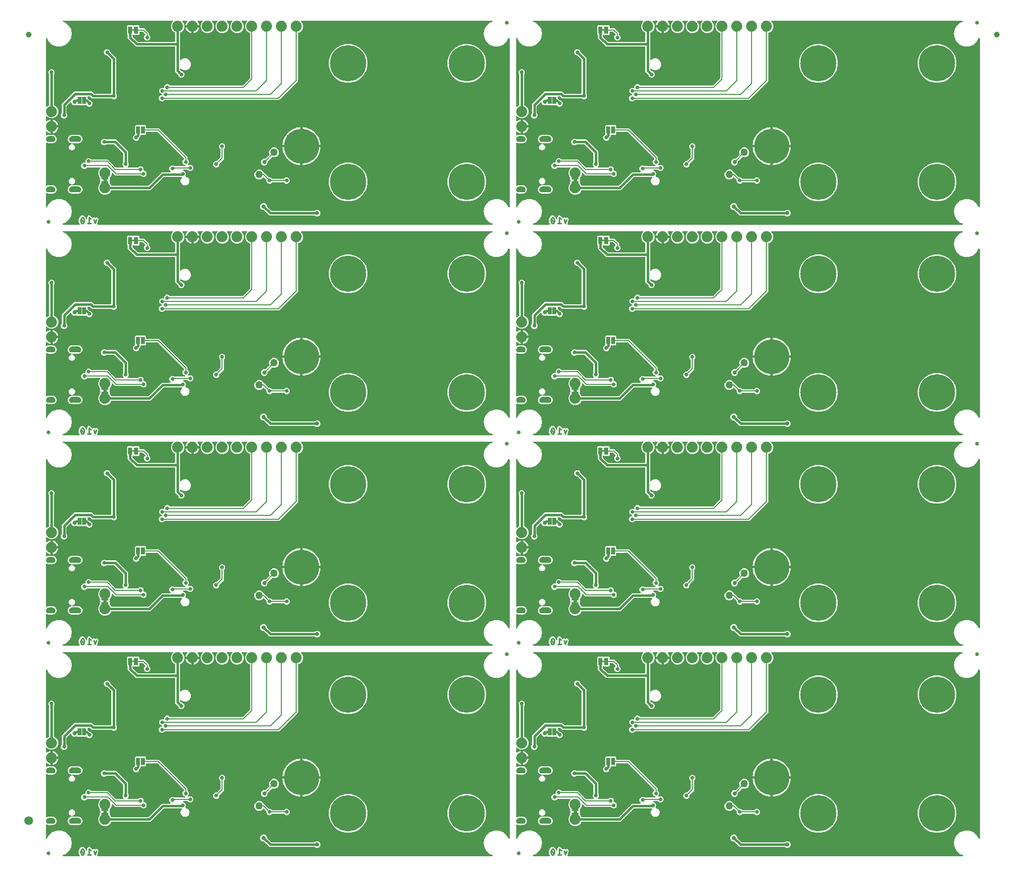
<source format=gbl>
G04 EAGLE Gerber RS-274X export*
G75*
%MOMM*%
%FSLAX34Y34*%
%LPD*%
%INBottom Copper*%
%IPPOS*%
%AMOC8*
5,1,8,0,0,1.08239X$1,22.5*%
G01*
%ADD10C,0.254000*%
%ADD11C,0.755600*%
%ADD12C,0.635000*%
%ADD13C,6.000000*%
%ADD14R,0.660400X1.270000*%
%ADD15R,1.270000X0.635000*%
%ADD16C,1.879600*%
%ADD17R,0.635000X1.270000*%
%ADD18C,1.270000*%
%ADD19C,6.197600*%
%ADD20C,1.000000*%
%ADD21C,1.500000*%
%ADD22C,0.660400*%
%ADD23C,0.203200*%
%ADD24C,0.406400*%
%ADD25C,0.736600*%

G36*
X59998Y3060D02*
X59998Y3060D01*
X60082Y3062D01*
X60138Y3080D01*
X60197Y3089D01*
X60273Y3123D01*
X60353Y3148D01*
X60402Y3181D01*
X60457Y3205D01*
X60520Y3259D01*
X60590Y3305D01*
X60628Y3350D01*
X60674Y3388D01*
X60720Y3458D01*
X60774Y3521D01*
X60798Y3576D01*
X60831Y3625D01*
X60856Y3705D01*
X60891Y3781D01*
X60899Y3840D01*
X60917Y3896D01*
X60919Y3980D01*
X60931Y4062D01*
X60923Y4113D01*
X60924Y4180D01*
X60889Y4316D01*
X60876Y4393D01*
X60610Y5168D01*
X60578Y5232D01*
X60563Y5283D01*
X59499Y7466D01*
X59499Y12854D01*
X59949Y13777D01*
X59949Y13778D01*
X60108Y14104D01*
X60110Y14109D01*
X60113Y14114D01*
X60124Y14153D01*
X60196Y14375D01*
X60197Y14410D01*
X60205Y14437D01*
X60235Y14707D01*
X60312Y14768D01*
X60393Y14855D01*
X60478Y14937D01*
X60488Y14956D01*
X60506Y14975D01*
X60636Y15228D01*
X60637Y15230D01*
X60638Y15232D01*
X61084Y16534D01*
X63896Y18543D01*
X67351Y18543D01*
X70163Y16534D01*
X70637Y15152D01*
X70669Y15089D01*
X70685Y15037D01*
X71823Y12701D01*
X71854Y12656D01*
X71877Y12605D01*
X71933Y12539D01*
X71982Y12466D01*
X72025Y12430D01*
X72060Y12388D01*
X72133Y12340D01*
X72201Y12284D01*
X72251Y12261D01*
X72297Y12231D01*
X72380Y12204D01*
X72461Y12169D01*
X72515Y12162D01*
X72568Y12145D01*
X72656Y12143D01*
X72742Y12131D01*
X72797Y12139D01*
X72852Y12138D01*
X72937Y12160D01*
X73024Y12173D01*
X73074Y12196D01*
X73127Y12210D01*
X73202Y12254D01*
X73282Y12291D01*
X73324Y12327D01*
X73372Y12355D01*
X73432Y12419D01*
X73498Y12476D01*
X73528Y12522D01*
X73566Y12562D01*
X73606Y12640D01*
X73654Y12713D01*
X73670Y12766D01*
X73696Y12815D01*
X73707Y12885D01*
X73738Y12985D01*
X73740Y13080D01*
X73751Y13146D01*
X73751Y15001D01*
X73742Y15064D01*
X73745Y15113D01*
X73616Y16269D01*
X73617Y16269D01*
X73673Y16365D01*
X73681Y16396D01*
X73696Y16424D01*
X73708Y16501D01*
X73731Y16588D01*
X74549Y17406D01*
X74588Y17457D01*
X74624Y17490D01*
X75351Y18398D01*
X75459Y18426D01*
X75486Y18442D01*
X75516Y18452D01*
X75580Y18497D01*
X75657Y18543D01*
X76815Y18543D01*
X76878Y18552D01*
X76927Y18549D01*
X78083Y18677D01*
X78179Y18620D01*
X78209Y18613D01*
X78237Y18598D01*
X78315Y18585D01*
X78402Y18563D01*
X79220Y17744D01*
X79271Y17706D01*
X79304Y17670D01*
X82632Y15007D01*
X82677Y14980D01*
X82717Y14946D01*
X82799Y14908D01*
X82877Y14862D01*
X82928Y14849D01*
X82975Y14827D01*
X83065Y14813D01*
X83152Y14791D01*
X83204Y14792D01*
X83256Y14784D01*
X83328Y14795D01*
X83436Y14798D01*
X83523Y14826D01*
X83588Y14836D01*
X85336Y15419D01*
X86887Y14644D01*
X86903Y14639D01*
X86917Y14629D01*
X87038Y14593D01*
X87156Y14554D01*
X87173Y14553D01*
X87190Y14548D01*
X87316Y14547D01*
X87440Y14542D01*
X87457Y14546D01*
X87474Y14546D01*
X87542Y14566D01*
X87717Y14609D01*
X87758Y14633D01*
X87795Y14644D01*
X89345Y15419D01*
X91941Y14554D01*
X93164Y12107D01*
X90929Y5401D01*
X90926Y5386D01*
X90920Y5372D01*
X90910Y5306D01*
X90891Y5247D01*
X90890Y5186D01*
X90878Y5121D01*
X90879Y5106D01*
X90877Y5091D01*
X90886Y5035D01*
X90884Y4963D01*
X90900Y4902D01*
X90906Y4839D01*
X90909Y4831D01*
X90752Y4518D01*
X90750Y4510D01*
X90745Y4503D01*
X90704Y4375D01*
X90662Y4248D01*
X90662Y4240D01*
X90659Y4232D01*
X90656Y4097D01*
X90650Y3964D01*
X90652Y3956D01*
X90652Y3948D01*
X90686Y3818D01*
X90717Y3688D01*
X90721Y3681D01*
X90724Y3673D01*
X90791Y3559D01*
X90858Y3441D01*
X90865Y3435D01*
X90869Y3428D01*
X90966Y3337D01*
X91062Y3243D01*
X91070Y3239D01*
X91076Y3234D01*
X91196Y3173D01*
X91313Y3110D01*
X91322Y3108D01*
X91329Y3104D01*
X91381Y3095D01*
X91591Y3051D01*
X91630Y3054D01*
X91660Y3049D01*
X767225Y3049D01*
X767332Y3064D01*
X767439Y3072D01*
X767472Y3084D01*
X767506Y3089D01*
X767605Y3133D01*
X767706Y3170D01*
X767734Y3191D01*
X767766Y3205D01*
X767848Y3274D01*
X767935Y3338D01*
X767956Y3366D01*
X767983Y3388D01*
X768042Y3478D01*
X768108Y3564D01*
X768121Y3596D01*
X768140Y3625D01*
X768173Y3728D01*
X768212Y3828D01*
X768216Y3863D01*
X768226Y3896D01*
X768229Y4004D01*
X768239Y4111D01*
X768233Y4146D01*
X768233Y4180D01*
X768206Y4285D01*
X768186Y4391D01*
X768170Y4422D01*
X768162Y4455D01*
X768106Y4548D01*
X768058Y4644D01*
X768034Y4670D01*
X768016Y4700D01*
X767938Y4774D01*
X767864Y4853D01*
X767837Y4868D01*
X767809Y4894D01*
X767618Y4992D01*
X767572Y5018D01*
X763738Y6413D01*
X757905Y11308D01*
X754098Y17902D01*
X752776Y25400D01*
X754098Y32898D01*
X757905Y39492D01*
X763738Y44387D01*
X770893Y46991D01*
X778507Y46991D01*
X785662Y44387D01*
X791495Y39492D01*
X795157Y33149D01*
X795169Y33134D01*
X795177Y33116D01*
X795256Y33022D01*
X795332Y32925D01*
X795348Y32914D01*
X795361Y32899D01*
X795463Y32831D01*
X795562Y32759D01*
X795581Y32752D01*
X795597Y32741D01*
X795714Y32704D01*
X795830Y32663D01*
X795850Y32662D01*
X795868Y32656D01*
X795991Y32652D01*
X796114Y32645D01*
X796133Y32649D01*
X796152Y32648D01*
X796271Y32679D01*
X796391Y32706D01*
X796409Y32715D01*
X796427Y32720D01*
X796533Y32783D01*
X796641Y32842D01*
X796655Y32855D01*
X796672Y32865D01*
X796756Y32955D01*
X796843Y33041D01*
X796853Y33058D01*
X796866Y33073D01*
X796922Y33182D01*
X796982Y33289D01*
X796987Y33308D01*
X796996Y33326D01*
X797008Y33398D01*
X797047Y33566D01*
X797045Y33617D01*
X797051Y33657D01*
X797051Y321943D01*
X797049Y321963D01*
X797051Y321982D01*
X797029Y322103D01*
X797011Y322225D01*
X797003Y322242D01*
X797000Y322262D01*
X796945Y322372D01*
X796895Y322484D01*
X796883Y322499D01*
X796874Y322517D01*
X796791Y322607D01*
X796712Y322701D01*
X796695Y322712D01*
X796682Y322726D01*
X796577Y322791D01*
X796475Y322859D01*
X796456Y322865D01*
X796440Y322875D01*
X796321Y322907D01*
X796204Y322944D01*
X796184Y322945D01*
X796165Y322950D01*
X796043Y322949D01*
X795920Y322952D01*
X795901Y322947D01*
X795881Y322947D01*
X795763Y322911D01*
X795645Y322880D01*
X795628Y322870D01*
X795609Y322864D01*
X795506Y322797D01*
X795400Y322735D01*
X795387Y322720D01*
X795370Y322710D01*
X795324Y322653D01*
X795206Y322527D01*
X795182Y322482D01*
X795157Y322451D01*
X791495Y316108D01*
X785662Y311213D01*
X778507Y308609D01*
X770893Y308609D01*
X763738Y311213D01*
X757905Y316108D01*
X754098Y322702D01*
X752776Y330200D01*
X754098Y337698D01*
X757905Y344292D01*
X763738Y349187D01*
X767572Y350582D01*
X767667Y350633D01*
X767766Y350677D01*
X767792Y350699D01*
X767823Y350716D01*
X767900Y350791D01*
X767983Y350861D01*
X768002Y350889D01*
X768027Y350914D01*
X768081Y351007D01*
X768140Y351097D01*
X768151Y351130D01*
X768168Y351160D01*
X768194Y351265D01*
X768226Y351368D01*
X768227Y351403D01*
X768235Y351437D01*
X768231Y351544D01*
X768233Y351652D01*
X768225Y351686D01*
X768223Y351721D01*
X768189Y351823D01*
X768162Y351927D01*
X768144Y351957D01*
X768133Y351990D01*
X768071Y352079D01*
X768016Y352172D01*
X767991Y352196D01*
X767971Y352224D01*
X767888Y352293D01*
X767809Y352366D01*
X767778Y352382D01*
X767751Y352404D01*
X767652Y352447D01*
X767556Y352496D01*
X767525Y352501D01*
X767490Y352516D01*
X767277Y352542D01*
X767225Y352551D01*
X440765Y352551D01*
X440736Y352547D01*
X440707Y352550D01*
X440596Y352527D01*
X440484Y352511D01*
X440457Y352499D01*
X440428Y352494D01*
X440328Y352441D01*
X440224Y352395D01*
X440202Y352376D01*
X440176Y352363D01*
X440094Y352285D01*
X440007Y352212D01*
X439991Y352187D01*
X439970Y352167D01*
X439913Y352069D01*
X439850Y351975D01*
X439841Y351947D01*
X439826Y351922D01*
X439798Y351812D01*
X439764Y351704D01*
X439763Y351674D01*
X439756Y351646D01*
X439760Y351533D01*
X439757Y351420D01*
X439764Y351391D01*
X439765Y351362D01*
X439800Y351254D01*
X439828Y351145D01*
X439843Y351119D01*
X439852Y351091D01*
X439898Y351027D01*
X439974Y350900D01*
X440019Y350857D01*
X440047Y350818D01*
X441491Y349375D01*
X443231Y345174D01*
X443231Y340626D01*
X441490Y336425D01*
X438275Y333210D01*
X435475Y332050D01*
X435474Y332049D01*
X435473Y332049D01*
X435354Y331978D01*
X435231Y331905D01*
X435230Y331904D01*
X435228Y331903D01*
X435131Y331800D01*
X435035Y331699D01*
X435035Y331697D01*
X435034Y331696D01*
X434969Y331570D01*
X434905Y331446D01*
X434905Y331444D01*
X434904Y331443D01*
X434902Y331428D01*
X434850Y331167D01*
X434853Y331137D01*
X434849Y331112D01*
X434849Y248927D01*
X402583Y216661D01*
X206846Y216661D01*
X206760Y216649D01*
X206672Y216646D01*
X206620Y216629D01*
X206565Y216621D01*
X206485Y216586D01*
X206402Y216559D01*
X206362Y216531D01*
X206305Y216505D01*
X206192Y216409D01*
X206128Y216364D01*
X204952Y215187D01*
X202991Y214375D01*
X200869Y214375D01*
X198908Y215187D01*
X197407Y216688D01*
X196595Y218649D01*
X196595Y220771D01*
X197407Y222732D01*
X198908Y224233D01*
X200869Y225045D01*
X200952Y225045D01*
X201038Y225057D01*
X201123Y225059D01*
X201178Y225077D01*
X201234Y225085D01*
X201312Y225120D01*
X201394Y225146D01*
X201441Y225178D01*
X201493Y225201D01*
X201559Y225256D01*
X201630Y225304D01*
X201667Y225348D01*
X201710Y225384D01*
X201758Y225456D01*
X201813Y225522D01*
X201836Y225574D01*
X201868Y225621D01*
X201894Y225703D01*
X201929Y225782D01*
X201937Y225838D01*
X201954Y225892D01*
X201956Y225978D01*
X201968Y226063D01*
X201960Y226119D01*
X201961Y226176D01*
X201939Y226259D01*
X201927Y226345D01*
X201904Y226396D01*
X201889Y226451D01*
X201845Y226525D01*
X201810Y226604D01*
X201773Y226647D01*
X201744Y226696D01*
X201681Y226755D01*
X201626Y226820D01*
X201584Y226846D01*
X201537Y226890D01*
X201407Y226956D01*
X201341Y226998D01*
X199500Y227760D01*
X197999Y229261D01*
X197187Y231222D01*
X197187Y233344D01*
X197999Y235305D01*
X199500Y236806D01*
X201461Y237618D01*
X203583Y237618D01*
X204081Y237411D01*
X204193Y237383D01*
X204302Y237348D01*
X204330Y237347D01*
X204357Y237340D01*
X204471Y237344D01*
X204586Y237341D01*
X204613Y237348D01*
X204641Y237349D01*
X204750Y237383D01*
X204861Y237413D01*
X204885Y237427D01*
X204912Y237435D01*
X205007Y237499D01*
X205106Y237558D01*
X205125Y237578D01*
X205148Y237593D01*
X205222Y237681D01*
X205300Y237765D01*
X205313Y237790D01*
X205331Y237811D01*
X205378Y237916D01*
X205430Y238018D01*
X205434Y238043D01*
X205446Y238071D01*
X205483Y238335D01*
X205485Y238349D01*
X205485Y239440D01*
X206297Y241401D01*
X207798Y242902D01*
X209759Y243714D01*
X211881Y243714D01*
X213842Y242902D01*
X215018Y241725D01*
X215088Y241673D01*
X215152Y241613D01*
X215201Y241587D01*
X215246Y241554D01*
X215327Y241523D01*
X215405Y241483D01*
X215453Y241475D01*
X215511Y241453D01*
X215659Y241441D01*
X215736Y241428D01*
X339566Y241428D01*
X339652Y241440D01*
X339740Y241443D01*
X339792Y241460D01*
X339847Y241468D01*
X339927Y241503D01*
X340010Y241530D01*
X340049Y241558D01*
X340107Y241584D01*
X340220Y241680D01*
X340284Y241725D01*
X352254Y253695D01*
X352306Y253765D01*
X352366Y253829D01*
X352392Y253879D01*
X352425Y253923D01*
X352456Y254004D01*
X352496Y254082D01*
X352504Y254130D01*
X352526Y254188D01*
X352538Y254336D01*
X352551Y254413D01*
X352551Y331112D01*
X352551Y331113D01*
X352551Y331115D01*
X352531Y331254D01*
X352511Y331393D01*
X352511Y331395D01*
X352511Y331396D01*
X352454Y331522D01*
X352395Y331653D01*
X352394Y331654D01*
X352393Y331655D01*
X352303Y331762D01*
X352212Y331870D01*
X352210Y331871D01*
X352209Y331872D01*
X352196Y331880D01*
X351975Y332027D01*
X351946Y332037D01*
X351925Y332050D01*
X349125Y333210D01*
X345910Y336425D01*
X344169Y340626D01*
X344169Y345174D01*
X345909Y349375D01*
X347353Y350818D01*
X347370Y350842D01*
X347393Y350861D01*
X347455Y350955D01*
X347524Y351045D01*
X347534Y351073D01*
X347550Y351097D01*
X347584Y351205D01*
X347625Y351311D01*
X347627Y351340D01*
X347636Y351368D01*
X347639Y351482D01*
X347648Y351594D01*
X347643Y351623D01*
X347643Y351652D01*
X347615Y351762D01*
X347592Y351873D01*
X347579Y351899D01*
X347572Y351927D01*
X347514Y352025D01*
X347461Y352125D01*
X347441Y352147D01*
X347426Y352172D01*
X347344Y352249D01*
X347266Y352331D01*
X347240Y352346D01*
X347219Y352366D01*
X347118Y352418D01*
X347020Y352475D01*
X346992Y352482D01*
X346966Y352496D01*
X346888Y352509D01*
X346745Y352545D01*
X346682Y352543D01*
X346635Y352551D01*
X339165Y352551D01*
X339136Y352547D01*
X339107Y352550D01*
X338996Y352527D01*
X338884Y352511D01*
X338857Y352499D01*
X338828Y352494D01*
X338728Y352441D01*
X338624Y352395D01*
X338602Y352376D01*
X338576Y352363D01*
X338494Y352285D01*
X338407Y352212D01*
X338391Y352187D01*
X338370Y352167D01*
X338313Y352069D01*
X338250Y351975D01*
X338241Y351947D01*
X338226Y351922D01*
X338198Y351812D01*
X338164Y351704D01*
X338163Y351674D01*
X338156Y351646D01*
X338160Y351533D01*
X338157Y351420D01*
X338164Y351391D01*
X338165Y351362D01*
X338200Y351254D01*
X338228Y351145D01*
X338243Y351119D01*
X338252Y351091D01*
X338298Y351027D01*
X338374Y350900D01*
X338419Y350857D01*
X338447Y350818D01*
X339891Y349375D01*
X341631Y345174D01*
X341631Y340626D01*
X339890Y336425D01*
X336675Y333210D01*
X332474Y331469D01*
X327926Y331469D01*
X323725Y333210D01*
X320510Y336425D01*
X318769Y340626D01*
X318769Y345174D01*
X320509Y349375D01*
X321953Y350818D01*
X321970Y350842D01*
X321993Y350861D01*
X322055Y350955D01*
X322124Y351045D01*
X322134Y351073D01*
X322150Y351097D01*
X322184Y351205D01*
X322225Y351311D01*
X322227Y351340D01*
X322236Y351368D01*
X322239Y351482D01*
X322248Y351594D01*
X322243Y351623D01*
X322243Y351652D01*
X322215Y351762D01*
X322192Y351873D01*
X322179Y351899D01*
X322172Y351927D01*
X322114Y352025D01*
X322061Y352125D01*
X322041Y352147D01*
X322026Y352172D01*
X321944Y352249D01*
X321866Y352331D01*
X321840Y352346D01*
X321819Y352366D01*
X321718Y352418D01*
X321620Y352475D01*
X321592Y352482D01*
X321566Y352496D01*
X321488Y352509D01*
X321345Y352545D01*
X321282Y352543D01*
X321235Y352551D01*
X313765Y352551D01*
X313736Y352547D01*
X313707Y352550D01*
X313596Y352527D01*
X313484Y352511D01*
X313457Y352499D01*
X313428Y352494D01*
X313328Y352441D01*
X313224Y352395D01*
X313202Y352376D01*
X313176Y352363D01*
X313094Y352285D01*
X313007Y352212D01*
X312991Y352187D01*
X312970Y352167D01*
X312913Y352069D01*
X312850Y351975D01*
X312841Y351947D01*
X312826Y351922D01*
X312798Y351812D01*
X312764Y351704D01*
X312763Y351674D01*
X312756Y351646D01*
X312760Y351533D01*
X312757Y351420D01*
X312764Y351391D01*
X312765Y351362D01*
X312800Y351254D01*
X312828Y351145D01*
X312843Y351119D01*
X312852Y351091D01*
X312898Y351027D01*
X312974Y350900D01*
X313019Y350857D01*
X313047Y350818D01*
X314491Y349375D01*
X316231Y345174D01*
X316231Y340626D01*
X314490Y336425D01*
X311275Y333210D01*
X307074Y331469D01*
X302526Y331469D01*
X298325Y333210D01*
X295110Y336425D01*
X293369Y340626D01*
X293369Y345174D01*
X295109Y349375D01*
X296553Y350818D01*
X296570Y350842D01*
X296593Y350861D01*
X296655Y350955D01*
X296724Y351045D01*
X296734Y351073D01*
X296750Y351097D01*
X296784Y351205D01*
X296825Y351311D01*
X296827Y351340D01*
X296836Y351368D01*
X296839Y351482D01*
X296848Y351594D01*
X296843Y351623D01*
X296843Y351652D01*
X296815Y351762D01*
X296792Y351873D01*
X296779Y351899D01*
X296772Y351927D01*
X296714Y352025D01*
X296661Y352125D01*
X296641Y352147D01*
X296626Y352172D01*
X296544Y352249D01*
X296466Y352331D01*
X296440Y352346D01*
X296419Y352366D01*
X296318Y352418D01*
X296220Y352475D01*
X296192Y352482D01*
X296166Y352496D01*
X296088Y352509D01*
X295945Y352545D01*
X295882Y352543D01*
X295835Y352551D01*
X288365Y352551D01*
X288336Y352547D01*
X288307Y352550D01*
X288196Y352527D01*
X288084Y352511D01*
X288057Y352499D01*
X288028Y352494D01*
X287928Y352441D01*
X287824Y352395D01*
X287802Y352376D01*
X287776Y352363D01*
X287694Y352285D01*
X287607Y352212D01*
X287591Y352187D01*
X287570Y352167D01*
X287513Y352069D01*
X287450Y351975D01*
X287441Y351947D01*
X287426Y351922D01*
X287398Y351812D01*
X287364Y351704D01*
X287363Y351674D01*
X287356Y351646D01*
X287360Y351533D01*
X287357Y351420D01*
X287364Y351391D01*
X287365Y351362D01*
X287400Y351254D01*
X287428Y351145D01*
X287443Y351119D01*
X287452Y351091D01*
X287498Y351027D01*
X287574Y350900D01*
X287619Y350857D01*
X287647Y350818D01*
X289091Y349375D01*
X290831Y345174D01*
X290831Y340626D01*
X289090Y336425D01*
X285875Y333210D01*
X281674Y331469D01*
X277126Y331469D01*
X272925Y333210D01*
X269710Y336425D01*
X267969Y340626D01*
X267969Y345174D01*
X269709Y349375D01*
X271153Y350818D01*
X271170Y350842D01*
X271193Y350861D01*
X271255Y350955D01*
X271324Y351045D01*
X271334Y351073D01*
X271350Y351097D01*
X271384Y351205D01*
X271425Y351311D01*
X271427Y351340D01*
X271436Y351368D01*
X271439Y351482D01*
X271448Y351594D01*
X271443Y351623D01*
X271443Y351652D01*
X271415Y351762D01*
X271392Y351873D01*
X271379Y351899D01*
X271372Y351927D01*
X271314Y352025D01*
X271261Y352125D01*
X271241Y352147D01*
X271226Y352172D01*
X271144Y352249D01*
X271066Y352331D01*
X271040Y352346D01*
X271019Y352366D01*
X270918Y352418D01*
X270820Y352475D01*
X270792Y352482D01*
X270766Y352496D01*
X270688Y352509D01*
X270545Y352545D01*
X270482Y352543D01*
X270435Y352551D01*
X263684Y352551D01*
X263655Y352547D01*
X263625Y352550D01*
X263514Y352527D01*
X263402Y352511D01*
X263375Y352499D01*
X263347Y352494D01*
X263246Y352441D01*
X263143Y352395D01*
X263120Y352376D01*
X263094Y352363D01*
X263012Y352285D01*
X262926Y352212D01*
X262909Y352187D01*
X262888Y352167D01*
X262831Y352069D01*
X262768Y351975D01*
X262759Y351947D01*
X262744Y351922D01*
X262717Y351812D01*
X262682Y351704D01*
X262682Y351675D01*
X262674Y351646D01*
X262678Y351533D01*
X262675Y351420D01*
X262682Y351391D01*
X262683Y351362D01*
X262718Y351254D01*
X262747Y351145D01*
X262762Y351119D01*
X262771Y351091D01*
X262817Y351027D01*
X262892Y350900D01*
X262938Y350857D01*
X262966Y350818D01*
X263106Y350677D01*
X264211Y349157D01*
X265064Y347483D01*
X265645Y345696D01*
X265766Y344931D01*
X255016Y344931D01*
X254958Y344923D01*
X254900Y344925D01*
X254818Y344903D01*
X254735Y344891D01*
X254681Y344867D01*
X254625Y344853D01*
X254552Y344810D01*
X254475Y344775D01*
X254431Y344737D01*
X254380Y344707D01*
X254323Y344646D01*
X254258Y344591D01*
X254226Y344543D01*
X254186Y344500D01*
X254147Y344425D01*
X254101Y344355D01*
X254083Y344299D01*
X254056Y344247D01*
X254045Y344179D01*
X254015Y344084D01*
X254012Y343984D01*
X254001Y343916D01*
X254001Y342899D01*
X253999Y342899D01*
X253999Y343916D01*
X253991Y343974D01*
X253992Y344032D01*
X253971Y344114D01*
X253959Y344197D01*
X253935Y344251D01*
X253921Y344307D01*
X253878Y344380D01*
X253843Y344457D01*
X253805Y344502D01*
X253775Y344552D01*
X253714Y344610D01*
X253659Y344674D01*
X253611Y344706D01*
X253568Y344746D01*
X253493Y344785D01*
X253423Y344831D01*
X253367Y344849D01*
X253315Y344876D01*
X253247Y344887D01*
X253152Y344917D01*
X253052Y344920D01*
X252984Y344931D01*
X242234Y344931D01*
X242355Y345696D01*
X242936Y347483D01*
X243789Y349157D01*
X244894Y350677D01*
X245034Y350818D01*
X245052Y350842D01*
X245074Y350861D01*
X245137Y350955D01*
X245205Y351045D01*
X245216Y351073D01*
X245232Y351097D01*
X245266Y351205D01*
X245306Y351311D01*
X245309Y351340D01*
X245318Y351368D01*
X245321Y351481D01*
X245330Y351594D01*
X245324Y351623D01*
X245325Y351652D01*
X245296Y351762D01*
X245274Y351873D01*
X245261Y351899D01*
X245253Y351927D01*
X245195Y352025D01*
X245143Y352125D01*
X245123Y352147D01*
X245108Y352172D01*
X245025Y352249D01*
X244947Y352331D01*
X244922Y352346D01*
X244901Y352366D01*
X244800Y352418D01*
X244702Y352475D01*
X244674Y352482D01*
X244647Y352496D01*
X244570Y352509D01*
X244427Y352545D01*
X244364Y352543D01*
X244316Y352551D01*
X237565Y352551D01*
X237536Y352547D01*
X237507Y352550D01*
X237396Y352527D01*
X237284Y352511D01*
X237257Y352499D01*
X237228Y352494D01*
X237128Y352441D01*
X237024Y352395D01*
X237002Y352376D01*
X236976Y352363D01*
X236894Y352285D01*
X236807Y352212D01*
X236791Y352187D01*
X236770Y352167D01*
X236713Y352069D01*
X236650Y351975D01*
X236641Y351947D01*
X236626Y351922D01*
X236598Y351812D01*
X236564Y351704D01*
X236563Y351674D01*
X236556Y351646D01*
X236560Y351533D01*
X236557Y351420D01*
X236564Y351391D01*
X236565Y351362D01*
X236600Y351254D01*
X236628Y351145D01*
X236643Y351119D01*
X236652Y351091D01*
X236698Y351027D01*
X236774Y350900D01*
X236819Y350857D01*
X236847Y350818D01*
X238291Y349375D01*
X240031Y345174D01*
X240031Y340626D01*
X238290Y336425D01*
X235075Y333210D01*
X233291Y332471D01*
X233290Y332470D01*
X233289Y332470D01*
X233170Y332399D01*
X233047Y332326D01*
X233046Y332325D01*
X233044Y332324D01*
X232947Y332220D01*
X232851Y332120D01*
X232851Y332118D01*
X232850Y332117D01*
X232785Y331990D01*
X232721Y331867D01*
X232721Y331865D01*
X232720Y331864D01*
X232718Y331849D01*
X232666Y331588D01*
X232669Y331557D01*
X232665Y331533D01*
X232665Y285804D01*
X232669Y285775D01*
X232666Y285746D01*
X232689Y285635D01*
X232705Y285523D01*
X232717Y285496D01*
X232722Y285467D01*
X232775Y285366D01*
X232821Y285263D01*
X232840Y285241D01*
X232853Y285215D01*
X232931Y285133D01*
X233004Y285046D01*
X233029Y285030D01*
X233049Y285009D01*
X233147Y284952D01*
X233241Y284889D01*
X233269Y284880D01*
X233294Y284865D01*
X233404Y284837D01*
X233512Y284803D01*
X233542Y284802D01*
X233570Y284795D01*
X233683Y284799D01*
X233796Y284796D01*
X233825Y284803D01*
X233854Y284804D01*
X233962Y284839D01*
X234071Y284867D01*
X234097Y284882D01*
X234125Y284891D01*
X234189Y284937D01*
X234316Y285013D01*
X234359Y285058D01*
X234398Y285086D01*
X235617Y286305D01*
X239304Y287833D01*
X243296Y287833D01*
X246983Y286305D01*
X249805Y283483D01*
X251333Y279796D01*
X251333Y275804D01*
X249805Y272117D01*
X246983Y269295D01*
X243296Y267767D01*
X239304Y267767D01*
X235617Y269295D01*
X234398Y270514D01*
X234374Y270531D01*
X234355Y270554D01*
X234261Y270617D01*
X234171Y270685D01*
X234143Y270695D01*
X234119Y270711D01*
X234011Y270746D01*
X233905Y270786D01*
X233876Y270788D01*
X233848Y270797D01*
X233734Y270800D01*
X233622Y270809D01*
X233593Y270804D01*
X233564Y270804D01*
X233454Y270776D01*
X233343Y270754D01*
X233317Y270740D01*
X233289Y270733D01*
X233191Y270675D01*
X233091Y270623D01*
X233069Y270602D01*
X233044Y270587D01*
X232967Y270505D01*
X232885Y270427D01*
X232870Y270401D01*
X232850Y270380D01*
X232798Y270279D01*
X232741Y270181D01*
X232734Y270153D01*
X232720Y270127D01*
X232707Y270050D01*
X232671Y269906D01*
X232673Y269843D01*
X232665Y269796D01*
X232665Y269058D01*
X232677Y268972D01*
X232680Y268884D01*
X232697Y268832D01*
X232705Y268777D01*
X232740Y268697D01*
X232767Y268614D01*
X232795Y268574D01*
X232821Y268517D01*
X232878Y268450D01*
X232902Y268408D01*
X232936Y268377D01*
X232962Y268340D01*
X235193Y266109D01*
X235263Y266057D01*
X235327Y265997D01*
X235376Y265971D01*
X235421Y265938D01*
X235502Y265907D01*
X235580Y265867D01*
X235628Y265859D01*
X235686Y265837D01*
X235834Y265825D01*
X235911Y265812D01*
X236138Y265812D01*
X238099Y265000D01*
X239600Y263499D01*
X240412Y261538D01*
X240412Y259416D01*
X239600Y257455D01*
X238099Y255954D01*
X236138Y255142D01*
X234016Y255142D01*
X232055Y255954D01*
X230554Y257455D01*
X229742Y259416D01*
X229742Y259643D01*
X229730Y259729D01*
X229727Y259817D01*
X229710Y259869D01*
X229702Y259924D01*
X229667Y260004D01*
X229640Y260087D01*
X229612Y260127D01*
X229586Y260184D01*
X229490Y260297D01*
X229445Y260361D01*
X224535Y265270D01*
X224535Y307340D01*
X224527Y307398D01*
X224529Y307456D01*
X224507Y307538D01*
X224495Y307622D01*
X224472Y307675D01*
X224457Y307731D01*
X224414Y307804D01*
X224379Y307881D01*
X224341Y307926D01*
X224312Y307976D01*
X224250Y308034D01*
X224196Y308098D01*
X224147Y308130D01*
X224104Y308170D01*
X224029Y308209D01*
X223959Y308256D01*
X223903Y308273D01*
X223851Y308300D01*
X223783Y308311D01*
X223688Y308341D01*
X223588Y308344D01*
X223520Y308355D01*
X157066Y308355D01*
X154388Y311034D01*
X143128Y322293D01*
X143128Y327667D01*
X143116Y327754D01*
X143113Y327842D01*
X143096Y327894D01*
X143088Y327949D01*
X143053Y328029D01*
X143026Y328112D01*
X142998Y328151D01*
X142972Y328208D01*
X142876Y328322D01*
X142831Y328385D01*
X141858Y329358D01*
X141858Y343742D01*
X143049Y344933D01*
X151337Y344933D01*
X151682Y344588D01*
X151729Y344553D01*
X151769Y344510D01*
X151842Y344467D01*
X151909Y344417D01*
X151964Y344396D01*
X152014Y344366D01*
X152096Y344345D01*
X152175Y344315D01*
X152233Y344311D01*
X152290Y344296D01*
X152374Y344299D01*
X152458Y344292D01*
X152516Y344303D01*
X152574Y344305D01*
X152654Y344331D01*
X152737Y344348D01*
X152789Y344375D01*
X152845Y344393D01*
X152901Y344433D01*
X152989Y344479D01*
X153062Y344547D01*
X153118Y344588D01*
X153463Y344933D01*
X161751Y344933D01*
X162942Y343742D01*
X162942Y340614D01*
X162950Y340556D01*
X162948Y340498D01*
X162970Y340416D01*
X162982Y340332D01*
X163005Y340279D01*
X163020Y340223D01*
X163063Y340150D01*
X163098Y340073D01*
X163136Y340028D01*
X163165Y339978D01*
X163227Y339920D01*
X163281Y339856D01*
X163330Y339824D01*
X163373Y339784D01*
X163448Y339745D01*
X163518Y339698D01*
X163574Y339681D01*
X163626Y339654D01*
X163694Y339643D01*
X163789Y339613D01*
X163889Y339610D01*
X163957Y339599D01*
X171570Y339599D01*
X179579Y331590D01*
X179579Y328766D01*
X179591Y328680D01*
X179594Y328592D01*
X179611Y328540D01*
X179619Y328485D01*
X179654Y328405D01*
X179681Y328322D01*
X179709Y328282D01*
X179735Y328225D01*
X179831Y328112D01*
X179876Y328048D01*
X181053Y326872D01*
X181865Y324911D01*
X181865Y322789D01*
X181053Y320828D01*
X179552Y319327D01*
X177591Y318515D01*
X175469Y318515D01*
X173508Y319327D01*
X172007Y320828D01*
X171195Y322789D01*
X171195Y324911D01*
X172007Y326872D01*
X173123Y327987D01*
X173158Y328034D01*
X173200Y328074D01*
X173243Y328147D01*
X173294Y328214D01*
X173314Y328269D01*
X173344Y328319D01*
X173365Y328401D01*
X173395Y328480D01*
X173400Y328538D01*
X173414Y328595D01*
X173411Y328679D01*
X173418Y328763D01*
X173407Y328820D01*
X173405Y328879D01*
X173379Y328959D01*
X173362Y329042D01*
X173335Y329094D01*
X173317Y329149D01*
X173277Y329206D01*
X173231Y329294D01*
X173163Y329367D01*
X173123Y329423D01*
X169342Y333204D01*
X169272Y333256D01*
X169208Y333316D01*
X169158Y333342D01*
X169114Y333375D01*
X169033Y333406D01*
X168955Y333446D01*
X168907Y333454D01*
X168849Y333476D01*
X168701Y333488D01*
X168624Y333501D01*
X163957Y333501D01*
X163899Y333493D01*
X163841Y333495D01*
X163759Y333473D01*
X163675Y333461D01*
X163622Y333438D01*
X163566Y333423D01*
X163493Y333380D01*
X163416Y333345D01*
X163371Y333307D01*
X163321Y333278D01*
X163263Y333216D01*
X163199Y333162D01*
X163167Y333113D01*
X163127Y333070D01*
X163088Y332995D01*
X163041Y332925D01*
X163024Y332869D01*
X162997Y332817D01*
X162986Y332749D01*
X162956Y332654D01*
X162953Y332554D01*
X162942Y332486D01*
X162942Y329358D01*
X161751Y328167D01*
X153463Y328167D01*
X153118Y328512D01*
X153071Y328548D01*
X153031Y328590D01*
X152958Y328633D01*
X152891Y328683D01*
X152836Y328704D01*
X152786Y328734D01*
X152704Y328754D01*
X152625Y328785D01*
X152567Y328789D01*
X152510Y328804D01*
X152426Y328801D01*
X152342Y328808D01*
X152284Y328797D01*
X152226Y328795D01*
X152146Y328769D01*
X152063Y328752D01*
X152011Y328725D01*
X151955Y328707D01*
X151899Y328667D01*
X151811Y328621D01*
X151738Y328552D01*
X151682Y328512D01*
X151555Y328385D01*
X151503Y328316D01*
X151443Y328252D01*
X151417Y328202D01*
X151384Y328158D01*
X151353Y328076D01*
X151313Y327999D01*
X151305Y327951D01*
X151283Y327893D01*
X151271Y327745D01*
X151258Y327667D01*
X151258Y326081D01*
X151270Y325995D01*
X151273Y325907D01*
X151290Y325855D01*
X151298Y325800D01*
X151333Y325720D01*
X151360Y325637D01*
X151388Y325597D01*
X151414Y325540D01*
X151510Y325427D01*
X151555Y325363D01*
X160136Y316782D01*
X160206Y316730D01*
X160270Y316670D01*
X160319Y316644D01*
X160363Y316611D01*
X160445Y316580D01*
X160523Y316540D01*
X160571Y316532D01*
X160629Y316510D01*
X160777Y316498D01*
X160854Y316485D01*
X223520Y316485D01*
X223578Y316493D01*
X223636Y316491D01*
X223718Y316513D01*
X223802Y316525D01*
X223855Y316548D01*
X223911Y316563D01*
X223984Y316606D01*
X224061Y316641D01*
X224106Y316679D01*
X224156Y316708D01*
X224214Y316770D01*
X224278Y316824D01*
X224310Y316873D01*
X224350Y316916D01*
X224389Y316991D01*
X224436Y317061D01*
X224453Y317117D01*
X224480Y317169D01*
X224491Y317237D01*
X224521Y317332D01*
X224524Y317432D01*
X224535Y317500D01*
X224535Y331533D01*
X224535Y331534D01*
X224535Y331536D01*
X224515Y331676D01*
X224495Y331814D01*
X224495Y331816D01*
X224495Y331817D01*
X224438Y331943D01*
X224379Y332074D01*
X224378Y332075D01*
X224377Y332076D01*
X224286Y332183D01*
X224196Y332291D01*
X224194Y332292D01*
X224193Y332293D01*
X224180Y332301D01*
X223959Y332448D01*
X223930Y332458D01*
X223909Y332471D01*
X222125Y333210D01*
X218910Y336425D01*
X217169Y340626D01*
X217169Y345174D01*
X218909Y349375D01*
X220353Y350818D01*
X220370Y350842D01*
X220393Y350861D01*
X220455Y350955D01*
X220524Y351045D01*
X220534Y351073D01*
X220550Y351097D01*
X220584Y351205D01*
X220625Y351311D01*
X220627Y351340D01*
X220636Y351368D01*
X220639Y351482D01*
X220648Y351594D01*
X220643Y351623D01*
X220643Y351652D01*
X220615Y351762D01*
X220592Y351873D01*
X220579Y351899D01*
X220572Y351927D01*
X220514Y352025D01*
X220461Y352125D01*
X220441Y352147D01*
X220426Y352172D01*
X220344Y352249D01*
X220266Y352331D01*
X220240Y352346D01*
X220219Y352366D01*
X220118Y352418D01*
X220020Y352475D01*
X219992Y352482D01*
X219966Y352496D01*
X219888Y352509D01*
X219745Y352545D01*
X219682Y352543D01*
X219635Y352551D01*
X32875Y352551D01*
X32768Y352536D01*
X32661Y352528D01*
X32628Y352516D01*
X32594Y352511D01*
X32495Y352467D01*
X32394Y352430D01*
X32366Y352409D01*
X32334Y352395D01*
X32252Y352326D01*
X32165Y352262D01*
X32144Y352234D01*
X32117Y352212D01*
X32058Y352122D01*
X31992Y352036D01*
X31979Y352004D01*
X31960Y351975D01*
X31927Y351872D01*
X31888Y351772D01*
X31884Y351737D01*
X31874Y351704D01*
X31871Y351596D01*
X31861Y351489D01*
X31867Y351454D01*
X31867Y351420D01*
X31894Y351315D01*
X31914Y351209D01*
X31930Y351178D01*
X31938Y351145D01*
X31994Y351052D01*
X32042Y350956D01*
X32066Y350930D01*
X32084Y350900D01*
X32162Y350826D01*
X32236Y350747D01*
X32263Y350732D01*
X32291Y350706D01*
X32482Y350608D01*
X32528Y350582D01*
X36362Y349187D01*
X42195Y344292D01*
X46002Y337698D01*
X47324Y330200D01*
X46002Y322702D01*
X42195Y316108D01*
X36362Y311213D01*
X29207Y308609D01*
X21593Y308609D01*
X14438Y311213D01*
X8605Y316108D01*
X4943Y322451D01*
X4931Y322466D01*
X4923Y322484D01*
X4844Y322578D01*
X4768Y322675D01*
X4752Y322686D01*
X4739Y322701D01*
X4637Y322769D01*
X4538Y322841D01*
X4519Y322848D01*
X4503Y322859D01*
X4386Y322896D01*
X4270Y322937D01*
X4250Y322939D01*
X4232Y322944D01*
X4109Y322948D01*
X3986Y322955D01*
X3967Y322951D01*
X3948Y322952D01*
X3829Y322921D01*
X3709Y322894D01*
X3691Y322885D01*
X3673Y322880D01*
X3567Y322817D01*
X3459Y322758D01*
X3445Y322745D01*
X3428Y322735D01*
X3344Y322645D01*
X3257Y322559D01*
X3247Y322542D01*
X3234Y322527D01*
X3178Y322418D01*
X3118Y322311D01*
X3113Y322292D01*
X3104Y322274D01*
X3092Y322202D01*
X3053Y322034D01*
X3055Y321983D01*
X3049Y321943D01*
X3049Y205815D01*
X3053Y205786D01*
X3050Y205757D01*
X3073Y205646D01*
X3089Y205534D01*
X3101Y205507D01*
X3106Y205478D01*
X3159Y205378D01*
X3205Y205274D01*
X3224Y205252D01*
X3237Y205226D01*
X3315Y205144D01*
X3388Y205057D01*
X3413Y205041D01*
X3433Y205020D01*
X3531Y204963D01*
X3625Y204900D01*
X3653Y204891D01*
X3678Y204876D01*
X3788Y204848D01*
X3896Y204814D01*
X3926Y204813D01*
X3954Y204806D01*
X4067Y204810D01*
X4180Y204807D01*
X4209Y204814D01*
X4238Y204815D01*
X4346Y204850D01*
X4455Y204878D01*
X4481Y204893D01*
X4509Y204902D01*
X4573Y204948D01*
X4700Y205024D01*
X4743Y205069D01*
X4782Y205097D01*
X6225Y206541D01*
X8009Y207279D01*
X8010Y207280D01*
X8011Y207280D01*
X8130Y207351D01*
X8253Y207424D01*
X8254Y207425D01*
X8256Y207426D01*
X8353Y207530D01*
X8449Y207630D01*
X8449Y207632D01*
X8450Y207633D01*
X8515Y207759D01*
X8579Y207883D01*
X8579Y207885D01*
X8580Y207886D01*
X8582Y207901D01*
X8634Y208162D01*
X8631Y208193D01*
X8635Y208217D01*
X8635Y260260D01*
X8623Y260346D01*
X8620Y260434D01*
X8603Y260486D01*
X8595Y260541D01*
X8560Y260621D01*
X8533Y260704D01*
X8505Y260744D01*
X8479Y260801D01*
X8383Y260914D01*
X8338Y260978D01*
X8177Y261138D01*
X7365Y263099D01*
X7365Y265221D01*
X8177Y267182D01*
X9678Y268683D01*
X11639Y269495D01*
X13761Y269495D01*
X15722Y268683D01*
X17223Y267182D01*
X18035Y265221D01*
X18035Y263099D01*
X17223Y261138D01*
X17062Y260978D01*
X17010Y260908D01*
X16950Y260844D01*
X16924Y260795D01*
X16891Y260750D01*
X16860Y260669D01*
X16820Y260591D01*
X16812Y260543D01*
X16790Y260485D01*
X16778Y260337D01*
X16765Y260260D01*
X16765Y208217D01*
X16765Y208216D01*
X16765Y208214D01*
X16785Y208074D01*
X16805Y207936D01*
X16805Y207934D01*
X16805Y207933D01*
X16862Y207807D01*
X16921Y207676D01*
X16922Y207675D01*
X16923Y207674D01*
X17014Y207567D01*
X17104Y207459D01*
X17106Y207458D01*
X17107Y207457D01*
X17120Y207449D01*
X17341Y207302D01*
X17370Y207292D01*
X17391Y207279D01*
X19175Y206540D01*
X22390Y203325D01*
X24131Y199124D01*
X24131Y194576D01*
X22390Y190375D01*
X19175Y187160D01*
X14974Y185419D01*
X10426Y185419D01*
X6225Y187159D01*
X4782Y188603D01*
X4758Y188620D01*
X4739Y188643D01*
X4645Y188705D01*
X4555Y188774D01*
X4527Y188784D01*
X4503Y188800D01*
X4395Y188834D01*
X4289Y188875D01*
X4260Y188877D01*
X4232Y188886D01*
X4118Y188889D01*
X4006Y188898D01*
X3977Y188893D01*
X3948Y188893D01*
X3838Y188865D01*
X3727Y188842D01*
X3701Y188829D01*
X3673Y188822D01*
X3575Y188764D01*
X3475Y188711D01*
X3453Y188691D01*
X3428Y188676D01*
X3351Y188594D01*
X3269Y188516D01*
X3254Y188490D01*
X3234Y188469D01*
X3182Y188368D01*
X3125Y188270D01*
X3118Y188242D01*
X3104Y188216D01*
X3091Y188138D01*
X3055Y187995D01*
X3057Y187932D01*
X3049Y187885D01*
X3049Y181134D01*
X3053Y181105D01*
X3050Y181075D01*
X3073Y180964D01*
X3089Y180852D01*
X3101Y180825D01*
X3106Y180797D01*
X3159Y180696D01*
X3205Y180593D01*
X3224Y180570D01*
X3237Y180544D01*
X3315Y180462D01*
X3388Y180376D01*
X3413Y180359D01*
X3433Y180338D01*
X3531Y180281D01*
X3625Y180218D01*
X3653Y180209D01*
X3678Y180194D01*
X3788Y180167D01*
X3896Y180132D01*
X3925Y180132D01*
X3954Y180124D01*
X4067Y180128D01*
X4180Y180125D01*
X4209Y180132D01*
X4238Y180133D01*
X4346Y180168D01*
X4455Y180197D01*
X4481Y180212D01*
X4509Y180221D01*
X4573Y180267D01*
X4700Y180342D01*
X4743Y180388D01*
X4782Y180416D01*
X4923Y180556D01*
X6443Y181661D01*
X8117Y182514D01*
X9904Y183095D01*
X10669Y183216D01*
X10669Y172466D01*
X10677Y172408D01*
X10675Y172350D01*
X10697Y172268D01*
X10709Y172185D01*
X10733Y172131D01*
X10747Y172075D01*
X10790Y172002D01*
X10825Y171925D01*
X10863Y171881D01*
X10893Y171830D01*
X10954Y171773D01*
X11009Y171708D01*
X11057Y171676D01*
X11100Y171636D01*
X11175Y171597D01*
X11245Y171551D01*
X11301Y171533D01*
X11353Y171506D01*
X11421Y171495D01*
X11516Y171465D01*
X11616Y171462D01*
X11684Y171451D01*
X12701Y171451D01*
X12701Y171449D01*
X11684Y171449D01*
X11626Y171441D01*
X11568Y171442D01*
X11486Y171421D01*
X11403Y171409D01*
X11349Y171385D01*
X11293Y171371D01*
X11220Y171328D01*
X11143Y171293D01*
X11098Y171255D01*
X11048Y171225D01*
X10990Y171164D01*
X10926Y171109D01*
X10894Y171061D01*
X10854Y171018D01*
X10815Y170943D01*
X10769Y170873D01*
X10751Y170817D01*
X10724Y170765D01*
X10713Y170697D01*
X10683Y170602D01*
X10680Y170502D01*
X10669Y170434D01*
X10669Y159684D01*
X9904Y159805D01*
X8117Y160386D01*
X6443Y161239D01*
X4923Y162344D01*
X4782Y162484D01*
X4758Y162502D01*
X4739Y162524D01*
X4645Y162587D01*
X4555Y162655D01*
X4527Y162666D01*
X4503Y162682D01*
X4395Y162716D01*
X4289Y162756D01*
X4260Y162759D01*
X4232Y162768D01*
X4119Y162771D01*
X4006Y162780D01*
X3977Y162774D01*
X3948Y162775D01*
X3838Y162746D01*
X3727Y162724D01*
X3701Y162711D01*
X3673Y162703D01*
X3575Y162645D01*
X3475Y162593D01*
X3453Y162573D01*
X3428Y162558D01*
X3351Y162475D01*
X3269Y162397D01*
X3254Y162372D01*
X3234Y162351D01*
X3182Y162250D01*
X3125Y162152D01*
X3118Y162124D01*
X3104Y162097D01*
X3091Y162020D01*
X3055Y161877D01*
X3057Y161814D01*
X3049Y161766D01*
X3049Y156931D01*
X3061Y156845D01*
X3063Y156759D01*
X3081Y156705D01*
X3089Y156649D01*
X3124Y156570D01*
X3150Y156488D01*
X3182Y156441D01*
X3205Y156390D01*
X3261Y156324D01*
X3309Y156252D01*
X3352Y156216D01*
X3388Y156173D01*
X3461Y156125D01*
X3527Y156069D01*
X3578Y156047D01*
X3625Y156015D01*
X3708Y155989D01*
X3787Y155954D01*
X3843Y155947D01*
X3896Y155930D01*
X3983Y155927D01*
X4068Y155916D01*
X4117Y155924D01*
X4180Y155922D01*
X4322Y155959D01*
X4399Y155973D01*
X5093Y156215D01*
X5226Y156284D01*
X5298Y156314D01*
X5606Y156508D01*
X5891Y156687D01*
X6587Y156765D01*
X6732Y156802D01*
X6809Y156816D01*
X7315Y156993D01*
X7351Y156987D01*
X7445Y156957D01*
X7546Y156954D01*
X7614Y156943D01*
X8106Y156943D01*
X8170Y156952D01*
X8220Y156949D01*
X8955Y157032D01*
X8976Y157020D01*
X9006Y157012D01*
X9033Y156998D01*
X9110Y156985D01*
X9251Y156949D01*
X9315Y156951D01*
X9364Y156943D01*
X13196Y156943D01*
X13226Y156947D01*
X13257Y156945D01*
X13367Y156967D01*
X13477Y156983D01*
X13505Y156995D01*
X13536Y157001D01*
X13593Y157033D01*
X14340Y156949D01*
X14405Y156951D01*
X14454Y156943D01*
X14946Y156943D01*
X15005Y156951D01*
X15064Y156950D01*
X15130Y156969D01*
X15227Y156983D01*
X15248Y156992D01*
X15751Y156816D01*
X15897Y156787D01*
X15973Y156765D01*
X16669Y156687D01*
X17262Y156314D01*
X17398Y156253D01*
X17467Y156215D01*
X18128Y155984D01*
X18623Y155489D01*
X18742Y155399D01*
X18801Y155347D01*
X19394Y154974D01*
X19767Y154381D01*
X19863Y154267D01*
X19909Y154203D01*
X20404Y153708D01*
X20635Y153047D01*
X20704Y152914D01*
X20734Y152842D01*
X21107Y152249D01*
X21185Y151553D01*
X21222Y151408D01*
X21236Y151331D01*
X21467Y150670D01*
X21389Y149974D01*
X21393Y149824D01*
X21389Y149746D01*
X21467Y149050D01*
X21236Y148389D01*
X21207Y148243D01*
X21185Y148167D01*
X21107Y147471D01*
X20734Y146878D01*
X20673Y146742D01*
X20635Y146673D01*
X20404Y146012D01*
X19909Y145517D01*
X19819Y145398D01*
X19767Y145339D01*
X19394Y144746D01*
X18801Y144373D01*
X18687Y144277D01*
X18623Y144231D01*
X18128Y143736D01*
X17467Y143505D01*
X17334Y143436D01*
X17262Y143406D01*
X16669Y143033D01*
X15973Y142955D01*
X15828Y142918D01*
X15751Y142904D01*
X15245Y142727D01*
X15209Y142733D01*
X15115Y142763D01*
X15014Y142766D01*
X14946Y142777D01*
X14454Y142777D01*
X14390Y142768D01*
X14340Y142771D01*
X13605Y142688D01*
X13584Y142700D01*
X13554Y142708D01*
X13527Y142722D01*
X13450Y142735D01*
X13309Y142771D01*
X13245Y142769D01*
X13196Y142777D01*
X9364Y142777D01*
X9334Y142773D01*
X9303Y142775D01*
X9193Y142753D01*
X9083Y142737D01*
X9055Y142725D01*
X9024Y142719D01*
X8967Y142687D01*
X8220Y142771D01*
X8155Y142769D01*
X8106Y142777D01*
X7614Y142777D01*
X7555Y142769D01*
X7496Y142770D01*
X7430Y142751D01*
X7333Y142737D01*
X7312Y142728D01*
X6809Y142904D01*
X6663Y142933D01*
X6587Y142955D01*
X5891Y143033D01*
X5298Y143406D01*
X5162Y143467D01*
X5093Y143505D01*
X4399Y143747D01*
X4314Y143764D01*
X4232Y143790D01*
X4176Y143792D01*
X4120Y143803D01*
X4034Y143795D01*
X3948Y143798D01*
X3893Y143784D01*
X3837Y143779D01*
X3756Y143748D01*
X3673Y143726D01*
X3624Y143697D01*
X3572Y143677D01*
X3503Y143625D01*
X3428Y143581D01*
X3390Y143540D01*
X3345Y143506D01*
X3293Y143436D01*
X3234Y143373D01*
X3208Y143323D01*
X3174Y143278D01*
X3144Y143197D01*
X3104Y143120D01*
X3096Y143072D01*
X3074Y143012D01*
X3062Y142867D01*
X3049Y142789D01*
X3049Y70571D01*
X3061Y70485D01*
X3063Y70399D01*
X3081Y70345D01*
X3089Y70289D01*
X3124Y70210D01*
X3150Y70128D01*
X3182Y70081D01*
X3205Y70030D01*
X3261Y69964D01*
X3309Y69892D01*
X3352Y69856D01*
X3388Y69813D01*
X3461Y69765D01*
X3527Y69709D01*
X3578Y69687D01*
X3625Y69655D01*
X3708Y69629D01*
X3787Y69594D01*
X3843Y69587D01*
X3896Y69570D01*
X3983Y69567D01*
X4068Y69556D01*
X4117Y69564D01*
X4180Y69562D01*
X4322Y69599D01*
X4399Y69613D01*
X5093Y69855D01*
X5226Y69924D01*
X5298Y69954D01*
X5891Y70327D01*
X6587Y70405D01*
X6732Y70442D01*
X6809Y70456D01*
X7315Y70633D01*
X7351Y70627D01*
X7445Y70597D01*
X7546Y70594D01*
X7614Y70583D01*
X8106Y70583D01*
X8170Y70592D01*
X8220Y70589D01*
X8955Y70672D01*
X8976Y70660D01*
X9006Y70652D01*
X9033Y70638D01*
X9110Y70625D01*
X9251Y70589D01*
X9315Y70591D01*
X9364Y70583D01*
X13196Y70583D01*
X13226Y70587D01*
X13257Y70585D01*
X13367Y70607D01*
X13477Y70623D01*
X13505Y70635D01*
X13536Y70641D01*
X13593Y70673D01*
X14340Y70589D01*
X14405Y70591D01*
X14454Y70583D01*
X14946Y70583D01*
X15005Y70591D01*
X15064Y70590D01*
X15130Y70609D01*
X15227Y70623D01*
X15248Y70632D01*
X15751Y70456D01*
X15897Y70427D01*
X15973Y70405D01*
X16669Y70327D01*
X17262Y69954D01*
X17398Y69893D01*
X17467Y69855D01*
X18128Y69624D01*
X18623Y69129D01*
X18742Y69039D01*
X18801Y68987D01*
X19394Y68614D01*
X19767Y68021D01*
X19863Y67907D01*
X19909Y67843D01*
X20404Y67348D01*
X20635Y66687D01*
X20659Y66642D01*
X20665Y66618D01*
X20707Y66548D01*
X20734Y66482D01*
X21107Y65889D01*
X21185Y65193D01*
X21222Y65048D01*
X21236Y64971D01*
X21467Y64310D01*
X21389Y63614D01*
X21393Y63464D01*
X21389Y63386D01*
X21467Y62690D01*
X21236Y62029D01*
X21207Y61883D01*
X21185Y61807D01*
X21107Y61111D01*
X20734Y60518D01*
X20673Y60382D01*
X20635Y60313D01*
X20404Y59652D01*
X19909Y59157D01*
X19819Y59037D01*
X19767Y58979D01*
X19394Y58386D01*
X18801Y58013D01*
X18687Y57917D01*
X18623Y57871D01*
X18128Y57376D01*
X17467Y57145D01*
X17334Y57076D01*
X17262Y57046D01*
X16713Y56701D01*
X16669Y56673D01*
X15973Y56595D01*
X15828Y56558D01*
X15751Y56544D01*
X15245Y56367D01*
X15209Y56373D01*
X15115Y56403D01*
X15014Y56406D01*
X14946Y56417D01*
X14454Y56417D01*
X14390Y56408D01*
X14340Y56411D01*
X13605Y56328D01*
X13584Y56340D01*
X13554Y56348D01*
X13527Y56362D01*
X13450Y56375D01*
X13309Y56411D01*
X13245Y56409D01*
X13196Y56417D01*
X9364Y56417D01*
X9334Y56413D01*
X9303Y56415D01*
X9193Y56393D01*
X9083Y56377D01*
X9055Y56365D01*
X9024Y56359D01*
X8967Y56327D01*
X8220Y56411D01*
X8155Y56409D01*
X8106Y56417D01*
X7614Y56417D01*
X7555Y56409D01*
X7496Y56410D01*
X7430Y56391D01*
X7333Y56377D01*
X7312Y56368D01*
X6809Y56544D01*
X6663Y56573D01*
X6587Y56595D01*
X5891Y56673D01*
X5298Y57046D01*
X5162Y57107D01*
X5093Y57145D01*
X4399Y57387D01*
X4314Y57404D01*
X4232Y57430D01*
X4176Y57432D01*
X4120Y57443D01*
X4034Y57435D01*
X3948Y57438D01*
X3893Y57424D01*
X3837Y57419D01*
X3756Y57388D01*
X3673Y57366D01*
X3624Y57337D01*
X3572Y57317D01*
X3503Y57265D01*
X3428Y57221D01*
X3390Y57180D01*
X3345Y57146D01*
X3293Y57076D01*
X3234Y57013D01*
X3208Y56963D01*
X3174Y56918D01*
X3144Y56837D01*
X3104Y56760D01*
X3096Y56712D01*
X3074Y56652D01*
X3062Y56507D01*
X3049Y56429D01*
X3049Y33657D01*
X3051Y33637D01*
X3049Y33618D01*
X3071Y33497D01*
X3089Y33375D01*
X3097Y33358D01*
X3100Y33338D01*
X3155Y33228D01*
X3205Y33116D01*
X3217Y33101D01*
X3226Y33083D01*
X3309Y32993D01*
X3388Y32899D01*
X3405Y32888D01*
X3418Y32874D01*
X3523Y32809D01*
X3625Y32741D01*
X3644Y32735D01*
X3660Y32725D01*
X3779Y32693D01*
X3896Y32656D01*
X3916Y32655D01*
X3935Y32650D01*
X4057Y32651D01*
X4180Y32648D01*
X4199Y32653D01*
X4219Y32653D01*
X4337Y32689D01*
X4455Y32720D01*
X4472Y32730D01*
X4491Y32736D01*
X4594Y32803D01*
X4700Y32865D01*
X4713Y32880D01*
X4730Y32890D01*
X4776Y32947D01*
X4894Y33073D01*
X4918Y33118D01*
X4943Y33149D01*
X8605Y39492D01*
X14438Y44387D01*
X21593Y46991D01*
X29207Y46991D01*
X36362Y44387D01*
X42195Y39492D01*
X46002Y32898D01*
X47324Y25400D01*
X46002Y17902D01*
X42195Y11308D01*
X36362Y6413D01*
X32528Y5018D01*
X32433Y4967D01*
X32334Y4923D01*
X32308Y4901D01*
X32277Y4884D01*
X32200Y4809D01*
X32117Y4739D01*
X32098Y4711D01*
X32073Y4686D01*
X32019Y4593D01*
X31960Y4503D01*
X31949Y4470D01*
X31932Y4440D01*
X31906Y4335D01*
X31874Y4232D01*
X31873Y4197D01*
X31865Y4163D01*
X31869Y4056D01*
X31867Y3948D01*
X31875Y3914D01*
X31877Y3879D01*
X31911Y3777D01*
X31938Y3673D01*
X31956Y3643D01*
X31967Y3610D01*
X32029Y3521D01*
X32084Y3428D01*
X32109Y3404D01*
X32129Y3376D01*
X32212Y3308D01*
X32291Y3234D01*
X32322Y3218D01*
X32349Y3196D01*
X32448Y3153D01*
X32544Y3104D01*
X32575Y3099D01*
X32610Y3084D01*
X32823Y3058D01*
X32875Y3049D01*
X59916Y3049D01*
X59998Y3060D01*
G37*
G36*
X59998Y724420D02*
X59998Y724420D01*
X60082Y724422D01*
X60138Y724440D01*
X60197Y724449D01*
X60273Y724483D01*
X60353Y724508D01*
X60402Y724541D01*
X60457Y724565D01*
X60520Y724619D01*
X60590Y724665D01*
X60628Y724710D01*
X60674Y724748D01*
X60720Y724818D01*
X60774Y724881D01*
X60798Y724936D01*
X60831Y724985D01*
X60856Y725065D01*
X60891Y725141D01*
X60899Y725200D01*
X60917Y725256D01*
X60919Y725340D01*
X60931Y725422D01*
X60923Y725473D01*
X60924Y725540D01*
X60889Y725676D01*
X60876Y725753D01*
X60610Y726528D01*
X60578Y726592D01*
X60563Y726643D01*
X59499Y728826D01*
X59499Y734214D01*
X59949Y735137D01*
X59949Y735138D01*
X60108Y735464D01*
X60110Y735469D01*
X60113Y735474D01*
X60124Y735513D01*
X60196Y735735D01*
X60197Y735770D01*
X60205Y735797D01*
X60235Y736067D01*
X60312Y736128D01*
X60393Y736215D01*
X60478Y736297D01*
X60488Y736316D01*
X60506Y736335D01*
X60636Y736588D01*
X60637Y736590D01*
X60638Y736592D01*
X61084Y737894D01*
X63896Y739903D01*
X67351Y739903D01*
X70163Y737894D01*
X70637Y736512D01*
X70669Y736449D01*
X70685Y736397D01*
X71823Y734061D01*
X71854Y734016D01*
X71877Y733965D01*
X71933Y733899D01*
X71982Y733826D01*
X72025Y733790D01*
X72060Y733748D01*
X72133Y733700D01*
X72201Y733644D01*
X72251Y733621D01*
X72297Y733591D01*
X72380Y733564D01*
X72461Y733529D01*
X72515Y733522D01*
X72568Y733505D01*
X72656Y733503D01*
X72742Y733491D01*
X72797Y733499D01*
X72852Y733498D01*
X72937Y733520D01*
X73024Y733533D01*
X73074Y733556D01*
X73127Y733570D01*
X73202Y733614D01*
X73282Y733651D01*
X73324Y733687D01*
X73372Y733715D01*
X73432Y733779D01*
X73498Y733836D01*
X73528Y733882D01*
X73566Y733922D01*
X73606Y734000D01*
X73654Y734073D01*
X73670Y734126D01*
X73696Y734175D01*
X73707Y734245D01*
X73738Y734345D01*
X73740Y734440D01*
X73751Y734506D01*
X73751Y736361D01*
X73742Y736424D01*
X73745Y736473D01*
X73616Y737629D01*
X73617Y737629D01*
X73673Y737725D01*
X73681Y737756D01*
X73696Y737784D01*
X73708Y737861D01*
X73731Y737948D01*
X74549Y738766D01*
X74588Y738817D01*
X74624Y738850D01*
X75351Y739758D01*
X75459Y739786D01*
X75486Y739802D01*
X75516Y739812D01*
X75580Y739857D01*
X75657Y739903D01*
X76815Y739903D01*
X76878Y739912D01*
X76927Y739909D01*
X78083Y740037D01*
X78179Y739980D01*
X78209Y739973D01*
X78237Y739958D01*
X78315Y739945D01*
X78402Y739923D01*
X79220Y739104D01*
X79271Y739066D01*
X79304Y739030D01*
X82632Y736367D01*
X82677Y736340D01*
X82717Y736306D01*
X82799Y736268D01*
X82877Y736222D01*
X82928Y736209D01*
X82975Y736187D01*
X83065Y736173D01*
X83152Y736151D01*
X83204Y736152D01*
X83256Y736144D01*
X83328Y736155D01*
X83436Y736158D01*
X83523Y736186D01*
X83588Y736196D01*
X85336Y736779D01*
X86887Y736004D01*
X86903Y735999D01*
X86917Y735989D01*
X87038Y735953D01*
X87156Y735914D01*
X87173Y735913D01*
X87190Y735908D01*
X87316Y735907D01*
X87440Y735902D01*
X87457Y735906D01*
X87474Y735906D01*
X87542Y735926D01*
X87717Y735969D01*
X87758Y735993D01*
X87795Y736004D01*
X89345Y736779D01*
X91941Y735914D01*
X93164Y733467D01*
X90929Y726761D01*
X90926Y726746D01*
X90920Y726732D01*
X90910Y726666D01*
X90891Y726607D01*
X90890Y726546D01*
X90878Y726481D01*
X90879Y726466D01*
X90877Y726451D01*
X90886Y726395D01*
X90884Y726323D01*
X90900Y726262D01*
X90906Y726199D01*
X90909Y726191D01*
X90752Y725878D01*
X90750Y725870D01*
X90745Y725863D01*
X90704Y725735D01*
X90662Y725608D01*
X90662Y725600D01*
X90659Y725592D01*
X90656Y725457D01*
X90650Y725324D01*
X90652Y725316D01*
X90652Y725308D01*
X90686Y725178D01*
X90717Y725048D01*
X90721Y725041D01*
X90724Y725033D01*
X90791Y724919D01*
X90858Y724801D01*
X90865Y724795D01*
X90869Y724788D01*
X90966Y724697D01*
X91062Y724603D01*
X91070Y724599D01*
X91076Y724594D01*
X91196Y724533D01*
X91313Y724470D01*
X91322Y724468D01*
X91329Y724464D01*
X91381Y724455D01*
X91591Y724411D01*
X91630Y724414D01*
X91660Y724409D01*
X767225Y724409D01*
X767332Y724424D01*
X767439Y724432D01*
X767472Y724444D01*
X767506Y724449D01*
X767605Y724493D01*
X767706Y724530D01*
X767734Y724551D01*
X767766Y724565D01*
X767848Y724635D01*
X767935Y724698D01*
X767956Y724726D01*
X767983Y724748D01*
X768042Y724838D01*
X768108Y724924D01*
X768121Y724956D01*
X768140Y724985D01*
X768173Y725088D01*
X768212Y725188D01*
X768216Y725223D01*
X768226Y725256D01*
X768229Y725364D01*
X768239Y725471D01*
X768233Y725506D01*
X768233Y725540D01*
X768206Y725645D01*
X768186Y725751D01*
X768170Y725782D01*
X768162Y725815D01*
X768107Y725908D01*
X768058Y726004D01*
X768034Y726030D01*
X768016Y726060D01*
X767938Y726134D01*
X767864Y726213D01*
X767837Y726228D01*
X767809Y726254D01*
X767618Y726352D01*
X767572Y726378D01*
X763738Y727773D01*
X757905Y732668D01*
X754098Y739262D01*
X752776Y746760D01*
X754098Y754258D01*
X757905Y760852D01*
X763738Y765747D01*
X770893Y768351D01*
X778507Y768351D01*
X785662Y765747D01*
X791495Y760852D01*
X795157Y754509D01*
X795169Y754494D01*
X795177Y754476D01*
X795256Y754382D01*
X795332Y754285D01*
X795348Y754274D01*
X795361Y754259D01*
X795463Y754191D01*
X795562Y754119D01*
X795581Y754112D01*
X795597Y754101D01*
X795714Y754064D01*
X795830Y754023D01*
X795850Y754021D01*
X795868Y754016D01*
X795991Y754012D01*
X796114Y754005D01*
X796133Y754009D01*
X796152Y754008D01*
X796271Y754039D01*
X796391Y754066D01*
X796409Y754075D01*
X796427Y754080D01*
X796533Y754143D01*
X796641Y754202D01*
X796655Y754215D01*
X796672Y754225D01*
X796756Y754315D01*
X796843Y754401D01*
X796853Y754418D01*
X796866Y754433D01*
X796922Y754542D01*
X796982Y754649D01*
X796987Y754668D01*
X796996Y754686D01*
X797008Y754758D01*
X797047Y754926D01*
X797045Y754977D01*
X797051Y755017D01*
X797051Y1043303D01*
X797049Y1043323D01*
X797051Y1043342D01*
X797029Y1043463D01*
X797011Y1043585D01*
X797003Y1043602D01*
X797000Y1043622D01*
X796945Y1043732D01*
X796895Y1043844D01*
X796883Y1043859D01*
X796874Y1043877D01*
X796791Y1043967D01*
X796712Y1044061D01*
X796695Y1044072D01*
X796682Y1044086D01*
X796577Y1044151D01*
X796475Y1044219D01*
X796456Y1044225D01*
X796440Y1044235D01*
X796321Y1044267D01*
X796204Y1044304D01*
X796184Y1044305D01*
X796165Y1044310D01*
X796043Y1044309D01*
X795920Y1044312D01*
X795901Y1044307D01*
X795881Y1044306D01*
X795763Y1044271D01*
X795645Y1044240D01*
X795628Y1044230D01*
X795609Y1044224D01*
X795506Y1044157D01*
X795400Y1044095D01*
X795387Y1044080D01*
X795370Y1044070D01*
X795324Y1044013D01*
X795206Y1043887D01*
X795182Y1043842D01*
X795157Y1043811D01*
X791495Y1037468D01*
X785662Y1032573D01*
X778507Y1029969D01*
X770893Y1029969D01*
X763738Y1032573D01*
X757905Y1037468D01*
X754098Y1044062D01*
X752776Y1051560D01*
X754098Y1059058D01*
X757905Y1065652D01*
X763738Y1070547D01*
X767572Y1071942D01*
X767667Y1071993D01*
X767766Y1072037D01*
X767792Y1072059D01*
X767823Y1072076D01*
X767900Y1072151D01*
X767983Y1072221D01*
X768002Y1072249D01*
X768027Y1072274D01*
X768081Y1072367D01*
X768140Y1072457D01*
X768151Y1072490D01*
X768168Y1072520D01*
X768194Y1072625D01*
X768226Y1072728D01*
X768227Y1072763D01*
X768235Y1072797D01*
X768231Y1072904D01*
X768233Y1073012D01*
X768225Y1073046D01*
X768223Y1073081D01*
X768189Y1073183D01*
X768162Y1073287D01*
X768144Y1073317D01*
X768133Y1073350D01*
X768071Y1073439D01*
X768016Y1073532D01*
X767991Y1073556D01*
X767971Y1073584D01*
X767888Y1073652D01*
X767809Y1073726D01*
X767778Y1073742D01*
X767751Y1073764D01*
X767652Y1073807D01*
X767556Y1073856D01*
X767525Y1073861D01*
X767490Y1073876D01*
X767277Y1073902D01*
X767225Y1073911D01*
X440765Y1073911D01*
X440736Y1073907D01*
X440707Y1073910D01*
X440596Y1073887D01*
X440484Y1073871D01*
X440457Y1073859D01*
X440428Y1073854D01*
X440328Y1073801D01*
X440224Y1073755D01*
X440202Y1073736D01*
X440176Y1073723D01*
X440094Y1073645D01*
X440007Y1073572D01*
X439991Y1073547D01*
X439970Y1073527D01*
X439913Y1073429D01*
X439850Y1073335D01*
X439841Y1073307D01*
X439826Y1073282D01*
X439798Y1073172D01*
X439764Y1073064D01*
X439763Y1073034D01*
X439756Y1073006D01*
X439760Y1072893D01*
X439757Y1072780D01*
X439764Y1072751D01*
X439765Y1072722D01*
X439800Y1072614D01*
X439828Y1072505D01*
X439843Y1072479D01*
X439852Y1072451D01*
X439898Y1072387D01*
X439974Y1072260D01*
X440019Y1072217D01*
X440047Y1072178D01*
X441491Y1070735D01*
X443231Y1066534D01*
X443231Y1061986D01*
X441490Y1057785D01*
X438275Y1054570D01*
X435475Y1053410D01*
X435474Y1053409D01*
X435473Y1053409D01*
X435354Y1053338D01*
X435231Y1053265D01*
X435230Y1053264D01*
X435228Y1053263D01*
X435131Y1053160D01*
X435035Y1053059D01*
X435035Y1053057D01*
X435034Y1053056D01*
X434969Y1052930D01*
X434905Y1052806D01*
X434905Y1052804D01*
X434904Y1052803D01*
X434902Y1052788D01*
X434850Y1052527D01*
X434853Y1052497D01*
X434849Y1052472D01*
X434849Y970287D01*
X402583Y938021D01*
X206846Y938021D01*
X206760Y938009D01*
X206672Y938006D01*
X206620Y937989D01*
X206565Y937981D01*
X206485Y937946D01*
X206402Y937919D01*
X206362Y937891D01*
X206305Y937865D01*
X206192Y937769D01*
X206128Y937724D01*
X204952Y936547D01*
X202991Y935735D01*
X200869Y935735D01*
X198908Y936547D01*
X197407Y938048D01*
X196595Y940009D01*
X196595Y942131D01*
X197407Y944092D01*
X198908Y945593D01*
X200869Y946405D01*
X200952Y946405D01*
X201038Y946417D01*
X201123Y946419D01*
X201178Y946437D01*
X201234Y946445D01*
X201312Y946480D01*
X201394Y946506D01*
X201441Y946538D01*
X201493Y946561D01*
X201559Y946616D01*
X201630Y946664D01*
X201667Y946708D01*
X201710Y946744D01*
X201758Y946816D01*
X201813Y946882D01*
X201836Y946934D01*
X201868Y946981D01*
X201894Y947063D01*
X201929Y947142D01*
X201937Y947198D01*
X201954Y947252D01*
X201956Y947338D01*
X201968Y947423D01*
X201960Y947479D01*
X201961Y947536D01*
X201939Y947619D01*
X201927Y947705D01*
X201904Y947756D01*
X201889Y947811D01*
X201845Y947885D01*
X201810Y947964D01*
X201773Y948007D01*
X201744Y948056D01*
X201681Y948115D01*
X201626Y948180D01*
X201584Y948206D01*
X201537Y948250D01*
X201407Y948316D01*
X201341Y948358D01*
X199500Y949120D01*
X197999Y950621D01*
X197187Y952582D01*
X197187Y954704D01*
X197999Y956665D01*
X199500Y958166D01*
X201461Y958978D01*
X203583Y958978D01*
X204081Y958771D01*
X204193Y958743D01*
X204302Y958708D01*
X204330Y958707D01*
X204357Y958700D01*
X204471Y958704D01*
X204586Y958701D01*
X204613Y958708D01*
X204641Y958709D01*
X204750Y958743D01*
X204861Y958773D01*
X204885Y958787D01*
X204912Y958795D01*
X205007Y958859D01*
X205106Y958918D01*
X205125Y958938D01*
X205148Y958953D01*
X205222Y959041D01*
X205300Y959125D01*
X205313Y959150D01*
X205331Y959171D01*
X205378Y959276D01*
X205430Y959378D01*
X205434Y959403D01*
X205446Y959431D01*
X205483Y959695D01*
X205485Y959709D01*
X205485Y960800D01*
X206297Y962761D01*
X207798Y964262D01*
X209759Y965074D01*
X211881Y965074D01*
X213842Y964262D01*
X215018Y963085D01*
X215088Y963033D01*
X215152Y962973D01*
X215201Y962947D01*
X215246Y962914D01*
X215327Y962883D01*
X215405Y962843D01*
X215453Y962835D01*
X215511Y962813D01*
X215659Y962801D01*
X215736Y962788D01*
X339566Y962788D01*
X339652Y962800D01*
X339740Y962803D01*
X339792Y962820D01*
X339847Y962828D01*
X339927Y962863D01*
X340010Y962890D01*
X340049Y962918D01*
X340107Y962944D01*
X340220Y963040D01*
X340284Y963085D01*
X352254Y975055D01*
X352306Y975125D01*
X352366Y975189D01*
X352392Y975239D01*
X352425Y975283D01*
X352456Y975364D01*
X352496Y975442D01*
X352504Y975490D01*
X352526Y975548D01*
X352538Y975696D01*
X352551Y975773D01*
X352551Y1052472D01*
X352551Y1052473D01*
X352551Y1052475D01*
X352531Y1052614D01*
X352511Y1052753D01*
X352511Y1052755D01*
X352511Y1052756D01*
X352454Y1052882D01*
X352395Y1053013D01*
X352394Y1053014D01*
X352393Y1053015D01*
X352303Y1053122D01*
X352212Y1053230D01*
X352210Y1053231D01*
X352209Y1053232D01*
X352196Y1053240D01*
X351975Y1053387D01*
X351946Y1053397D01*
X351925Y1053410D01*
X349125Y1054570D01*
X345910Y1057785D01*
X344169Y1061986D01*
X344169Y1066534D01*
X345909Y1070735D01*
X347353Y1072178D01*
X347370Y1072202D01*
X347393Y1072221D01*
X347455Y1072315D01*
X347524Y1072405D01*
X347534Y1072433D01*
X347550Y1072457D01*
X347584Y1072565D01*
X347625Y1072671D01*
X347627Y1072700D01*
X347636Y1072728D01*
X347639Y1072842D01*
X347648Y1072954D01*
X347643Y1072983D01*
X347643Y1073012D01*
X347615Y1073122D01*
X347592Y1073233D01*
X347579Y1073259D01*
X347572Y1073287D01*
X347514Y1073385D01*
X347461Y1073485D01*
X347441Y1073507D01*
X347426Y1073532D01*
X347344Y1073609D01*
X347266Y1073691D01*
X347240Y1073706D01*
X347219Y1073726D01*
X347118Y1073778D01*
X347020Y1073835D01*
X346992Y1073842D01*
X346966Y1073856D01*
X346888Y1073869D01*
X346745Y1073905D01*
X346682Y1073903D01*
X346635Y1073911D01*
X339165Y1073911D01*
X339136Y1073907D01*
X339107Y1073910D01*
X338996Y1073887D01*
X338884Y1073871D01*
X338857Y1073859D01*
X338828Y1073854D01*
X338728Y1073801D01*
X338624Y1073755D01*
X338602Y1073736D01*
X338576Y1073723D01*
X338494Y1073645D01*
X338407Y1073572D01*
X338391Y1073547D01*
X338370Y1073527D01*
X338313Y1073429D01*
X338250Y1073335D01*
X338241Y1073307D01*
X338226Y1073282D01*
X338198Y1073172D01*
X338164Y1073064D01*
X338163Y1073034D01*
X338156Y1073006D01*
X338160Y1072893D01*
X338157Y1072780D01*
X338164Y1072751D01*
X338165Y1072722D01*
X338200Y1072614D01*
X338228Y1072505D01*
X338243Y1072479D01*
X338252Y1072451D01*
X338298Y1072387D01*
X338374Y1072260D01*
X338419Y1072217D01*
X338447Y1072178D01*
X339891Y1070735D01*
X341631Y1066534D01*
X341631Y1061986D01*
X339890Y1057785D01*
X336675Y1054570D01*
X332474Y1052829D01*
X327926Y1052829D01*
X323725Y1054570D01*
X320510Y1057785D01*
X318769Y1061986D01*
X318769Y1066534D01*
X320509Y1070735D01*
X321953Y1072178D01*
X321970Y1072202D01*
X321993Y1072221D01*
X322055Y1072315D01*
X322124Y1072405D01*
X322134Y1072433D01*
X322150Y1072457D01*
X322184Y1072565D01*
X322225Y1072671D01*
X322227Y1072700D01*
X322236Y1072728D01*
X322239Y1072842D01*
X322248Y1072954D01*
X322243Y1072983D01*
X322243Y1073012D01*
X322215Y1073122D01*
X322192Y1073233D01*
X322179Y1073259D01*
X322172Y1073287D01*
X322114Y1073385D01*
X322061Y1073485D01*
X322041Y1073507D01*
X322026Y1073532D01*
X321944Y1073609D01*
X321866Y1073691D01*
X321840Y1073706D01*
X321819Y1073726D01*
X321718Y1073778D01*
X321620Y1073835D01*
X321592Y1073842D01*
X321566Y1073856D01*
X321488Y1073869D01*
X321345Y1073905D01*
X321282Y1073903D01*
X321235Y1073911D01*
X313765Y1073911D01*
X313736Y1073907D01*
X313707Y1073910D01*
X313596Y1073887D01*
X313484Y1073871D01*
X313457Y1073859D01*
X313428Y1073854D01*
X313328Y1073801D01*
X313224Y1073755D01*
X313202Y1073736D01*
X313176Y1073723D01*
X313094Y1073645D01*
X313007Y1073572D01*
X312991Y1073547D01*
X312970Y1073527D01*
X312913Y1073429D01*
X312850Y1073335D01*
X312841Y1073307D01*
X312826Y1073282D01*
X312798Y1073172D01*
X312764Y1073064D01*
X312763Y1073034D01*
X312756Y1073006D01*
X312760Y1072893D01*
X312757Y1072780D01*
X312764Y1072751D01*
X312765Y1072722D01*
X312800Y1072614D01*
X312828Y1072505D01*
X312843Y1072479D01*
X312852Y1072451D01*
X312898Y1072387D01*
X312974Y1072260D01*
X313019Y1072217D01*
X313047Y1072178D01*
X314491Y1070735D01*
X316231Y1066534D01*
X316231Y1061986D01*
X314490Y1057785D01*
X311275Y1054570D01*
X307074Y1052829D01*
X302526Y1052829D01*
X298325Y1054570D01*
X295110Y1057785D01*
X293369Y1061986D01*
X293369Y1066534D01*
X295109Y1070735D01*
X296553Y1072178D01*
X296570Y1072202D01*
X296593Y1072221D01*
X296655Y1072315D01*
X296724Y1072405D01*
X296734Y1072433D01*
X296750Y1072457D01*
X296784Y1072565D01*
X296825Y1072671D01*
X296827Y1072700D01*
X296836Y1072728D01*
X296839Y1072842D01*
X296848Y1072954D01*
X296843Y1072983D01*
X296843Y1073012D01*
X296815Y1073122D01*
X296792Y1073233D01*
X296779Y1073259D01*
X296772Y1073287D01*
X296714Y1073385D01*
X296661Y1073485D01*
X296641Y1073507D01*
X296626Y1073532D01*
X296544Y1073609D01*
X296466Y1073691D01*
X296440Y1073706D01*
X296419Y1073726D01*
X296318Y1073778D01*
X296220Y1073835D01*
X296192Y1073842D01*
X296166Y1073856D01*
X296088Y1073869D01*
X295945Y1073905D01*
X295882Y1073903D01*
X295835Y1073911D01*
X288365Y1073911D01*
X288336Y1073907D01*
X288307Y1073910D01*
X288196Y1073887D01*
X288084Y1073871D01*
X288057Y1073859D01*
X288028Y1073854D01*
X287928Y1073801D01*
X287824Y1073755D01*
X287802Y1073736D01*
X287776Y1073723D01*
X287694Y1073645D01*
X287607Y1073572D01*
X287591Y1073547D01*
X287570Y1073527D01*
X287513Y1073429D01*
X287450Y1073335D01*
X287441Y1073307D01*
X287426Y1073282D01*
X287398Y1073172D01*
X287364Y1073064D01*
X287363Y1073034D01*
X287356Y1073006D01*
X287360Y1072893D01*
X287357Y1072780D01*
X287364Y1072751D01*
X287365Y1072722D01*
X287400Y1072614D01*
X287428Y1072505D01*
X287443Y1072479D01*
X287452Y1072451D01*
X287498Y1072387D01*
X287574Y1072260D01*
X287619Y1072217D01*
X287647Y1072178D01*
X289091Y1070735D01*
X290831Y1066534D01*
X290831Y1061986D01*
X289090Y1057785D01*
X285875Y1054570D01*
X281674Y1052829D01*
X277126Y1052829D01*
X272925Y1054570D01*
X269710Y1057785D01*
X267969Y1061986D01*
X267969Y1066534D01*
X269709Y1070735D01*
X271153Y1072178D01*
X271170Y1072202D01*
X271193Y1072221D01*
X271255Y1072315D01*
X271324Y1072405D01*
X271334Y1072433D01*
X271350Y1072457D01*
X271384Y1072565D01*
X271425Y1072671D01*
X271427Y1072700D01*
X271436Y1072728D01*
X271439Y1072842D01*
X271448Y1072954D01*
X271443Y1072983D01*
X271443Y1073012D01*
X271415Y1073122D01*
X271392Y1073233D01*
X271379Y1073259D01*
X271372Y1073287D01*
X271314Y1073385D01*
X271261Y1073485D01*
X271241Y1073507D01*
X271226Y1073532D01*
X271144Y1073609D01*
X271066Y1073691D01*
X271040Y1073706D01*
X271019Y1073726D01*
X270918Y1073778D01*
X270820Y1073835D01*
X270792Y1073842D01*
X270766Y1073856D01*
X270688Y1073869D01*
X270545Y1073905D01*
X270482Y1073903D01*
X270435Y1073911D01*
X263684Y1073911D01*
X263655Y1073907D01*
X263625Y1073910D01*
X263514Y1073887D01*
X263402Y1073871D01*
X263375Y1073859D01*
X263347Y1073854D01*
X263246Y1073801D01*
X263143Y1073755D01*
X263120Y1073736D01*
X263094Y1073723D01*
X263012Y1073645D01*
X262926Y1073572D01*
X262909Y1073547D01*
X262888Y1073527D01*
X262831Y1073429D01*
X262768Y1073335D01*
X262759Y1073307D01*
X262744Y1073282D01*
X262717Y1073172D01*
X262682Y1073064D01*
X262682Y1073035D01*
X262674Y1073006D01*
X262678Y1072893D01*
X262675Y1072780D01*
X262682Y1072751D01*
X262683Y1072722D01*
X262718Y1072614D01*
X262747Y1072505D01*
X262762Y1072479D01*
X262771Y1072451D01*
X262817Y1072387D01*
X262892Y1072260D01*
X262938Y1072217D01*
X262966Y1072178D01*
X263106Y1072037D01*
X264211Y1070517D01*
X265064Y1068843D01*
X265645Y1067056D01*
X265766Y1066291D01*
X255016Y1066291D01*
X254958Y1066283D01*
X254900Y1066285D01*
X254818Y1066263D01*
X254735Y1066251D01*
X254681Y1066227D01*
X254625Y1066213D01*
X254552Y1066170D01*
X254475Y1066135D01*
X254431Y1066097D01*
X254380Y1066067D01*
X254323Y1066006D01*
X254258Y1065951D01*
X254226Y1065903D01*
X254186Y1065860D01*
X254147Y1065785D01*
X254101Y1065715D01*
X254083Y1065659D01*
X254056Y1065607D01*
X254045Y1065539D01*
X254015Y1065444D01*
X254012Y1065344D01*
X254001Y1065276D01*
X254001Y1064259D01*
X253999Y1064259D01*
X253999Y1065276D01*
X253991Y1065334D01*
X253992Y1065392D01*
X253971Y1065474D01*
X253959Y1065557D01*
X253935Y1065611D01*
X253921Y1065667D01*
X253878Y1065740D01*
X253843Y1065817D01*
X253805Y1065862D01*
X253775Y1065912D01*
X253714Y1065970D01*
X253659Y1066034D01*
X253611Y1066066D01*
X253568Y1066106D01*
X253493Y1066145D01*
X253423Y1066191D01*
X253367Y1066209D01*
X253315Y1066236D01*
X253247Y1066247D01*
X253152Y1066277D01*
X253052Y1066280D01*
X252984Y1066291D01*
X242234Y1066291D01*
X242355Y1067056D01*
X242936Y1068843D01*
X243789Y1070517D01*
X244894Y1072037D01*
X245034Y1072178D01*
X245052Y1072202D01*
X245074Y1072221D01*
X245137Y1072315D01*
X245205Y1072405D01*
X245216Y1072433D01*
X245232Y1072457D01*
X245266Y1072565D01*
X245306Y1072671D01*
X245309Y1072700D01*
X245318Y1072728D01*
X245321Y1072841D01*
X245330Y1072954D01*
X245324Y1072983D01*
X245325Y1073012D01*
X245296Y1073122D01*
X245274Y1073233D01*
X245261Y1073259D01*
X245253Y1073287D01*
X245195Y1073385D01*
X245143Y1073485D01*
X245123Y1073507D01*
X245108Y1073532D01*
X245025Y1073609D01*
X244947Y1073691D01*
X244922Y1073706D01*
X244901Y1073726D01*
X244800Y1073778D01*
X244702Y1073835D01*
X244674Y1073842D01*
X244647Y1073856D01*
X244570Y1073869D01*
X244427Y1073905D01*
X244364Y1073903D01*
X244316Y1073911D01*
X237565Y1073911D01*
X237536Y1073907D01*
X237507Y1073910D01*
X237396Y1073887D01*
X237284Y1073871D01*
X237257Y1073859D01*
X237228Y1073854D01*
X237128Y1073801D01*
X237024Y1073755D01*
X237002Y1073736D01*
X236976Y1073723D01*
X236894Y1073645D01*
X236807Y1073572D01*
X236791Y1073547D01*
X236770Y1073527D01*
X236713Y1073429D01*
X236650Y1073335D01*
X236641Y1073307D01*
X236626Y1073282D01*
X236598Y1073172D01*
X236564Y1073064D01*
X236563Y1073034D01*
X236556Y1073006D01*
X236560Y1072893D01*
X236557Y1072780D01*
X236564Y1072751D01*
X236565Y1072722D01*
X236600Y1072614D01*
X236628Y1072505D01*
X236643Y1072479D01*
X236652Y1072451D01*
X236698Y1072387D01*
X236774Y1072260D01*
X236819Y1072217D01*
X236847Y1072178D01*
X238291Y1070735D01*
X240031Y1066534D01*
X240031Y1061986D01*
X238290Y1057785D01*
X235075Y1054570D01*
X233291Y1053831D01*
X233290Y1053830D01*
X233289Y1053830D01*
X233170Y1053759D01*
X233047Y1053686D01*
X233046Y1053685D01*
X233044Y1053684D01*
X232947Y1053580D01*
X232851Y1053480D01*
X232851Y1053478D01*
X232850Y1053477D01*
X232785Y1053350D01*
X232721Y1053227D01*
X232721Y1053225D01*
X232720Y1053224D01*
X232718Y1053209D01*
X232666Y1052948D01*
X232669Y1052917D01*
X232665Y1052893D01*
X232665Y1007164D01*
X232669Y1007135D01*
X232666Y1007106D01*
X232689Y1006995D01*
X232705Y1006883D01*
X232717Y1006856D01*
X232722Y1006827D01*
X232775Y1006726D01*
X232821Y1006623D01*
X232840Y1006601D01*
X232853Y1006575D01*
X232931Y1006493D01*
X233004Y1006406D01*
X233029Y1006390D01*
X233049Y1006369D01*
X233147Y1006312D01*
X233241Y1006249D01*
X233269Y1006240D01*
X233294Y1006225D01*
X233404Y1006197D01*
X233512Y1006163D01*
X233542Y1006162D01*
X233570Y1006155D01*
X233683Y1006159D01*
X233796Y1006156D01*
X233825Y1006163D01*
X233854Y1006164D01*
X233962Y1006199D01*
X234071Y1006227D01*
X234097Y1006242D01*
X234125Y1006251D01*
X234189Y1006297D01*
X234316Y1006373D01*
X234359Y1006418D01*
X234398Y1006446D01*
X235617Y1007665D01*
X239304Y1009193D01*
X243296Y1009193D01*
X246983Y1007665D01*
X249805Y1004843D01*
X251333Y1001156D01*
X251333Y997164D01*
X249805Y993477D01*
X246983Y990655D01*
X243296Y989127D01*
X239304Y989127D01*
X235617Y990655D01*
X234398Y991874D01*
X234374Y991891D01*
X234355Y991914D01*
X234261Y991977D01*
X234171Y992045D01*
X234143Y992055D01*
X234119Y992071D01*
X234011Y992106D01*
X233905Y992146D01*
X233876Y992148D01*
X233848Y992157D01*
X233734Y992160D01*
X233622Y992169D01*
X233593Y992164D01*
X233564Y992164D01*
X233454Y992136D01*
X233343Y992114D01*
X233317Y992100D01*
X233289Y992093D01*
X233191Y992035D01*
X233091Y991983D01*
X233069Y991962D01*
X233044Y991947D01*
X232967Y991865D01*
X232885Y991787D01*
X232870Y991761D01*
X232850Y991740D01*
X232798Y991639D01*
X232741Y991541D01*
X232734Y991513D01*
X232720Y991487D01*
X232707Y991410D01*
X232671Y991266D01*
X232673Y991203D01*
X232665Y991156D01*
X232665Y990418D01*
X232677Y990332D01*
X232680Y990244D01*
X232697Y990192D01*
X232705Y990137D01*
X232740Y990057D01*
X232767Y989974D01*
X232795Y989934D01*
X232821Y989877D01*
X232878Y989810D01*
X232902Y989768D01*
X232936Y989737D01*
X232962Y989700D01*
X235193Y987469D01*
X235263Y987417D01*
X235327Y987357D01*
X235376Y987331D01*
X235421Y987298D01*
X235502Y987267D01*
X235580Y987227D01*
X235628Y987219D01*
X235686Y987197D01*
X235834Y987185D01*
X235911Y987172D01*
X236138Y987172D01*
X238099Y986360D01*
X239600Y984859D01*
X240412Y982898D01*
X240412Y980776D01*
X239600Y978815D01*
X238099Y977314D01*
X236138Y976502D01*
X234016Y976502D01*
X232055Y977314D01*
X230554Y978815D01*
X229742Y980776D01*
X229742Y981003D01*
X229730Y981089D01*
X229727Y981177D01*
X229710Y981229D01*
X229702Y981284D01*
X229667Y981364D01*
X229640Y981447D01*
X229612Y981487D01*
X229586Y981544D01*
X229490Y981657D01*
X229445Y981721D01*
X224535Y986630D01*
X224535Y1028700D01*
X224527Y1028758D01*
X224529Y1028816D01*
X224507Y1028898D01*
X224495Y1028982D01*
X224472Y1029035D01*
X224457Y1029091D01*
X224414Y1029164D01*
X224379Y1029241D01*
X224341Y1029286D01*
X224312Y1029336D01*
X224250Y1029394D01*
X224196Y1029458D01*
X224147Y1029490D01*
X224104Y1029530D01*
X224029Y1029569D01*
X223959Y1029616D01*
X223903Y1029633D01*
X223851Y1029660D01*
X223783Y1029671D01*
X223688Y1029701D01*
X223588Y1029704D01*
X223520Y1029715D01*
X157066Y1029715D01*
X154388Y1032394D01*
X143128Y1043653D01*
X143128Y1049027D01*
X143116Y1049114D01*
X143113Y1049202D01*
X143096Y1049254D01*
X143088Y1049309D01*
X143053Y1049389D01*
X143026Y1049472D01*
X142998Y1049511D01*
X142972Y1049568D01*
X142876Y1049682D01*
X142831Y1049745D01*
X141858Y1050718D01*
X141858Y1065102D01*
X143049Y1066293D01*
X151337Y1066293D01*
X151682Y1065948D01*
X151729Y1065913D01*
X151769Y1065870D01*
X151842Y1065827D01*
X151909Y1065777D01*
X151964Y1065756D01*
X152014Y1065726D01*
X152096Y1065705D01*
X152175Y1065675D01*
X152233Y1065671D01*
X152290Y1065656D01*
X152374Y1065659D01*
X152458Y1065652D01*
X152516Y1065663D01*
X152574Y1065665D01*
X152654Y1065691D01*
X152737Y1065708D01*
X152789Y1065735D01*
X152845Y1065753D01*
X152901Y1065793D01*
X152989Y1065839D01*
X153062Y1065907D01*
X153118Y1065948D01*
X153463Y1066293D01*
X161751Y1066293D01*
X162942Y1065102D01*
X162942Y1061974D01*
X162950Y1061916D01*
X162948Y1061858D01*
X162970Y1061776D01*
X162982Y1061692D01*
X163005Y1061639D01*
X163020Y1061583D01*
X163063Y1061510D01*
X163098Y1061433D01*
X163136Y1061388D01*
X163165Y1061338D01*
X163227Y1061280D01*
X163281Y1061216D01*
X163330Y1061184D01*
X163373Y1061144D01*
X163448Y1061105D01*
X163518Y1061058D01*
X163574Y1061041D01*
X163626Y1061014D01*
X163694Y1061003D01*
X163789Y1060973D01*
X163889Y1060970D01*
X163957Y1060959D01*
X171570Y1060959D01*
X179579Y1052950D01*
X179579Y1050126D01*
X179591Y1050040D01*
X179594Y1049952D01*
X179611Y1049899D01*
X179619Y1049845D01*
X179654Y1049765D01*
X179681Y1049682D01*
X179709Y1049642D01*
X179735Y1049585D01*
X179831Y1049472D01*
X179876Y1049408D01*
X181053Y1048232D01*
X181865Y1046271D01*
X181865Y1044149D01*
X181053Y1042188D01*
X179552Y1040687D01*
X177591Y1039875D01*
X175469Y1039875D01*
X173508Y1040687D01*
X172007Y1042188D01*
X171195Y1044149D01*
X171195Y1046271D01*
X172007Y1048232D01*
X173123Y1049347D01*
X173158Y1049394D01*
X173200Y1049434D01*
X173243Y1049507D01*
X173294Y1049574D01*
X173314Y1049629D01*
X173344Y1049679D01*
X173365Y1049761D01*
X173395Y1049840D01*
X173400Y1049898D01*
X173414Y1049955D01*
X173411Y1050039D01*
X173418Y1050123D01*
X173407Y1050180D01*
X173405Y1050239D01*
X173379Y1050319D01*
X173362Y1050402D01*
X173335Y1050454D01*
X173317Y1050509D01*
X173277Y1050566D01*
X173231Y1050654D01*
X173163Y1050727D01*
X173123Y1050783D01*
X169342Y1054564D01*
X169272Y1054616D01*
X169208Y1054676D01*
X169158Y1054702D01*
X169114Y1054735D01*
X169033Y1054766D01*
X168955Y1054806D01*
X168907Y1054814D01*
X168849Y1054836D01*
X168701Y1054848D01*
X168624Y1054861D01*
X163957Y1054861D01*
X163899Y1054853D01*
X163841Y1054855D01*
X163759Y1054833D01*
X163675Y1054821D01*
X163622Y1054798D01*
X163566Y1054783D01*
X163493Y1054740D01*
X163416Y1054705D01*
X163371Y1054667D01*
X163321Y1054638D01*
X163263Y1054576D01*
X163199Y1054522D01*
X163167Y1054473D01*
X163127Y1054430D01*
X163088Y1054355D01*
X163041Y1054285D01*
X163024Y1054229D01*
X162997Y1054177D01*
X162986Y1054109D01*
X162956Y1054014D01*
X162953Y1053914D01*
X162942Y1053846D01*
X162942Y1050718D01*
X161751Y1049527D01*
X153463Y1049527D01*
X153118Y1049872D01*
X153071Y1049908D01*
X153031Y1049950D01*
X152958Y1049993D01*
X152891Y1050043D01*
X152836Y1050064D01*
X152786Y1050094D01*
X152704Y1050114D01*
X152625Y1050145D01*
X152567Y1050149D01*
X152510Y1050164D01*
X152426Y1050161D01*
X152342Y1050168D01*
X152284Y1050157D01*
X152226Y1050155D01*
X152146Y1050129D01*
X152063Y1050112D01*
X152011Y1050085D01*
X151955Y1050067D01*
X151899Y1050027D01*
X151811Y1049981D01*
X151738Y1049912D01*
X151682Y1049872D01*
X151555Y1049745D01*
X151503Y1049676D01*
X151443Y1049612D01*
X151417Y1049562D01*
X151384Y1049518D01*
X151353Y1049436D01*
X151313Y1049359D01*
X151305Y1049311D01*
X151283Y1049253D01*
X151271Y1049105D01*
X151258Y1049027D01*
X151258Y1047441D01*
X151270Y1047355D01*
X151273Y1047267D01*
X151290Y1047215D01*
X151298Y1047160D01*
X151333Y1047080D01*
X151360Y1046997D01*
X151388Y1046957D01*
X151414Y1046900D01*
X151510Y1046787D01*
X151555Y1046723D01*
X160136Y1038142D01*
X160206Y1038090D01*
X160270Y1038030D01*
X160319Y1038004D01*
X160363Y1037971D01*
X160445Y1037940D01*
X160523Y1037900D01*
X160571Y1037892D01*
X160629Y1037870D01*
X160777Y1037858D01*
X160854Y1037845D01*
X223520Y1037845D01*
X223578Y1037853D01*
X223636Y1037851D01*
X223718Y1037873D01*
X223802Y1037885D01*
X223855Y1037908D01*
X223911Y1037923D01*
X223984Y1037966D01*
X224061Y1038001D01*
X224106Y1038039D01*
X224156Y1038068D01*
X224214Y1038130D01*
X224278Y1038184D01*
X224310Y1038233D01*
X224350Y1038276D01*
X224389Y1038351D01*
X224436Y1038421D01*
X224453Y1038477D01*
X224480Y1038529D01*
X224491Y1038597D01*
X224521Y1038692D01*
X224524Y1038792D01*
X224535Y1038860D01*
X224535Y1052893D01*
X224535Y1052894D01*
X224535Y1052896D01*
X224515Y1053036D01*
X224495Y1053174D01*
X224495Y1053176D01*
X224495Y1053177D01*
X224438Y1053303D01*
X224379Y1053434D01*
X224378Y1053435D01*
X224377Y1053436D01*
X224286Y1053543D01*
X224196Y1053651D01*
X224194Y1053652D01*
X224193Y1053653D01*
X224180Y1053661D01*
X223959Y1053808D01*
X223930Y1053818D01*
X223909Y1053831D01*
X222125Y1054570D01*
X218910Y1057785D01*
X217169Y1061986D01*
X217169Y1066534D01*
X218909Y1070735D01*
X220353Y1072178D01*
X220370Y1072202D01*
X220393Y1072221D01*
X220455Y1072315D01*
X220524Y1072405D01*
X220534Y1072433D01*
X220550Y1072457D01*
X220584Y1072565D01*
X220625Y1072671D01*
X220627Y1072700D01*
X220636Y1072728D01*
X220639Y1072842D01*
X220648Y1072954D01*
X220643Y1072983D01*
X220643Y1073012D01*
X220615Y1073122D01*
X220592Y1073233D01*
X220579Y1073259D01*
X220572Y1073287D01*
X220514Y1073385D01*
X220461Y1073485D01*
X220441Y1073507D01*
X220426Y1073532D01*
X220344Y1073609D01*
X220266Y1073691D01*
X220240Y1073706D01*
X220219Y1073726D01*
X220118Y1073778D01*
X220020Y1073835D01*
X219992Y1073842D01*
X219966Y1073856D01*
X219888Y1073869D01*
X219745Y1073905D01*
X219682Y1073903D01*
X219635Y1073911D01*
X32875Y1073911D01*
X32768Y1073896D01*
X32661Y1073888D01*
X32628Y1073876D01*
X32594Y1073871D01*
X32495Y1073827D01*
X32394Y1073790D01*
X32366Y1073769D01*
X32334Y1073755D01*
X32252Y1073685D01*
X32165Y1073622D01*
X32144Y1073594D01*
X32117Y1073572D01*
X32058Y1073482D01*
X31992Y1073396D01*
X31979Y1073364D01*
X31960Y1073335D01*
X31927Y1073232D01*
X31888Y1073132D01*
X31884Y1073097D01*
X31874Y1073064D01*
X31871Y1072956D01*
X31861Y1072849D01*
X31867Y1072814D01*
X31867Y1072780D01*
X31894Y1072675D01*
X31914Y1072569D01*
X31930Y1072538D01*
X31938Y1072505D01*
X31993Y1072412D01*
X32042Y1072316D01*
X32066Y1072290D01*
X32084Y1072260D01*
X32162Y1072186D01*
X32236Y1072107D01*
X32263Y1072092D01*
X32291Y1072066D01*
X32482Y1071968D01*
X32528Y1071942D01*
X36362Y1070547D01*
X42195Y1065652D01*
X46002Y1059058D01*
X47324Y1051560D01*
X46002Y1044062D01*
X42195Y1037468D01*
X36362Y1032573D01*
X29207Y1029969D01*
X21593Y1029969D01*
X14438Y1032573D01*
X8605Y1037468D01*
X4943Y1043811D01*
X4931Y1043826D01*
X4923Y1043844D01*
X4844Y1043938D01*
X4768Y1044035D01*
X4752Y1044046D01*
X4739Y1044061D01*
X4637Y1044129D01*
X4538Y1044201D01*
X4519Y1044208D01*
X4503Y1044219D01*
X4386Y1044256D01*
X4270Y1044297D01*
X4250Y1044298D01*
X4232Y1044304D01*
X4109Y1044308D01*
X3986Y1044315D01*
X3967Y1044311D01*
X3948Y1044312D01*
X3829Y1044281D01*
X3709Y1044254D01*
X3691Y1044245D01*
X3673Y1044240D01*
X3567Y1044177D01*
X3459Y1044118D01*
X3445Y1044105D01*
X3428Y1044095D01*
X3344Y1044005D01*
X3257Y1043919D01*
X3247Y1043902D01*
X3234Y1043887D01*
X3178Y1043778D01*
X3118Y1043671D01*
X3113Y1043652D01*
X3104Y1043634D01*
X3092Y1043562D01*
X3053Y1043394D01*
X3055Y1043343D01*
X3049Y1043303D01*
X3049Y927175D01*
X3053Y927146D01*
X3050Y927117D01*
X3073Y927006D01*
X3089Y926894D01*
X3101Y926867D01*
X3106Y926838D01*
X3159Y926738D01*
X3205Y926634D01*
X3224Y926612D01*
X3237Y926586D01*
X3315Y926504D01*
X3388Y926417D01*
X3413Y926401D01*
X3433Y926380D01*
X3531Y926323D01*
X3625Y926260D01*
X3653Y926251D01*
X3678Y926236D01*
X3788Y926208D01*
X3896Y926174D01*
X3926Y926173D01*
X3954Y926166D01*
X4067Y926170D01*
X4180Y926167D01*
X4209Y926174D01*
X4238Y926175D01*
X4346Y926210D01*
X4455Y926238D01*
X4481Y926253D01*
X4509Y926262D01*
X4573Y926308D01*
X4700Y926384D01*
X4743Y926429D01*
X4782Y926457D01*
X6225Y927901D01*
X8009Y928639D01*
X8010Y928640D01*
X8011Y928640D01*
X8130Y928711D01*
X8253Y928784D01*
X8254Y928785D01*
X8256Y928786D01*
X8353Y928890D01*
X8449Y928990D01*
X8449Y928992D01*
X8450Y928993D01*
X8515Y929119D01*
X8579Y929243D01*
X8579Y929245D01*
X8580Y929246D01*
X8582Y929261D01*
X8634Y929522D01*
X8631Y929553D01*
X8635Y929577D01*
X8635Y981620D01*
X8623Y981706D01*
X8620Y981794D01*
X8603Y981846D01*
X8595Y981901D01*
X8560Y981981D01*
X8533Y982064D01*
X8505Y982104D01*
X8479Y982161D01*
X8383Y982274D01*
X8338Y982338D01*
X8177Y982498D01*
X7365Y984459D01*
X7365Y986581D01*
X8177Y988542D01*
X9678Y990043D01*
X11639Y990855D01*
X13761Y990855D01*
X15722Y990043D01*
X17223Y988542D01*
X18035Y986581D01*
X18035Y984459D01*
X17223Y982498D01*
X17062Y982338D01*
X17010Y982268D01*
X16950Y982204D01*
X16924Y982155D01*
X16891Y982110D01*
X16860Y982029D01*
X16820Y981951D01*
X16812Y981903D01*
X16790Y981845D01*
X16778Y981697D01*
X16765Y981620D01*
X16765Y929577D01*
X16765Y929576D01*
X16765Y929574D01*
X16785Y929434D01*
X16805Y929296D01*
X16805Y929294D01*
X16805Y929293D01*
X16862Y929167D01*
X16921Y929036D01*
X16922Y929035D01*
X16923Y929034D01*
X17014Y928927D01*
X17104Y928819D01*
X17106Y928818D01*
X17107Y928817D01*
X17120Y928809D01*
X17341Y928662D01*
X17370Y928652D01*
X17391Y928639D01*
X19175Y927900D01*
X22390Y924685D01*
X24131Y920484D01*
X24131Y915936D01*
X22390Y911735D01*
X19175Y908520D01*
X14974Y906779D01*
X10426Y906779D01*
X6225Y908519D01*
X4782Y909963D01*
X4758Y909980D01*
X4739Y910003D01*
X4645Y910065D01*
X4555Y910134D01*
X4527Y910144D01*
X4503Y910160D01*
X4395Y910194D01*
X4289Y910235D01*
X4260Y910237D01*
X4232Y910246D01*
X4118Y910249D01*
X4006Y910258D01*
X3977Y910253D01*
X3948Y910253D01*
X3838Y910225D01*
X3727Y910202D01*
X3701Y910189D01*
X3673Y910182D01*
X3575Y910124D01*
X3475Y910071D01*
X3453Y910051D01*
X3428Y910036D01*
X3351Y909954D01*
X3269Y909876D01*
X3254Y909850D01*
X3234Y909829D01*
X3182Y909728D01*
X3125Y909630D01*
X3118Y909602D01*
X3104Y909576D01*
X3091Y909498D01*
X3055Y909355D01*
X3057Y909292D01*
X3049Y909245D01*
X3049Y902494D01*
X3053Y902465D01*
X3050Y902435D01*
X3073Y902324D01*
X3089Y902212D01*
X3101Y902185D01*
X3106Y902157D01*
X3159Y902056D01*
X3205Y901953D01*
X3224Y901930D01*
X3237Y901904D01*
X3315Y901822D01*
X3388Y901736D01*
X3413Y901719D01*
X3433Y901698D01*
X3531Y901641D01*
X3625Y901578D01*
X3653Y901569D01*
X3678Y901554D01*
X3788Y901527D01*
X3896Y901492D01*
X3925Y901492D01*
X3954Y901484D01*
X4067Y901488D01*
X4180Y901485D01*
X4209Y901492D01*
X4238Y901493D01*
X4346Y901528D01*
X4455Y901557D01*
X4481Y901572D01*
X4509Y901581D01*
X4573Y901627D01*
X4700Y901702D01*
X4743Y901748D01*
X4782Y901776D01*
X4923Y901916D01*
X6443Y903021D01*
X8117Y903874D01*
X9904Y904455D01*
X10669Y904576D01*
X10669Y893826D01*
X10677Y893768D01*
X10675Y893710D01*
X10697Y893628D01*
X10709Y893545D01*
X10733Y893491D01*
X10747Y893435D01*
X10790Y893362D01*
X10825Y893285D01*
X10863Y893241D01*
X10893Y893190D01*
X10954Y893133D01*
X11009Y893068D01*
X11057Y893036D01*
X11100Y892996D01*
X11175Y892957D01*
X11245Y892911D01*
X11301Y892893D01*
X11353Y892866D01*
X11421Y892855D01*
X11516Y892825D01*
X11616Y892822D01*
X11684Y892811D01*
X12701Y892811D01*
X12701Y892809D01*
X11684Y892809D01*
X11626Y892801D01*
X11568Y892802D01*
X11486Y892781D01*
X11403Y892769D01*
X11349Y892745D01*
X11293Y892731D01*
X11220Y892688D01*
X11143Y892653D01*
X11098Y892615D01*
X11048Y892585D01*
X10990Y892524D01*
X10926Y892469D01*
X10894Y892421D01*
X10854Y892378D01*
X10815Y892303D01*
X10769Y892233D01*
X10751Y892177D01*
X10724Y892125D01*
X10713Y892057D01*
X10683Y891962D01*
X10680Y891862D01*
X10669Y891794D01*
X10669Y881044D01*
X9904Y881165D01*
X8117Y881746D01*
X6443Y882599D01*
X4923Y883704D01*
X4782Y883844D01*
X4758Y883862D01*
X4739Y883884D01*
X4645Y883947D01*
X4555Y884015D01*
X4527Y884026D01*
X4503Y884042D01*
X4395Y884076D01*
X4289Y884116D01*
X4260Y884119D01*
X4232Y884128D01*
X4119Y884131D01*
X4006Y884140D01*
X3977Y884134D01*
X3948Y884135D01*
X3838Y884106D01*
X3727Y884084D01*
X3701Y884071D01*
X3673Y884063D01*
X3575Y884005D01*
X3475Y883953D01*
X3453Y883933D01*
X3428Y883918D01*
X3351Y883835D01*
X3269Y883757D01*
X3254Y883732D01*
X3234Y883711D01*
X3182Y883610D01*
X3125Y883512D01*
X3118Y883484D01*
X3104Y883457D01*
X3091Y883380D01*
X3055Y883237D01*
X3057Y883174D01*
X3049Y883126D01*
X3049Y878291D01*
X3061Y878205D01*
X3063Y878119D01*
X3081Y878065D01*
X3089Y878009D01*
X3124Y877930D01*
X3150Y877848D01*
X3182Y877801D01*
X3205Y877750D01*
X3261Y877684D01*
X3309Y877612D01*
X3352Y877576D01*
X3388Y877533D01*
X3461Y877485D01*
X3527Y877429D01*
X3578Y877407D01*
X3625Y877375D01*
X3708Y877349D01*
X3787Y877314D01*
X3843Y877307D01*
X3896Y877290D01*
X3983Y877287D01*
X4068Y877276D01*
X4117Y877284D01*
X4180Y877282D01*
X4322Y877319D01*
X4399Y877333D01*
X5093Y877575D01*
X5226Y877644D01*
X5298Y877674D01*
X5891Y878047D01*
X6587Y878125D01*
X6732Y878162D01*
X6809Y878176D01*
X7315Y878353D01*
X7351Y878347D01*
X7445Y878317D01*
X7546Y878314D01*
X7614Y878303D01*
X8106Y878303D01*
X8170Y878312D01*
X8220Y878309D01*
X8955Y878392D01*
X8976Y878380D01*
X9006Y878372D01*
X9033Y878358D01*
X9110Y878345D01*
X9251Y878309D01*
X9315Y878311D01*
X9364Y878303D01*
X13196Y878303D01*
X13226Y878307D01*
X13257Y878305D01*
X13367Y878327D01*
X13477Y878343D01*
X13505Y878355D01*
X13536Y878361D01*
X13593Y878393D01*
X14340Y878309D01*
X14405Y878311D01*
X14454Y878303D01*
X14946Y878303D01*
X15005Y878311D01*
X15064Y878310D01*
X15130Y878329D01*
X15227Y878343D01*
X15248Y878352D01*
X15751Y878176D01*
X15897Y878147D01*
X15973Y878125D01*
X16669Y878047D01*
X17262Y877674D01*
X17398Y877613D01*
X17467Y877575D01*
X18128Y877344D01*
X18623Y876849D01*
X18743Y876759D01*
X18801Y876707D01*
X19394Y876334D01*
X19767Y875741D01*
X19863Y875627D01*
X19909Y875563D01*
X20404Y875068D01*
X20635Y874407D01*
X20704Y874274D01*
X20734Y874202D01*
X21107Y873609D01*
X21185Y872913D01*
X21222Y872768D01*
X21236Y872691D01*
X21467Y872030D01*
X21389Y871334D01*
X21393Y871184D01*
X21389Y871106D01*
X21467Y870410D01*
X21236Y869749D01*
X21207Y869603D01*
X21185Y869527D01*
X21107Y868831D01*
X20734Y868238D01*
X20673Y868102D01*
X20635Y868033D01*
X20404Y867372D01*
X19909Y866877D01*
X19819Y866757D01*
X19767Y866699D01*
X19394Y866106D01*
X18801Y865733D01*
X18687Y865637D01*
X18623Y865591D01*
X18128Y865096D01*
X17467Y864865D01*
X17334Y864796D01*
X17262Y864766D01*
X16669Y864393D01*
X15973Y864315D01*
X15828Y864278D01*
X15751Y864264D01*
X15245Y864087D01*
X15209Y864093D01*
X15115Y864123D01*
X15014Y864126D01*
X14946Y864137D01*
X14454Y864137D01*
X14390Y864128D01*
X14340Y864131D01*
X13605Y864048D01*
X13584Y864060D01*
X13554Y864068D01*
X13527Y864082D01*
X13450Y864095D01*
X13309Y864131D01*
X13245Y864129D01*
X13196Y864137D01*
X9364Y864137D01*
X9334Y864133D01*
X9303Y864135D01*
X9193Y864113D01*
X9083Y864097D01*
X9055Y864085D01*
X9024Y864079D01*
X8967Y864047D01*
X8220Y864131D01*
X8155Y864129D01*
X8106Y864137D01*
X7614Y864137D01*
X7555Y864129D01*
X7496Y864130D01*
X7430Y864111D01*
X7333Y864097D01*
X7312Y864088D01*
X6809Y864264D01*
X6663Y864293D01*
X6587Y864315D01*
X5891Y864393D01*
X5298Y864766D01*
X5162Y864827D01*
X5093Y864865D01*
X4399Y865107D01*
X4314Y865124D01*
X4232Y865150D01*
X4176Y865152D01*
X4120Y865163D01*
X4034Y865155D01*
X3948Y865158D01*
X3893Y865144D01*
X3837Y865139D01*
X3756Y865108D01*
X3673Y865086D01*
X3624Y865057D01*
X3572Y865037D01*
X3503Y864985D01*
X3428Y864941D01*
X3390Y864900D01*
X3345Y864866D01*
X3293Y864796D01*
X3234Y864733D01*
X3208Y864683D01*
X3174Y864638D01*
X3144Y864557D01*
X3104Y864480D01*
X3096Y864432D01*
X3074Y864372D01*
X3062Y864227D01*
X3049Y864149D01*
X3049Y791931D01*
X3061Y791845D01*
X3063Y791759D01*
X3081Y791705D01*
X3089Y791649D01*
X3124Y791570D01*
X3150Y791488D01*
X3182Y791441D01*
X3205Y791390D01*
X3261Y791324D01*
X3309Y791252D01*
X3352Y791216D01*
X3388Y791173D01*
X3461Y791125D01*
X3527Y791069D01*
X3578Y791047D01*
X3625Y791015D01*
X3708Y790989D01*
X3787Y790954D01*
X3843Y790947D01*
X3896Y790930D01*
X3983Y790927D01*
X4068Y790916D01*
X4117Y790924D01*
X4180Y790922D01*
X4322Y790959D01*
X4399Y790973D01*
X5093Y791215D01*
X5226Y791284D01*
X5298Y791314D01*
X5707Y791571D01*
X5708Y791571D01*
X5891Y791687D01*
X6587Y791765D01*
X6732Y791802D01*
X6809Y791816D01*
X7315Y791993D01*
X7351Y791987D01*
X7445Y791957D01*
X7546Y791954D01*
X7614Y791943D01*
X8106Y791943D01*
X8170Y791952D01*
X8220Y791949D01*
X8955Y792032D01*
X8976Y792020D01*
X9006Y792012D01*
X9033Y791998D01*
X9110Y791985D01*
X9251Y791949D01*
X9315Y791951D01*
X9364Y791943D01*
X13196Y791943D01*
X13226Y791947D01*
X13257Y791945D01*
X13367Y791967D01*
X13477Y791983D01*
X13505Y791995D01*
X13536Y792001D01*
X13593Y792033D01*
X14340Y791949D01*
X14405Y791951D01*
X14454Y791943D01*
X14946Y791943D01*
X15005Y791951D01*
X15064Y791950D01*
X15130Y791969D01*
X15227Y791983D01*
X15248Y791992D01*
X15751Y791816D01*
X15897Y791787D01*
X15973Y791765D01*
X16669Y791687D01*
X17262Y791314D01*
X17398Y791253D01*
X17467Y791215D01*
X18128Y790984D01*
X18623Y790489D01*
X18742Y790399D01*
X18801Y790347D01*
X19394Y789974D01*
X19767Y789381D01*
X19863Y789267D01*
X19909Y789203D01*
X20404Y788708D01*
X20635Y788047D01*
X20659Y788002D01*
X20665Y787978D01*
X20707Y787908D01*
X20734Y787842D01*
X21107Y787249D01*
X21185Y786553D01*
X21222Y786408D01*
X21236Y786331D01*
X21467Y785670D01*
X21389Y784974D01*
X21393Y784824D01*
X21389Y784746D01*
X21467Y784050D01*
X21236Y783389D01*
X21207Y783243D01*
X21185Y783167D01*
X21107Y782471D01*
X20734Y781878D01*
X20673Y781742D01*
X20635Y781673D01*
X20404Y781012D01*
X19909Y780517D01*
X19819Y780398D01*
X19767Y780339D01*
X19394Y779746D01*
X18801Y779373D01*
X18687Y779277D01*
X18623Y779231D01*
X18128Y778736D01*
X17467Y778505D01*
X17334Y778436D01*
X17262Y778406D01*
X16713Y778061D01*
X16669Y778033D01*
X15973Y777955D01*
X15828Y777918D01*
X15751Y777904D01*
X15245Y777727D01*
X15209Y777733D01*
X15115Y777763D01*
X15014Y777766D01*
X14946Y777777D01*
X14454Y777777D01*
X14390Y777768D01*
X14340Y777771D01*
X13605Y777688D01*
X13584Y777700D01*
X13554Y777708D01*
X13527Y777722D01*
X13450Y777735D01*
X13309Y777771D01*
X13245Y777769D01*
X13196Y777777D01*
X9364Y777777D01*
X9334Y777773D01*
X9303Y777775D01*
X9193Y777753D01*
X9083Y777737D01*
X9055Y777725D01*
X9024Y777719D01*
X8967Y777687D01*
X8220Y777771D01*
X8155Y777769D01*
X8106Y777777D01*
X7614Y777777D01*
X7555Y777769D01*
X7496Y777770D01*
X7430Y777751D01*
X7333Y777737D01*
X7312Y777728D01*
X6809Y777904D01*
X6663Y777933D01*
X6587Y777955D01*
X5891Y778033D01*
X5298Y778406D01*
X5162Y778467D01*
X5093Y778505D01*
X4399Y778747D01*
X4314Y778764D01*
X4232Y778790D01*
X4176Y778792D01*
X4120Y778803D01*
X4034Y778795D01*
X3948Y778798D01*
X3893Y778784D01*
X3837Y778779D01*
X3756Y778748D01*
X3673Y778726D01*
X3624Y778697D01*
X3572Y778677D01*
X3503Y778625D01*
X3428Y778581D01*
X3390Y778540D01*
X3345Y778506D01*
X3293Y778436D01*
X3234Y778373D01*
X3208Y778323D01*
X3174Y778278D01*
X3144Y778197D01*
X3104Y778120D01*
X3096Y778072D01*
X3074Y778012D01*
X3062Y777867D01*
X3049Y777789D01*
X3049Y755017D01*
X3051Y754997D01*
X3049Y754978D01*
X3071Y754857D01*
X3089Y754735D01*
X3097Y754718D01*
X3100Y754698D01*
X3155Y754588D01*
X3205Y754476D01*
X3217Y754461D01*
X3226Y754443D01*
X3309Y754353D01*
X3388Y754259D01*
X3405Y754248D01*
X3418Y754234D01*
X3523Y754169D01*
X3625Y754101D01*
X3644Y754095D01*
X3660Y754085D01*
X3779Y754053D01*
X3896Y754016D01*
X3916Y754015D01*
X3935Y754010D01*
X4057Y754011D01*
X4180Y754008D01*
X4199Y754013D01*
X4219Y754013D01*
X4337Y754049D01*
X4455Y754080D01*
X4472Y754090D01*
X4491Y754096D01*
X4594Y754163D01*
X4700Y754225D01*
X4713Y754240D01*
X4730Y754250D01*
X4776Y754307D01*
X4894Y754433D01*
X4918Y754478D01*
X4943Y754509D01*
X8605Y760852D01*
X14438Y765747D01*
X21593Y768351D01*
X29207Y768351D01*
X36362Y765747D01*
X42195Y760852D01*
X46002Y754258D01*
X47324Y746760D01*
X46002Y739262D01*
X42195Y732668D01*
X36362Y727773D01*
X32528Y726378D01*
X32433Y726327D01*
X32334Y726283D01*
X32308Y726261D01*
X32277Y726244D01*
X32200Y726169D01*
X32117Y726099D01*
X32098Y726071D01*
X32073Y726046D01*
X32019Y725953D01*
X31960Y725863D01*
X31949Y725830D01*
X31932Y725800D01*
X31906Y725695D01*
X31874Y725592D01*
X31873Y725557D01*
X31865Y725523D01*
X31869Y725416D01*
X31867Y725308D01*
X31875Y725274D01*
X31877Y725239D01*
X31911Y725137D01*
X31938Y725033D01*
X31956Y725003D01*
X31967Y724970D01*
X32029Y724881D01*
X32084Y724788D01*
X32109Y724764D01*
X32129Y724736D01*
X32212Y724667D01*
X32291Y724594D01*
X32322Y724578D01*
X32349Y724556D01*
X32448Y724513D01*
X32544Y724464D01*
X32575Y724459D01*
X32610Y724444D01*
X32823Y724418D01*
X32875Y724409D01*
X59916Y724409D01*
X59998Y724420D01*
G37*
G36*
X865178Y3060D02*
X865178Y3060D01*
X865262Y3062D01*
X865318Y3080D01*
X865377Y3089D01*
X865453Y3123D01*
X865533Y3148D01*
X865582Y3181D01*
X865637Y3205D01*
X865700Y3259D01*
X865770Y3305D01*
X865808Y3350D01*
X865854Y3388D01*
X865900Y3458D01*
X865954Y3521D01*
X865978Y3576D01*
X866011Y3625D01*
X866036Y3705D01*
X866071Y3781D01*
X866079Y3840D01*
X866097Y3896D01*
X866099Y3980D01*
X866111Y4062D01*
X866103Y4113D01*
X866104Y4180D01*
X866069Y4316D01*
X866056Y4393D01*
X865790Y5168D01*
X865758Y5232D01*
X865743Y5283D01*
X864679Y7466D01*
X864679Y12854D01*
X865129Y13777D01*
X865129Y13778D01*
X865288Y14104D01*
X865290Y14109D01*
X865293Y14114D01*
X865304Y14153D01*
X865376Y14375D01*
X865377Y14410D01*
X865385Y14437D01*
X865415Y14707D01*
X865492Y14768D01*
X865573Y14855D01*
X865658Y14937D01*
X865668Y14956D01*
X865687Y14975D01*
X865816Y15228D01*
X865817Y15230D01*
X865818Y15232D01*
X866264Y16534D01*
X869076Y18543D01*
X872531Y18543D01*
X875343Y16534D01*
X875817Y15152D01*
X875849Y15089D01*
X875865Y15037D01*
X877003Y12701D01*
X877034Y12656D01*
X877057Y12605D01*
X877113Y12539D01*
X877162Y12466D01*
X877205Y12430D01*
X877240Y12388D01*
X877313Y12340D01*
X877381Y12284D01*
X877431Y12261D01*
X877477Y12231D01*
X877560Y12204D01*
X877641Y12169D01*
X877695Y12162D01*
X877748Y12145D01*
X877836Y12143D01*
X877922Y12131D01*
X877977Y12139D01*
X878032Y12138D01*
X878117Y12160D01*
X878204Y12173D01*
X878254Y12196D01*
X878307Y12210D01*
X878382Y12254D01*
X878462Y12291D01*
X878504Y12327D01*
X878552Y12355D01*
X878612Y12419D01*
X878678Y12476D01*
X878708Y12522D01*
X878746Y12562D01*
X878786Y12640D01*
X878834Y12713D01*
X878850Y12766D01*
X878876Y12815D01*
X878887Y12885D01*
X878918Y12985D01*
X878920Y13080D01*
X878931Y13146D01*
X878931Y15001D01*
X878922Y15064D01*
X878925Y15113D01*
X878796Y16269D01*
X878797Y16269D01*
X878853Y16365D01*
X878861Y16396D01*
X878876Y16424D01*
X878888Y16501D01*
X878911Y16588D01*
X879729Y17406D01*
X879768Y17457D01*
X879804Y17490D01*
X880531Y18398D01*
X880639Y18426D01*
X880666Y18442D01*
X880696Y18452D01*
X880760Y18497D01*
X880837Y18543D01*
X881995Y18543D01*
X882058Y18552D01*
X882107Y18549D01*
X883263Y18677D01*
X883359Y18620D01*
X883389Y18613D01*
X883417Y18598D01*
X883495Y18585D01*
X883582Y18563D01*
X884400Y17744D01*
X884451Y17706D01*
X884484Y17670D01*
X887812Y15007D01*
X887857Y14980D01*
X887897Y14946D01*
X887979Y14908D01*
X888057Y14862D01*
X888108Y14849D01*
X888155Y14827D01*
X888245Y14813D01*
X888332Y14791D01*
X888384Y14792D01*
X888436Y14784D01*
X888508Y14795D01*
X888616Y14798D01*
X888703Y14826D01*
X888768Y14836D01*
X890516Y15419D01*
X892067Y14644D01*
X892083Y14639D01*
X892097Y14629D01*
X892218Y14593D01*
X892336Y14554D01*
X892353Y14553D01*
X892370Y14548D01*
X892496Y14547D01*
X892620Y14542D01*
X892637Y14546D01*
X892654Y14546D01*
X892722Y14566D01*
X892897Y14609D01*
X892938Y14633D01*
X892975Y14644D01*
X894525Y15419D01*
X897121Y14554D01*
X898344Y12107D01*
X896109Y5401D01*
X896106Y5386D01*
X896100Y5372D01*
X896090Y5306D01*
X896071Y5247D01*
X896070Y5186D01*
X896058Y5121D01*
X896059Y5106D01*
X896057Y5091D01*
X896066Y5035D01*
X896064Y4963D01*
X896080Y4902D01*
X896086Y4839D01*
X896089Y4831D01*
X895932Y4518D01*
X895930Y4510D01*
X895925Y4503D01*
X895884Y4375D01*
X895842Y4248D01*
X895842Y4240D01*
X895839Y4232D01*
X895836Y4097D01*
X895830Y3964D01*
X895832Y3956D01*
X895832Y3948D01*
X895866Y3818D01*
X895897Y3688D01*
X895901Y3681D01*
X895904Y3673D01*
X895971Y3559D01*
X896038Y3441D01*
X896045Y3435D01*
X896049Y3428D01*
X896146Y3337D01*
X896242Y3243D01*
X896250Y3239D01*
X896256Y3234D01*
X896376Y3173D01*
X896493Y3110D01*
X896502Y3108D01*
X896509Y3104D01*
X896561Y3095D01*
X896771Y3051D01*
X896810Y3054D01*
X896840Y3049D01*
X1572405Y3049D01*
X1572512Y3064D01*
X1572619Y3072D01*
X1572652Y3084D01*
X1572686Y3089D01*
X1572785Y3133D01*
X1572886Y3170D01*
X1572914Y3191D01*
X1572946Y3205D01*
X1573028Y3275D01*
X1573115Y3338D01*
X1573136Y3366D01*
X1573163Y3388D01*
X1573222Y3478D01*
X1573288Y3564D01*
X1573301Y3596D01*
X1573320Y3625D01*
X1573353Y3728D01*
X1573392Y3828D01*
X1573396Y3863D01*
X1573406Y3896D01*
X1573409Y4004D01*
X1573419Y4111D01*
X1573413Y4146D01*
X1573413Y4180D01*
X1573386Y4285D01*
X1573366Y4391D01*
X1573350Y4422D01*
X1573342Y4455D01*
X1573287Y4548D01*
X1573238Y4644D01*
X1573214Y4670D01*
X1573196Y4700D01*
X1573118Y4774D01*
X1573044Y4853D01*
X1573017Y4868D01*
X1572989Y4894D01*
X1572798Y4992D01*
X1572752Y5018D01*
X1568918Y6413D01*
X1563085Y11308D01*
X1559278Y17902D01*
X1557956Y25400D01*
X1559278Y32898D01*
X1563085Y39492D01*
X1568918Y44387D01*
X1576073Y46991D01*
X1583687Y46991D01*
X1590842Y44387D01*
X1596675Y39492D01*
X1600337Y33149D01*
X1600349Y33134D01*
X1600357Y33116D01*
X1600436Y33022D01*
X1600512Y32925D01*
X1600528Y32914D01*
X1600541Y32899D01*
X1600643Y32831D01*
X1600742Y32759D01*
X1600761Y32752D01*
X1600777Y32741D01*
X1600894Y32704D01*
X1601010Y32663D01*
X1601030Y32661D01*
X1601048Y32656D01*
X1601171Y32652D01*
X1601294Y32645D01*
X1601313Y32649D01*
X1601332Y32648D01*
X1601451Y32679D01*
X1601571Y32706D01*
X1601589Y32715D01*
X1601607Y32720D01*
X1601713Y32783D01*
X1601821Y32842D01*
X1601835Y32855D01*
X1601852Y32865D01*
X1601936Y32955D01*
X1602023Y33041D01*
X1602033Y33058D01*
X1602046Y33073D01*
X1602102Y33182D01*
X1602162Y33289D01*
X1602167Y33308D01*
X1602176Y33326D01*
X1602188Y33398D01*
X1602227Y33566D01*
X1602225Y33617D01*
X1602231Y33657D01*
X1602231Y321943D01*
X1602229Y321963D01*
X1602231Y321982D01*
X1602209Y322103D01*
X1602191Y322225D01*
X1602183Y322242D01*
X1602180Y322262D01*
X1602125Y322372D01*
X1602075Y322484D01*
X1602063Y322499D01*
X1602054Y322517D01*
X1601971Y322607D01*
X1601892Y322701D01*
X1601875Y322712D01*
X1601862Y322726D01*
X1601757Y322791D01*
X1601655Y322859D01*
X1601636Y322865D01*
X1601620Y322875D01*
X1601501Y322907D01*
X1601384Y322944D01*
X1601364Y322945D01*
X1601345Y322950D01*
X1601223Y322949D01*
X1601100Y322952D01*
X1601081Y322947D01*
X1601061Y322946D01*
X1600943Y322911D01*
X1600825Y322880D01*
X1600808Y322870D01*
X1600789Y322864D01*
X1600686Y322797D01*
X1600580Y322735D01*
X1600567Y322720D01*
X1600550Y322710D01*
X1600504Y322653D01*
X1600386Y322527D01*
X1600362Y322482D01*
X1600337Y322451D01*
X1596675Y316108D01*
X1590842Y311213D01*
X1583687Y308609D01*
X1576073Y308609D01*
X1568918Y311213D01*
X1563085Y316108D01*
X1559278Y322702D01*
X1557956Y330200D01*
X1559278Y337698D01*
X1563085Y344292D01*
X1568918Y349187D01*
X1572752Y350582D01*
X1572847Y350633D01*
X1572946Y350677D01*
X1572972Y350699D01*
X1573003Y350716D01*
X1573080Y350791D01*
X1573163Y350861D01*
X1573182Y350889D01*
X1573207Y350914D01*
X1573261Y351007D01*
X1573320Y351097D01*
X1573331Y351130D01*
X1573348Y351160D01*
X1573374Y351265D01*
X1573406Y351368D01*
X1573407Y351403D01*
X1573415Y351437D01*
X1573411Y351544D01*
X1573413Y351652D01*
X1573405Y351686D01*
X1573403Y351721D01*
X1573369Y351823D01*
X1573342Y351927D01*
X1573324Y351957D01*
X1573313Y351990D01*
X1573251Y352079D01*
X1573196Y352172D01*
X1573171Y352196D01*
X1573151Y352224D01*
X1573068Y352292D01*
X1572989Y352366D01*
X1572958Y352382D01*
X1572931Y352404D01*
X1572832Y352447D01*
X1572736Y352496D01*
X1572705Y352501D01*
X1572670Y352516D01*
X1572457Y352542D01*
X1572405Y352551D01*
X1245945Y352551D01*
X1245916Y352547D01*
X1245887Y352550D01*
X1245776Y352527D01*
X1245664Y352511D01*
X1245637Y352499D01*
X1245608Y352494D01*
X1245508Y352441D01*
X1245404Y352395D01*
X1245382Y352376D01*
X1245356Y352363D01*
X1245274Y352285D01*
X1245187Y352212D01*
X1245171Y352187D01*
X1245150Y352167D01*
X1245093Y352069D01*
X1245030Y351975D01*
X1245021Y351947D01*
X1245006Y351922D01*
X1244978Y351812D01*
X1244944Y351704D01*
X1244943Y351674D01*
X1244936Y351646D01*
X1244940Y351533D01*
X1244937Y351420D01*
X1244944Y351391D01*
X1244945Y351362D01*
X1244980Y351254D01*
X1245008Y351145D01*
X1245023Y351119D01*
X1245032Y351091D01*
X1245078Y351027D01*
X1245154Y350900D01*
X1245199Y350857D01*
X1245227Y350818D01*
X1246671Y349375D01*
X1248411Y345174D01*
X1248411Y340626D01*
X1246670Y336425D01*
X1243455Y333210D01*
X1240655Y332050D01*
X1240654Y332049D01*
X1240653Y332049D01*
X1240534Y331978D01*
X1240411Y331905D01*
X1240410Y331904D01*
X1240408Y331903D01*
X1240311Y331800D01*
X1240215Y331699D01*
X1240215Y331697D01*
X1240214Y331696D01*
X1240149Y331570D01*
X1240085Y331446D01*
X1240085Y331444D01*
X1240084Y331443D01*
X1240082Y331428D01*
X1240030Y331167D01*
X1240033Y331137D01*
X1240029Y331112D01*
X1240029Y248927D01*
X1207763Y216661D01*
X1012026Y216661D01*
X1011940Y216649D01*
X1011852Y216646D01*
X1011800Y216629D01*
X1011745Y216621D01*
X1011665Y216586D01*
X1011582Y216559D01*
X1011542Y216531D01*
X1011485Y216505D01*
X1011372Y216409D01*
X1011308Y216364D01*
X1010132Y215187D01*
X1008171Y214375D01*
X1006049Y214375D01*
X1004088Y215187D01*
X1002587Y216688D01*
X1001775Y218649D01*
X1001775Y220771D01*
X1002587Y222732D01*
X1004088Y224233D01*
X1006049Y225045D01*
X1006132Y225045D01*
X1006218Y225057D01*
X1006303Y225059D01*
X1006358Y225077D01*
X1006414Y225085D01*
X1006492Y225120D01*
X1006574Y225146D01*
X1006621Y225178D01*
X1006673Y225201D01*
X1006739Y225256D01*
X1006810Y225304D01*
X1006847Y225348D01*
X1006890Y225384D01*
X1006938Y225456D01*
X1006993Y225522D01*
X1007016Y225574D01*
X1007048Y225621D01*
X1007074Y225703D01*
X1007109Y225782D01*
X1007117Y225838D01*
X1007134Y225892D01*
X1007136Y225978D01*
X1007148Y226063D01*
X1007140Y226119D01*
X1007141Y226176D01*
X1007119Y226259D01*
X1007107Y226345D01*
X1007084Y226396D01*
X1007069Y226451D01*
X1007025Y226525D01*
X1006990Y226604D01*
X1006953Y226647D01*
X1006924Y226696D01*
X1006861Y226755D01*
X1006806Y226820D01*
X1006764Y226846D01*
X1006717Y226890D01*
X1006587Y226956D01*
X1006521Y226998D01*
X1004680Y227760D01*
X1003179Y229261D01*
X1002367Y231222D01*
X1002367Y233344D01*
X1003179Y235305D01*
X1004680Y236806D01*
X1006641Y237618D01*
X1008763Y237618D01*
X1009261Y237411D01*
X1009373Y237383D01*
X1009482Y237348D01*
X1009510Y237347D01*
X1009537Y237340D01*
X1009651Y237344D01*
X1009766Y237341D01*
X1009793Y237348D01*
X1009821Y237349D01*
X1009930Y237383D01*
X1010041Y237413D01*
X1010065Y237427D01*
X1010092Y237435D01*
X1010187Y237499D01*
X1010286Y237558D01*
X1010305Y237578D01*
X1010328Y237593D01*
X1010402Y237681D01*
X1010480Y237765D01*
X1010493Y237790D01*
X1010511Y237811D01*
X1010558Y237916D01*
X1010610Y238018D01*
X1010614Y238043D01*
X1010626Y238071D01*
X1010663Y238335D01*
X1010665Y238349D01*
X1010665Y239440D01*
X1011477Y241401D01*
X1012978Y242902D01*
X1014939Y243714D01*
X1017061Y243714D01*
X1019022Y242902D01*
X1020198Y241725D01*
X1020268Y241673D01*
X1020332Y241613D01*
X1020381Y241587D01*
X1020426Y241554D01*
X1020507Y241523D01*
X1020585Y241483D01*
X1020633Y241475D01*
X1020691Y241453D01*
X1020839Y241441D01*
X1020916Y241428D01*
X1144746Y241428D01*
X1144832Y241440D01*
X1144920Y241443D01*
X1144972Y241460D01*
X1145027Y241468D01*
X1145107Y241503D01*
X1145190Y241530D01*
X1145229Y241558D01*
X1145287Y241584D01*
X1145400Y241680D01*
X1145464Y241725D01*
X1157434Y253695D01*
X1157486Y253765D01*
X1157546Y253829D01*
X1157572Y253879D01*
X1157605Y253923D01*
X1157636Y254004D01*
X1157676Y254082D01*
X1157684Y254130D01*
X1157706Y254188D01*
X1157718Y254336D01*
X1157731Y254413D01*
X1157731Y331112D01*
X1157731Y331113D01*
X1157731Y331115D01*
X1157711Y331254D01*
X1157691Y331393D01*
X1157691Y331395D01*
X1157691Y331396D01*
X1157634Y331522D01*
X1157575Y331653D01*
X1157574Y331654D01*
X1157573Y331655D01*
X1157483Y331762D01*
X1157392Y331870D01*
X1157390Y331871D01*
X1157389Y331872D01*
X1157376Y331880D01*
X1157155Y332027D01*
X1157126Y332037D01*
X1157105Y332050D01*
X1154305Y333210D01*
X1151090Y336425D01*
X1149349Y340626D01*
X1149349Y345174D01*
X1151089Y349375D01*
X1152533Y350818D01*
X1152550Y350842D01*
X1152573Y350861D01*
X1152635Y350955D01*
X1152704Y351045D01*
X1152714Y351073D01*
X1152730Y351097D01*
X1152764Y351205D01*
X1152805Y351311D01*
X1152807Y351340D01*
X1152816Y351368D01*
X1152819Y351482D01*
X1152828Y351594D01*
X1152823Y351623D01*
X1152823Y351652D01*
X1152795Y351762D01*
X1152772Y351873D01*
X1152759Y351899D01*
X1152752Y351927D01*
X1152694Y352025D01*
X1152641Y352125D01*
X1152621Y352147D01*
X1152606Y352172D01*
X1152524Y352249D01*
X1152446Y352331D01*
X1152420Y352346D01*
X1152399Y352366D01*
X1152298Y352418D01*
X1152200Y352475D01*
X1152172Y352482D01*
X1152146Y352496D01*
X1152068Y352509D01*
X1151925Y352545D01*
X1151862Y352543D01*
X1151815Y352551D01*
X1144345Y352551D01*
X1144316Y352547D01*
X1144287Y352550D01*
X1144176Y352527D01*
X1144064Y352511D01*
X1144037Y352499D01*
X1144008Y352494D01*
X1143908Y352441D01*
X1143804Y352395D01*
X1143782Y352376D01*
X1143756Y352363D01*
X1143674Y352285D01*
X1143587Y352212D01*
X1143571Y352187D01*
X1143550Y352167D01*
X1143493Y352069D01*
X1143430Y351975D01*
X1143421Y351947D01*
X1143406Y351922D01*
X1143378Y351812D01*
X1143344Y351704D01*
X1143343Y351674D01*
X1143336Y351646D01*
X1143340Y351533D01*
X1143337Y351420D01*
X1143344Y351391D01*
X1143345Y351362D01*
X1143380Y351254D01*
X1143408Y351145D01*
X1143423Y351119D01*
X1143432Y351091D01*
X1143478Y351027D01*
X1143554Y350900D01*
X1143599Y350857D01*
X1143627Y350818D01*
X1145071Y349375D01*
X1146811Y345174D01*
X1146811Y340626D01*
X1145070Y336425D01*
X1141855Y333210D01*
X1137654Y331469D01*
X1133106Y331469D01*
X1128905Y333210D01*
X1125690Y336425D01*
X1123949Y340626D01*
X1123949Y345174D01*
X1125689Y349375D01*
X1127133Y350818D01*
X1127150Y350842D01*
X1127173Y350861D01*
X1127235Y350955D01*
X1127304Y351045D01*
X1127314Y351073D01*
X1127330Y351097D01*
X1127364Y351205D01*
X1127405Y351311D01*
X1127407Y351340D01*
X1127416Y351368D01*
X1127419Y351482D01*
X1127428Y351594D01*
X1127423Y351623D01*
X1127423Y351652D01*
X1127395Y351762D01*
X1127372Y351873D01*
X1127359Y351899D01*
X1127352Y351927D01*
X1127294Y352025D01*
X1127241Y352125D01*
X1127221Y352147D01*
X1127206Y352172D01*
X1127124Y352249D01*
X1127046Y352331D01*
X1127020Y352346D01*
X1126999Y352366D01*
X1126898Y352418D01*
X1126800Y352475D01*
X1126772Y352482D01*
X1126746Y352496D01*
X1126668Y352509D01*
X1126525Y352545D01*
X1126462Y352543D01*
X1126415Y352551D01*
X1118945Y352551D01*
X1118916Y352547D01*
X1118887Y352550D01*
X1118776Y352527D01*
X1118664Y352511D01*
X1118637Y352499D01*
X1118608Y352494D01*
X1118508Y352441D01*
X1118404Y352395D01*
X1118382Y352376D01*
X1118356Y352363D01*
X1118274Y352285D01*
X1118187Y352212D01*
X1118171Y352187D01*
X1118150Y352167D01*
X1118093Y352069D01*
X1118030Y351975D01*
X1118021Y351947D01*
X1118006Y351922D01*
X1117978Y351812D01*
X1117944Y351704D01*
X1117943Y351674D01*
X1117936Y351646D01*
X1117940Y351533D01*
X1117937Y351420D01*
X1117944Y351391D01*
X1117945Y351362D01*
X1117980Y351254D01*
X1118008Y351145D01*
X1118023Y351119D01*
X1118032Y351091D01*
X1118078Y351027D01*
X1118154Y350900D01*
X1118199Y350857D01*
X1118227Y350818D01*
X1119671Y349375D01*
X1121411Y345174D01*
X1121411Y340626D01*
X1119670Y336425D01*
X1116455Y333210D01*
X1112254Y331469D01*
X1107706Y331469D01*
X1103505Y333210D01*
X1100290Y336425D01*
X1098549Y340626D01*
X1098549Y345174D01*
X1100289Y349375D01*
X1101733Y350818D01*
X1101750Y350842D01*
X1101773Y350861D01*
X1101835Y350955D01*
X1101904Y351045D01*
X1101914Y351073D01*
X1101930Y351097D01*
X1101964Y351205D01*
X1102005Y351311D01*
X1102007Y351340D01*
X1102016Y351368D01*
X1102019Y351482D01*
X1102028Y351594D01*
X1102023Y351623D01*
X1102023Y351652D01*
X1101995Y351762D01*
X1101972Y351873D01*
X1101959Y351899D01*
X1101952Y351927D01*
X1101894Y352025D01*
X1101841Y352125D01*
X1101821Y352147D01*
X1101806Y352172D01*
X1101724Y352249D01*
X1101646Y352331D01*
X1101620Y352346D01*
X1101599Y352366D01*
X1101498Y352418D01*
X1101400Y352475D01*
X1101372Y352482D01*
X1101346Y352496D01*
X1101268Y352509D01*
X1101125Y352545D01*
X1101062Y352543D01*
X1101015Y352551D01*
X1093545Y352551D01*
X1093516Y352547D01*
X1093487Y352550D01*
X1093376Y352527D01*
X1093264Y352511D01*
X1093237Y352499D01*
X1093208Y352494D01*
X1093108Y352441D01*
X1093004Y352395D01*
X1092982Y352376D01*
X1092956Y352363D01*
X1092874Y352285D01*
X1092787Y352212D01*
X1092771Y352187D01*
X1092750Y352167D01*
X1092693Y352069D01*
X1092630Y351975D01*
X1092621Y351947D01*
X1092606Y351922D01*
X1092578Y351812D01*
X1092544Y351704D01*
X1092543Y351674D01*
X1092536Y351646D01*
X1092540Y351533D01*
X1092537Y351420D01*
X1092544Y351391D01*
X1092545Y351362D01*
X1092580Y351254D01*
X1092608Y351145D01*
X1092623Y351119D01*
X1092632Y351091D01*
X1092678Y351027D01*
X1092754Y350900D01*
X1092799Y350857D01*
X1092827Y350818D01*
X1094271Y349375D01*
X1096011Y345174D01*
X1096011Y340626D01*
X1094270Y336425D01*
X1091055Y333210D01*
X1086854Y331469D01*
X1082306Y331469D01*
X1078105Y333210D01*
X1074890Y336425D01*
X1073149Y340626D01*
X1073149Y345174D01*
X1074889Y349375D01*
X1076333Y350818D01*
X1076350Y350842D01*
X1076373Y350861D01*
X1076435Y350955D01*
X1076504Y351045D01*
X1076514Y351073D01*
X1076530Y351097D01*
X1076564Y351205D01*
X1076605Y351311D01*
X1076607Y351340D01*
X1076616Y351368D01*
X1076619Y351482D01*
X1076628Y351594D01*
X1076623Y351623D01*
X1076623Y351652D01*
X1076595Y351762D01*
X1076572Y351873D01*
X1076559Y351899D01*
X1076552Y351927D01*
X1076494Y352025D01*
X1076441Y352125D01*
X1076421Y352147D01*
X1076406Y352172D01*
X1076324Y352249D01*
X1076246Y352331D01*
X1076220Y352346D01*
X1076199Y352366D01*
X1076098Y352418D01*
X1076000Y352475D01*
X1075972Y352482D01*
X1075946Y352496D01*
X1075868Y352509D01*
X1075725Y352545D01*
X1075662Y352543D01*
X1075615Y352551D01*
X1068864Y352551D01*
X1068835Y352547D01*
X1068805Y352550D01*
X1068694Y352527D01*
X1068582Y352511D01*
X1068555Y352499D01*
X1068527Y352494D01*
X1068426Y352441D01*
X1068323Y352395D01*
X1068300Y352376D01*
X1068274Y352363D01*
X1068192Y352285D01*
X1068106Y352212D01*
X1068089Y352187D01*
X1068068Y352167D01*
X1068011Y352069D01*
X1067948Y351975D01*
X1067939Y351947D01*
X1067924Y351922D01*
X1067897Y351812D01*
X1067862Y351704D01*
X1067862Y351675D01*
X1067854Y351646D01*
X1067858Y351533D01*
X1067855Y351420D01*
X1067862Y351391D01*
X1067863Y351362D01*
X1067898Y351254D01*
X1067927Y351145D01*
X1067942Y351119D01*
X1067951Y351091D01*
X1067997Y351027D01*
X1068072Y350900D01*
X1068118Y350857D01*
X1068146Y350818D01*
X1068286Y350677D01*
X1069391Y349157D01*
X1070244Y347483D01*
X1070825Y345696D01*
X1070946Y344931D01*
X1060196Y344931D01*
X1060138Y344923D01*
X1060080Y344925D01*
X1059998Y344903D01*
X1059915Y344891D01*
X1059861Y344867D01*
X1059805Y344853D01*
X1059732Y344810D01*
X1059655Y344775D01*
X1059611Y344737D01*
X1059560Y344707D01*
X1059503Y344646D01*
X1059438Y344591D01*
X1059406Y344543D01*
X1059366Y344500D01*
X1059327Y344425D01*
X1059281Y344355D01*
X1059263Y344299D01*
X1059236Y344247D01*
X1059225Y344179D01*
X1059195Y344084D01*
X1059192Y343984D01*
X1059181Y343916D01*
X1059181Y342899D01*
X1059179Y342899D01*
X1059179Y343916D01*
X1059171Y343974D01*
X1059172Y344032D01*
X1059151Y344114D01*
X1059139Y344197D01*
X1059115Y344251D01*
X1059101Y344307D01*
X1059058Y344380D01*
X1059023Y344457D01*
X1058985Y344502D01*
X1058955Y344552D01*
X1058894Y344610D01*
X1058839Y344674D01*
X1058791Y344706D01*
X1058748Y344746D01*
X1058673Y344785D01*
X1058603Y344831D01*
X1058547Y344849D01*
X1058495Y344876D01*
X1058427Y344887D01*
X1058332Y344917D01*
X1058232Y344920D01*
X1058164Y344931D01*
X1047414Y344931D01*
X1047535Y345696D01*
X1048116Y347483D01*
X1048969Y349157D01*
X1050074Y350677D01*
X1050214Y350818D01*
X1050232Y350842D01*
X1050254Y350861D01*
X1050317Y350955D01*
X1050385Y351045D01*
X1050396Y351073D01*
X1050412Y351097D01*
X1050446Y351205D01*
X1050486Y351311D01*
X1050489Y351340D01*
X1050498Y351368D01*
X1050501Y351481D01*
X1050510Y351594D01*
X1050504Y351623D01*
X1050505Y351652D01*
X1050476Y351762D01*
X1050454Y351873D01*
X1050441Y351899D01*
X1050433Y351927D01*
X1050375Y352025D01*
X1050323Y352125D01*
X1050303Y352147D01*
X1050288Y352172D01*
X1050205Y352249D01*
X1050127Y352331D01*
X1050102Y352346D01*
X1050081Y352366D01*
X1049980Y352418D01*
X1049882Y352475D01*
X1049854Y352482D01*
X1049827Y352496D01*
X1049750Y352509D01*
X1049607Y352545D01*
X1049544Y352543D01*
X1049496Y352551D01*
X1042745Y352551D01*
X1042716Y352547D01*
X1042687Y352550D01*
X1042576Y352527D01*
X1042464Y352511D01*
X1042437Y352499D01*
X1042408Y352494D01*
X1042308Y352441D01*
X1042204Y352395D01*
X1042182Y352376D01*
X1042156Y352363D01*
X1042074Y352285D01*
X1041987Y352212D01*
X1041971Y352187D01*
X1041950Y352167D01*
X1041893Y352069D01*
X1041830Y351975D01*
X1041821Y351947D01*
X1041806Y351922D01*
X1041778Y351812D01*
X1041744Y351704D01*
X1041743Y351674D01*
X1041736Y351646D01*
X1041740Y351533D01*
X1041737Y351420D01*
X1041744Y351391D01*
X1041745Y351362D01*
X1041780Y351254D01*
X1041808Y351145D01*
X1041823Y351119D01*
X1041832Y351091D01*
X1041878Y351027D01*
X1041954Y350900D01*
X1041999Y350857D01*
X1042027Y350818D01*
X1043471Y349375D01*
X1045211Y345174D01*
X1045211Y340626D01*
X1043470Y336425D01*
X1040255Y333210D01*
X1038471Y332471D01*
X1038470Y332470D01*
X1038469Y332470D01*
X1038350Y332399D01*
X1038227Y332326D01*
X1038226Y332325D01*
X1038224Y332324D01*
X1038127Y332220D01*
X1038031Y332120D01*
X1038031Y332118D01*
X1038030Y332117D01*
X1037965Y331990D01*
X1037901Y331867D01*
X1037901Y331865D01*
X1037900Y331864D01*
X1037898Y331849D01*
X1037846Y331588D01*
X1037849Y331557D01*
X1037845Y331533D01*
X1037845Y285804D01*
X1037849Y285775D01*
X1037846Y285746D01*
X1037869Y285635D01*
X1037885Y285523D01*
X1037897Y285496D01*
X1037902Y285467D01*
X1037955Y285366D01*
X1038001Y285263D01*
X1038020Y285241D01*
X1038033Y285215D01*
X1038111Y285133D01*
X1038184Y285046D01*
X1038209Y285030D01*
X1038229Y285009D01*
X1038327Y284952D01*
X1038421Y284889D01*
X1038449Y284880D01*
X1038474Y284865D01*
X1038584Y284837D01*
X1038692Y284803D01*
X1038722Y284802D01*
X1038750Y284795D01*
X1038863Y284799D01*
X1038976Y284796D01*
X1039005Y284803D01*
X1039034Y284804D01*
X1039142Y284839D01*
X1039251Y284867D01*
X1039277Y284882D01*
X1039305Y284891D01*
X1039369Y284937D01*
X1039496Y285013D01*
X1039539Y285058D01*
X1039578Y285086D01*
X1040797Y286305D01*
X1044484Y287833D01*
X1048476Y287833D01*
X1052163Y286305D01*
X1054985Y283483D01*
X1056513Y279796D01*
X1056513Y275804D01*
X1054985Y272117D01*
X1052163Y269295D01*
X1048476Y267767D01*
X1044484Y267767D01*
X1040797Y269295D01*
X1039578Y270514D01*
X1039554Y270531D01*
X1039535Y270554D01*
X1039441Y270617D01*
X1039351Y270685D01*
X1039323Y270695D01*
X1039299Y270711D01*
X1039191Y270746D01*
X1039085Y270786D01*
X1039056Y270788D01*
X1039028Y270797D01*
X1038914Y270800D01*
X1038802Y270809D01*
X1038773Y270804D01*
X1038744Y270804D01*
X1038634Y270776D01*
X1038523Y270754D01*
X1038497Y270740D01*
X1038469Y270733D01*
X1038371Y270675D01*
X1038271Y270623D01*
X1038249Y270602D01*
X1038224Y270587D01*
X1038147Y270505D01*
X1038065Y270427D01*
X1038050Y270401D01*
X1038030Y270380D01*
X1037978Y270279D01*
X1037921Y270181D01*
X1037914Y270153D01*
X1037900Y270127D01*
X1037887Y270050D01*
X1037851Y269906D01*
X1037853Y269843D01*
X1037845Y269796D01*
X1037845Y269058D01*
X1037857Y268972D01*
X1037860Y268884D01*
X1037877Y268832D01*
X1037885Y268777D01*
X1037920Y268697D01*
X1037947Y268614D01*
X1037975Y268574D01*
X1038001Y268517D01*
X1038058Y268450D01*
X1038082Y268408D01*
X1038116Y268377D01*
X1038142Y268340D01*
X1040373Y266109D01*
X1040443Y266057D01*
X1040507Y265997D01*
X1040556Y265971D01*
X1040601Y265938D01*
X1040682Y265907D01*
X1040760Y265867D01*
X1040808Y265859D01*
X1040866Y265837D01*
X1041014Y265825D01*
X1041091Y265812D01*
X1041318Y265812D01*
X1043279Y265000D01*
X1044780Y263499D01*
X1045592Y261538D01*
X1045592Y259416D01*
X1044780Y257455D01*
X1043279Y255954D01*
X1041318Y255142D01*
X1039196Y255142D01*
X1037235Y255954D01*
X1035734Y257455D01*
X1034922Y259416D01*
X1034922Y259643D01*
X1034910Y259729D01*
X1034907Y259817D01*
X1034890Y259869D01*
X1034882Y259924D01*
X1034847Y260004D01*
X1034820Y260087D01*
X1034792Y260127D01*
X1034766Y260184D01*
X1034670Y260297D01*
X1034625Y260361D01*
X1029715Y265270D01*
X1029715Y307340D01*
X1029707Y307398D01*
X1029709Y307456D01*
X1029687Y307538D01*
X1029675Y307622D01*
X1029652Y307675D01*
X1029637Y307731D01*
X1029594Y307804D01*
X1029559Y307881D01*
X1029521Y307926D01*
X1029492Y307976D01*
X1029430Y308034D01*
X1029376Y308098D01*
X1029327Y308130D01*
X1029284Y308170D01*
X1029209Y308209D01*
X1029139Y308256D01*
X1029083Y308273D01*
X1029031Y308300D01*
X1028963Y308311D01*
X1028868Y308341D01*
X1028768Y308344D01*
X1028700Y308355D01*
X962246Y308355D01*
X959568Y311034D01*
X948308Y322293D01*
X948308Y327667D01*
X948296Y327754D01*
X948293Y327842D01*
X948276Y327894D01*
X948268Y327949D01*
X948233Y328029D01*
X948206Y328112D01*
X948178Y328151D01*
X948152Y328208D01*
X948056Y328322D01*
X948011Y328385D01*
X947038Y329358D01*
X947038Y343742D01*
X948229Y344933D01*
X956517Y344933D01*
X956862Y344588D01*
X956909Y344553D01*
X956949Y344510D01*
X957022Y344467D01*
X957089Y344417D01*
X957144Y344396D01*
X957194Y344366D01*
X957276Y344345D01*
X957355Y344315D01*
X957413Y344311D01*
X957470Y344296D01*
X957554Y344299D01*
X957638Y344292D01*
X957696Y344303D01*
X957754Y344305D01*
X957834Y344331D01*
X957917Y344348D01*
X957969Y344375D01*
X958025Y344393D01*
X958081Y344433D01*
X958169Y344479D01*
X958242Y344547D01*
X958298Y344588D01*
X958643Y344933D01*
X966931Y344933D01*
X968122Y343742D01*
X968122Y340614D01*
X968130Y340556D01*
X968128Y340498D01*
X968150Y340416D01*
X968162Y340332D01*
X968185Y340279D01*
X968200Y340223D01*
X968243Y340150D01*
X968278Y340073D01*
X968316Y340028D01*
X968345Y339978D01*
X968407Y339920D01*
X968461Y339856D01*
X968510Y339824D01*
X968553Y339784D01*
X968628Y339745D01*
X968698Y339698D01*
X968754Y339681D01*
X968806Y339654D01*
X968874Y339643D01*
X968969Y339613D01*
X969069Y339610D01*
X969137Y339599D01*
X976750Y339599D01*
X984759Y331590D01*
X984759Y328766D01*
X984771Y328680D01*
X984774Y328592D01*
X984791Y328540D01*
X984799Y328485D01*
X984834Y328405D01*
X984861Y328322D01*
X984889Y328282D01*
X984915Y328225D01*
X985011Y328112D01*
X985056Y328048D01*
X986233Y326872D01*
X987045Y324911D01*
X987045Y322789D01*
X986233Y320828D01*
X984732Y319327D01*
X982771Y318515D01*
X980649Y318515D01*
X978688Y319327D01*
X977187Y320828D01*
X976375Y322789D01*
X976375Y324911D01*
X977187Y326872D01*
X978303Y327987D01*
X978338Y328034D01*
X978380Y328074D01*
X978423Y328147D01*
X978474Y328214D01*
X978494Y328269D01*
X978524Y328319D01*
X978545Y328401D01*
X978575Y328480D01*
X978580Y328538D01*
X978594Y328595D01*
X978591Y328679D01*
X978598Y328763D01*
X978587Y328820D01*
X978585Y328879D01*
X978559Y328959D01*
X978542Y329042D01*
X978515Y329094D01*
X978497Y329149D01*
X978457Y329206D01*
X978411Y329294D01*
X978343Y329367D01*
X978303Y329423D01*
X974522Y333204D01*
X974452Y333256D01*
X974388Y333316D01*
X974338Y333342D01*
X974294Y333375D01*
X974213Y333406D01*
X974135Y333446D01*
X974087Y333454D01*
X974029Y333476D01*
X973881Y333488D01*
X973804Y333501D01*
X969137Y333501D01*
X969079Y333493D01*
X969021Y333495D01*
X968939Y333473D01*
X968855Y333461D01*
X968802Y333438D01*
X968746Y333423D01*
X968673Y333380D01*
X968596Y333345D01*
X968551Y333307D01*
X968501Y333278D01*
X968443Y333216D01*
X968379Y333162D01*
X968347Y333113D01*
X968307Y333070D01*
X968268Y332995D01*
X968221Y332925D01*
X968204Y332869D01*
X968177Y332817D01*
X968166Y332749D01*
X968136Y332654D01*
X968133Y332554D01*
X968122Y332486D01*
X968122Y329358D01*
X966931Y328167D01*
X958643Y328167D01*
X958298Y328512D01*
X958251Y328548D01*
X958211Y328590D01*
X958138Y328633D01*
X958071Y328683D01*
X958016Y328704D01*
X957966Y328734D01*
X957884Y328754D01*
X957805Y328785D01*
X957747Y328789D01*
X957690Y328804D01*
X957606Y328801D01*
X957522Y328808D01*
X957464Y328797D01*
X957406Y328795D01*
X957326Y328769D01*
X957243Y328752D01*
X957191Y328725D01*
X957135Y328707D01*
X957079Y328667D01*
X956991Y328621D01*
X956918Y328552D01*
X956862Y328512D01*
X956735Y328385D01*
X956683Y328316D01*
X956623Y328252D01*
X956597Y328202D01*
X956564Y328158D01*
X956533Y328076D01*
X956493Y327999D01*
X956485Y327951D01*
X956463Y327893D01*
X956451Y327745D01*
X956438Y327667D01*
X956438Y326081D01*
X956450Y325995D01*
X956453Y325907D01*
X956470Y325855D01*
X956478Y325800D01*
X956513Y325720D01*
X956540Y325637D01*
X956568Y325597D01*
X956594Y325540D01*
X956690Y325427D01*
X956735Y325363D01*
X965316Y316782D01*
X965386Y316730D01*
X965450Y316670D01*
X965499Y316644D01*
X965543Y316611D01*
X965625Y316580D01*
X965703Y316540D01*
X965751Y316532D01*
X965809Y316510D01*
X965957Y316498D01*
X966034Y316485D01*
X1028700Y316485D01*
X1028758Y316493D01*
X1028816Y316491D01*
X1028898Y316513D01*
X1028982Y316525D01*
X1029035Y316548D01*
X1029091Y316563D01*
X1029164Y316606D01*
X1029241Y316641D01*
X1029286Y316679D01*
X1029336Y316708D01*
X1029394Y316770D01*
X1029458Y316824D01*
X1029490Y316873D01*
X1029530Y316916D01*
X1029569Y316991D01*
X1029616Y317061D01*
X1029633Y317117D01*
X1029660Y317169D01*
X1029671Y317237D01*
X1029701Y317332D01*
X1029704Y317432D01*
X1029715Y317500D01*
X1029715Y331533D01*
X1029715Y331534D01*
X1029715Y331536D01*
X1029695Y331676D01*
X1029675Y331814D01*
X1029675Y331816D01*
X1029675Y331817D01*
X1029618Y331943D01*
X1029559Y332074D01*
X1029558Y332075D01*
X1029557Y332076D01*
X1029466Y332183D01*
X1029376Y332291D01*
X1029374Y332292D01*
X1029373Y332293D01*
X1029360Y332301D01*
X1029139Y332448D01*
X1029110Y332458D01*
X1029089Y332471D01*
X1027305Y333210D01*
X1024090Y336425D01*
X1022349Y340626D01*
X1022349Y345174D01*
X1024089Y349375D01*
X1025533Y350818D01*
X1025550Y350842D01*
X1025573Y350861D01*
X1025635Y350955D01*
X1025704Y351045D01*
X1025714Y351073D01*
X1025730Y351097D01*
X1025764Y351205D01*
X1025805Y351311D01*
X1025807Y351340D01*
X1025816Y351368D01*
X1025819Y351482D01*
X1025828Y351594D01*
X1025823Y351623D01*
X1025823Y351652D01*
X1025795Y351762D01*
X1025772Y351873D01*
X1025759Y351899D01*
X1025752Y351927D01*
X1025694Y352025D01*
X1025641Y352125D01*
X1025621Y352147D01*
X1025606Y352172D01*
X1025524Y352249D01*
X1025446Y352331D01*
X1025420Y352346D01*
X1025399Y352366D01*
X1025298Y352418D01*
X1025200Y352475D01*
X1025172Y352482D01*
X1025146Y352496D01*
X1025068Y352509D01*
X1024925Y352545D01*
X1024862Y352543D01*
X1024815Y352551D01*
X838055Y352551D01*
X837948Y352536D01*
X837841Y352528D01*
X837808Y352516D01*
X837774Y352511D01*
X837675Y352467D01*
X837574Y352430D01*
X837546Y352409D01*
X837514Y352395D01*
X837432Y352325D01*
X837345Y352262D01*
X837324Y352234D01*
X837297Y352212D01*
X837238Y352122D01*
X837172Y352036D01*
X837159Y352004D01*
X837140Y351975D01*
X837107Y351872D01*
X837068Y351772D01*
X837064Y351737D01*
X837054Y351704D01*
X837051Y351596D01*
X837041Y351489D01*
X837047Y351454D01*
X837047Y351420D01*
X837074Y351315D01*
X837094Y351209D01*
X837110Y351178D01*
X837118Y351145D01*
X837173Y351052D01*
X837222Y350956D01*
X837246Y350930D01*
X837264Y350900D01*
X837342Y350826D01*
X837416Y350747D01*
X837443Y350732D01*
X837471Y350706D01*
X837662Y350608D01*
X837708Y350582D01*
X841542Y349187D01*
X847375Y344292D01*
X851182Y337698D01*
X852504Y330200D01*
X851182Y322702D01*
X847375Y316108D01*
X841542Y311213D01*
X834387Y308609D01*
X826773Y308609D01*
X819618Y311213D01*
X813785Y316108D01*
X810123Y322451D01*
X810111Y322466D01*
X810103Y322484D01*
X810024Y322578D01*
X809948Y322675D01*
X809932Y322686D01*
X809919Y322701D01*
X809817Y322769D01*
X809718Y322841D01*
X809699Y322848D01*
X809683Y322859D01*
X809566Y322896D01*
X809450Y322937D01*
X809430Y322938D01*
X809412Y322944D01*
X809289Y322948D01*
X809166Y322955D01*
X809147Y322951D01*
X809128Y322952D01*
X809009Y322921D01*
X808889Y322894D01*
X808871Y322885D01*
X808853Y322880D01*
X808747Y322817D01*
X808639Y322758D01*
X808625Y322745D01*
X808608Y322735D01*
X808524Y322645D01*
X808437Y322559D01*
X808427Y322542D01*
X808414Y322527D01*
X808358Y322418D01*
X808298Y322311D01*
X808293Y322292D01*
X808284Y322274D01*
X808272Y322202D01*
X808233Y322034D01*
X808235Y321983D01*
X808229Y321943D01*
X808229Y205815D01*
X808233Y205786D01*
X808230Y205757D01*
X808253Y205646D01*
X808269Y205534D01*
X808281Y205507D01*
X808286Y205478D01*
X808339Y205378D01*
X808385Y205274D01*
X808404Y205252D01*
X808417Y205226D01*
X808495Y205144D01*
X808568Y205057D01*
X808593Y205041D01*
X808613Y205020D01*
X808711Y204963D01*
X808805Y204900D01*
X808833Y204891D01*
X808858Y204876D01*
X808968Y204848D01*
X809076Y204814D01*
X809106Y204813D01*
X809134Y204806D01*
X809247Y204810D01*
X809360Y204807D01*
X809389Y204814D01*
X809418Y204815D01*
X809526Y204850D01*
X809635Y204878D01*
X809661Y204893D01*
X809689Y204902D01*
X809753Y204948D01*
X809880Y205024D01*
X809923Y205069D01*
X809962Y205097D01*
X811405Y206541D01*
X813189Y207279D01*
X813190Y207280D01*
X813191Y207280D01*
X813310Y207351D01*
X813433Y207424D01*
X813434Y207425D01*
X813436Y207426D01*
X813533Y207530D01*
X813629Y207630D01*
X813629Y207632D01*
X813630Y207633D01*
X813695Y207759D01*
X813759Y207883D01*
X813759Y207885D01*
X813760Y207886D01*
X813762Y207901D01*
X813814Y208162D01*
X813811Y208193D01*
X813815Y208217D01*
X813815Y260260D01*
X813803Y260346D01*
X813800Y260434D01*
X813783Y260486D01*
X813775Y260541D01*
X813740Y260621D01*
X813713Y260704D01*
X813685Y260744D01*
X813659Y260801D01*
X813563Y260914D01*
X813518Y260978D01*
X813357Y261138D01*
X812545Y263099D01*
X812545Y265221D01*
X813357Y267182D01*
X814858Y268683D01*
X816819Y269495D01*
X818941Y269495D01*
X820902Y268683D01*
X822403Y267182D01*
X823215Y265221D01*
X823215Y263099D01*
X822403Y261138D01*
X822242Y260978D01*
X822190Y260908D01*
X822130Y260844D01*
X822104Y260795D01*
X822071Y260750D01*
X822040Y260669D01*
X822000Y260591D01*
X821992Y260543D01*
X821970Y260485D01*
X821958Y260337D01*
X821945Y260260D01*
X821945Y208217D01*
X821945Y208216D01*
X821945Y208214D01*
X821965Y208074D01*
X821985Y207936D01*
X821985Y207934D01*
X821985Y207933D01*
X822042Y207807D01*
X822101Y207676D01*
X822102Y207675D01*
X822103Y207674D01*
X822194Y207567D01*
X822284Y207459D01*
X822286Y207458D01*
X822287Y207457D01*
X822300Y207449D01*
X822521Y207302D01*
X822550Y207292D01*
X822571Y207279D01*
X824355Y206540D01*
X827570Y203325D01*
X829311Y199124D01*
X829311Y194576D01*
X827570Y190375D01*
X824355Y187160D01*
X820154Y185419D01*
X815606Y185419D01*
X811405Y187159D01*
X809962Y188603D01*
X809938Y188620D01*
X809919Y188643D01*
X809825Y188705D01*
X809735Y188774D01*
X809707Y188784D01*
X809683Y188800D01*
X809575Y188834D01*
X809469Y188875D01*
X809440Y188877D01*
X809412Y188886D01*
X809298Y188889D01*
X809186Y188898D01*
X809157Y188893D01*
X809128Y188893D01*
X809018Y188865D01*
X808907Y188842D01*
X808881Y188829D01*
X808853Y188822D01*
X808755Y188764D01*
X808655Y188711D01*
X808633Y188691D01*
X808608Y188676D01*
X808531Y188594D01*
X808449Y188516D01*
X808434Y188490D01*
X808414Y188469D01*
X808362Y188368D01*
X808305Y188270D01*
X808298Y188242D01*
X808284Y188216D01*
X808271Y188138D01*
X808235Y187995D01*
X808237Y187932D01*
X808229Y187885D01*
X808229Y181134D01*
X808233Y181105D01*
X808230Y181075D01*
X808253Y180964D01*
X808269Y180852D01*
X808281Y180825D01*
X808286Y180797D01*
X808339Y180696D01*
X808385Y180593D01*
X808404Y180570D01*
X808417Y180544D01*
X808495Y180462D01*
X808568Y180376D01*
X808593Y180359D01*
X808613Y180338D01*
X808711Y180281D01*
X808805Y180218D01*
X808833Y180209D01*
X808858Y180194D01*
X808968Y180167D01*
X809076Y180132D01*
X809105Y180132D01*
X809134Y180124D01*
X809247Y180128D01*
X809360Y180125D01*
X809389Y180132D01*
X809418Y180133D01*
X809526Y180168D01*
X809635Y180197D01*
X809661Y180212D01*
X809689Y180221D01*
X809753Y180267D01*
X809880Y180342D01*
X809923Y180388D01*
X809962Y180416D01*
X810103Y180556D01*
X811623Y181661D01*
X813297Y182514D01*
X815084Y183095D01*
X815849Y183216D01*
X815849Y172466D01*
X815857Y172408D01*
X815855Y172350D01*
X815877Y172268D01*
X815889Y172185D01*
X815913Y172131D01*
X815927Y172075D01*
X815970Y172002D01*
X816005Y171925D01*
X816043Y171881D01*
X816073Y171830D01*
X816134Y171773D01*
X816189Y171708D01*
X816237Y171676D01*
X816280Y171636D01*
X816355Y171597D01*
X816425Y171551D01*
X816481Y171533D01*
X816533Y171506D01*
X816601Y171495D01*
X816696Y171465D01*
X816796Y171462D01*
X816864Y171451D01*
X817881Y171451D01*
X817881Y171449D01*
X816864Y171449D01*
X816806Y171441D01*
X816748Y171442D01*
X816666Y171421D01*
X816583Y171409D01*
X816529Y171385D01*
X816473Y171371D01*
X816400Y171328D01*
X816323Y171293D01*
X816278Y171255D01*
X816228Y171225D01*
X816170Y171164D01*
X816106Y171109D01*
X816074Y171061D01*
X816034Y171018D01*
X815995Y170943D01*
X815949Y170873D01*
X815931Y170817D01*
X815904Y170765D01*
X815893Y170697D01*
X815863Y170602D01*
X815860Y170502D01*
X815849Y170434D01*
X815849Y159684D01*
X815084Y159805D01*
X813297Y160386D01*
X811623Y161239D01*
X810103Y162344D01*
X809962Y162484D01*
X809938Y162502D01*
X809919Y162524D01*
X809825Y162587D01*
X809735Y162655D01*
X809707Y162666D01*
X809683Y162682D01*
X809575Y162716D01*
X809469Y162756D01*
X809440Y162759D01*
X809412Y162768D01*
X809299Y162771D01*
X809186Y162780D01*
X809157Y162774D01*
X809128Y162775D01*
X809018Y162746D01*
X808907Y162724D01*
X808881Y162711D01*
X808853Y162703D01*
X808755Y162645D01*
X808655Y162593D01*
X808633Y162573D01*
X808608Y162558D01*
X808531Y162475D01*
X808449Y162397D01*
X808434Y162372D01*
X808414Y162351D01*
X808362Y162250D01*
X808305Y162152D01*
X808298Y162124D01*
X808284Y162097D01*
X808271Y162020D01*
X808235Y161877D01*
X808237Y161814D01*
X808229Y161766D01*
X808229Y156931D01*
X808241Y156845D01*
X808243Y156759D01*
X808261Y156705D01*
X808269Y156649D01*
X808304Y156570D01*
X808330Y156488D01*
X808362Y156441D01*
X808385Y156390D01*
X808441Y156324D01*
X808489Y156252D01*
X808532Y156216D01*
X808568Y156173D01*
X808641Y156125D01*
X808707Y156069D01*
X808758Y156047D01*
X808805Y156015D01*
X808888Y155989D01*
X808967Y155954D01*
X809023Y155947D01*
X809076Y155930D01*
X809163Y155927D01*
X809248Y155916D01*
X809297Y155924D01*
X809360Y155922D01*
X809502Y155959D01*
X809579Y155973D01*
X810273Y156215D01*
X810406Y156284D01*
X810478Y156314D01*
X811071Y156687D01*
X811767Y156765D01*
X811912Y156802D01*
X811989Y156816D01*
X812495Y156993D01*
X812531Y156987D01*
X812625Y156957D01*
X812726Y156954D01*
X812794Y156943D01*
X813286Y156943D01*
X813350Y156952D01*
X813400Y156949D01*
X814135Y157032D01*
X814156Y157020D01*
X814186Y157012D01*
X814213Y156998D01*
X814290Y156985D01*
X814431Y156949D01*
X814495Y156951D01*
X814544Y156943D01*
X818376Y156943D01*
X818406Y156947D01*
X818437Y156945D01*
X818547Y156967D01*
X818657Y156983D01*
X818685Y156995D01*
X818715Y157001D01*
X818773Y157033D01*
X819520Y156949D01*
X819585Y156951D01*
X819634Y156943D01*
X820126Y156943D01*
X820185Y156951D01*
X820244Y156950D01*
X820310Y156969D01*
X820407Y156983D01*
X820428Y156992D01*
X820931Y156816D01*
X821077Y156787D01*
X821153Y156765D01*
X821849Y156687D01*
X822442Y156314D01*
X822578Y156253D01*
X822647Y156215D01*
X823308Y155984D01*
X823803Y155489D01*
X823923Y155399D01*
X823981Y155347D01*
X824574Y154974D01*
X824947Y154381D01*
X825043Y154267D01*
X825089Y154203D01*
X825584Y153708D01*
X825815Y153047D01*
X825884Y152914D01*
X825914Y152842D01*
X826287Y152249D01*
X826365Y151553D01*
X826402Y151408D01*
X826416Y151331D01*
X826647Y150670D01*
X826569Y149974D01*
X826573Y149824D01*
X826569Y149746D01*
X826647Y149050D01*
X826416Y148389D01*
X826387Y148243D01*
X826365Y148167D01*
X826287Y147471D01*
X825914Y146878D01*
X825853Y146742D01*
X825815Y146673D01*
X825584Y146012D01*
X825089Y145517D01*
X824999Y145398D01*
X824947Y145339D01*
X824574Y144746D01*
X823981Y144373D01*
X823867Y144277D01*
X823803Y144231D01*
X823308Y143736D01*
X822647Y143505D01*
X822514Y143436D01*
X822442Y143406D01*
X821849Y143033D01*
X821153Y142955D01*
X821008Y142918D01*
X820931Y142904D01*
X820425Y142727D01*
X820389Y142733D01*
X820295Y142763D01*
X820194Y142766D01*
X820126Y142777D01*
X819634Y142777D01*
X819570Y142768D01*
X819520Y142771D01*
X818785Y142688D01*
X818764Y142700D01*
X818734Y142708D01*
X818707Y142722D01*
X818630Y142735D01*
X818489Y142771D01*
X818425Y142769D01*
X818376Y142777D01*
X814544Y142777D01*
X814514Y142773D01*
X814483Y142775D01*
X814373Y142753D01*
X814263Y142737D01*
X814235Y142725D01*
X814204Y142719D01*
X814147Y142687D01*
X813400Y142771D01*
X813335Y142769D01*
X813286Y142777D01*
X812794Y142777D01*
X812735Y142769D01*
X812676Y142770D01*
X812610Y142751D01*
X812513Y142737D01*
X812492Y142728D01*
X811989Y142904D01*
X811843Y142933D01*
X811767Y142955D01*
X811071Y143033D01*
X810478Y143406D01*
X810342Y143467D01*
X810273Y143505D01*
X809579Y143747D01*
X809494Y143764D01*
X809412Y143790D01*
X809356Y143792D01*
X809300Y143803D01*
X809214Y143795D01*
X809128Y143798D01*
X809073Y143784D01*
X809017Y143779D01*
X808936Y143748D01*
X808853Y143726D01*
X808804Y143697D01*
X808752Y143677D01*
X808683Y143625D01*
X808608Y143581D01*
X808570Y143540D01*
X808525Y143506D01*
X808473Y143436D01*
X808414Y143373D01*
X808388Y143323D01*
X808354Y143278D01*
X808324Y143197D01*
X808284Y143120D01*
X808276Y143072D01*
X808254Y143012D01*
X808242Y142867D01*
X808229Y142789D01*
X808229Y70571D01*
X808241Y70485D01*
X808243Y70399D01*
X808261Y70345D01*
X808269Y70289D01*
X808304Y70210D01*
X808330Y70128D01*
X808362Y70081D01*
X808385Y70030D01*
X808441Y69964D01*
X808489Y69892D01*
X808532Y69856D01*
X808568Y69813D01*
X808641Y69765D01*
X808707Y69709D01*
X808758Y69687D01*
X808805Y69655D01*
X808888Y69629D01*
X808967Y69594D01*
X809023Y69587D01*
X809076Y69570D01*
X809163Y69567D01*
X809248Y69556D01*
X809297Y69564D01*
X809360Y69562D01*
X809502Y69599D01*
X809579Y69613D01*
X810273Y69855D01*
X810406Y69924D01*
X810478Y69954D01*
X810887Y70211D01*
X810888Y70211D01*
X811071Y70327D01*
X811767Y70405D01*
X811912Y70442D01*
X811989Y70456D01*
X812495Y70633D01*
X812531Y70627D01*
X812625Y70597D01*
X812726Y70594D01*
X812794Y70583D01*
X813286Y70583D01*
X813350Y70592D01*
X813400Y70589D01*
X814135Y70672D01*
X814156Y70660D01*
X814186Y70652D01*
X814213Y70638D01*
X814290Y70625D01*
X814431Y70589D01*
X814495Y70591D01*
X814544Y70583D01*
X818376Y70583D01*
X818406Y70587D01*
X818437Y70585D01*
X818547Y70607D01*
X818657Y70623D01*
X818685Y70635D01*
X818716Y70641D01*
X818773Y70673D01*
X819520Y70589D01*
X819585Y70591D01*
X819634Y70583D01*
X820126Y70583D01*
X820185Y70591D01*
X820244Y70590D01*
X820310Y70609D01*
X820407Y70623D01*
X820428Y70632D01*
X820931Y70456D01*
X821077Y70427D01*
X821153Y70405D01*
X821849Y70327D01*
X822442Y69954D01*
X822578Y69893D01*
X822647Y69855D01*
X823308Y69624D01*
X823803Y69129D01*
X823922Y69039D01*
X823981Y68987D01*
X824574Y68614D01*
X824947Y68021D01*
X825043Y67907D01*
X825089Y67843D01*
X825584Y67348D01*
X825815Y66687D01*
X825839Y66642D01*
X825845Y66618D01*
X825887Y66548D01*
X825914Y66482D01*
X826287Y65889D01*
X826365Y65193D01*
X826402Y65048D01*
X826416Y64971D01*
X826647Y64310D01*
X826569Y63614D01*
X826573Y63464D01*
X826569Y63386D01*
X826647Y62690D01*
X826416Y62029D01*
X826387Y61883D01*
X826365Y61807D01*
X826287Y61111D01*
X825914Y60518D01*
X825853Y60382D01*
X825815Y60313D01*
X825584Y59652D01*
X825089Y59157D01*
X824999Y59038D01*
X824947Y58979D01*
X824574Y58386D01*
X823981Y58013D01*
X823867Y57917D01*
X823803Y57871D01*
X823308Y57376D01*
X822647Y57145D01*
X822514Y57076D01*
X822442Y57046D01*
X821849Y56673D01*
X821153Y56595D01*
X821008Y56558D01*
X820931Y56544D01*
X820425Y56367D01*
X820389Y56373D01*
X820295Y56403D01*
X820194Y56406D01*
X820126Y56417D01*
X819634Y56417D01*
X819570Y56408D01*
X819520Y56411D01*
X818785Y56328D01*
X818764Y56340D01*
X818734Y56348D01*
X818707Y56362D01*
X818630Y56375D01*
X818489Y56411D01*
X818425Y56409D01*
X818376Y56417D01*
X814544Y56417D01*
X814514Y56413D01*
X814483Y56415D01*
X814373Y56393D01*
X814263Y56377D01*
X814235Y56365D01*
X814204Y56359D01*
X814147Y56327D01*
X813400Y56411D01*
X813335Y56409D01*
X813286Y56417D01*
X812794Y56417D01*
X812735Y56409D01*
X812676Y56410D01*
X812610Y56391D01*
X812513Y56377D01*
X812492Y56368D01*
X811989Y56544D01*
X811843Y56573D01*
X811767Y56595D01*
X811071Y56673D01*
X810478Y57046D01*
X810342Y57107D01*
X810273Y57145D01*
X809579Y57387D01*
X809494Y57404D01*
X809412Y57430D01*
X809356Y57432D01*
X809300Y57443D01*
X809214Y57435D01*
X809128Y57438D01*
X809073Y57424D01*
X809017Y57419D01*
X808936Y57388D01*
X808853Y57366D01*
X808804Y57337D01*
X808752Y57317D01*
X808683Y57265D01*
X808608Y57221D01*
X808570Y57180D01*
X808525Y57146D01*
X808473Y57076D01*
X808414Y57013D01*
X808388Y56963D01*
X808354Y56918D01*
X808324Y56837D01*
X808284Y56760D01*
X808276Y56712D01*
X808254Y56652D01*
X808242Y56507D01*
X808229Y56429D01*
X808229Y33657D01*
X808231Y33637D01*
X808229Y33618D01*
X808251Y33497D01*
X808269Y33375D01*
X808277Y33358D01*
X808280Y33338D01*
X808335Y33228D01*
X808385Y33116D01*
X808397Y33101D01*
X808406Y33083D01*
X808489Y32993D01*
X808568Y32899D01*
X808585Y32888D01*
X808598Y32874D01*
X808703Y32809D01*
X808805Y32741D01*
X808824Y32735D01*
X808840Y32725D01*
X808959Y32693D01*
X809076Y32656D01*
X809096Y32655D01*
X809115Y32650D01*
X809237Y32651D01*
X809360Y32648D01*
X809379Y32653D01*
X809399Y32653D01*
X809517Y32689D01*
X809635Y32720D01*
X809652Y32730D01*
X809671Y32736D01*
X809774Y32803D01*
X809880Y32865D01*
X809893Y32880D01*
X809910Y32890D01*
X809956Y32947D01*
X810074Y33073D01*
X810098Y33118D01*
X810123Y33149D01*
X813785Y39492D01*
X819618Y44387D01*
X826773Y46991D01*
X834387Y46991D01*
X841542Y44387D01*
X847375Y39492D01*
X851182Y32898D01*
X852504Y25400D01*
X851182Y17902D01*
X847375Y11308D01*
X841542Y6413D01*
X837708Y5018D01*
X837613Y4967D01*
X837514Y4923D01*
X837488Y4901D01*
X837457Y4884D01*
X837380Y4809D01*
X837297Y4739D01*
X837278Y4711D01*
X837253Y4686D01*
X837199Y4593D01*
X837140Y4503D01*
X837129Y4470D01*
X837112Y4440D01*
X837086Y4335D01*
X837054Y4232D01*
X837053Y4197D01*
X837045Y4163D01*
X837049Y4056D01*
X837047Y3948D01*
X837055Y3914D01*
X837057Y3879D01*
X837091Y3777D01*
X837118Y3673D01*
X837136Y3643D01*
X837147Y3610D01*
X837209Y3521D01*
X837264Y3428D01*
X837289Y3404D01*
X837309Y3376D01*
X837392Y3307D01*
X837471Y3234D01*
X837502Y3218D01*
X837529Y3196D01*
X837628Y3153D01*
X837724Y3104D01*
X837755Y3099D01*
X837790Y3084D01*
X838003Y3058D01*
X838055Y3049D01*
X865096Y3049D01*
X865178Y3060D01*
G37*
G36*
X865178Y724420D02*
X865178Y724420D01*
X865262Y724422D01*
X865318Y724440D01*
X865377Y724449D01*
X865453Y724483D01*
X865533Y724508D01*
X865582Y724541D01*
X865637Y724565D01*
X865700Y724619D01*
X865770Y724665D01*
X865808Y724710D01*
X865854Y724748D01*
X865900Y724818D01*
X865954Y724881D01*
X865978Y724936D01*
X866011Y724985D01*
X866036Y725065D01*
X866071Y725141D01*
X866079Y725200D01*
X866097Y725256D01*
X866099Y725340D01*
X866111Y725422D01*
X866103Y725473D01*
X866104Y725540D01*
X866069Y725676D01*
X866056Y725753D01*
X865790Y726528D01*
X865758Y726592D01*
X865743Y726643D01*
X864679Y728826D01*
X864679Y734214D01*
X865288Y735464D01*
X865290Y735469D01*
X865293Y735474D01*
X865304Y735513D01*
X865376Y735735D01*
X865377Y735770D01*
X865385Y735797D01*
X865415Y736067D01*
X865492Y736128D01*
X865573Y736215D01*
X865658Y736297D01*
X865668Y736316D01*
X865687Y736335D01*
X865816Y736588D01*
X865817Y736590D01*
X865818Y736592D01*
X866264Y737894D01*
X869076Y739903D01*
X872531Y739903D01*
X875343Y737894D01*
X875817Y736512D01*
X875849Y736449D01*
X875865Y736397D01*
X877003Y734061D01*
X877034Y734016D01*
X877057Y733965D01*
X877113Y733899D01*
X877162Y733826D01*
X877205Y733790D01*
X877240Y733748D01*
X877313Y733700D01*
X877381Y733644D01*
X877431Y733621D01*
X877477Y733591D01*
X877560Y733564D01*
X877641Y733529D01*
X877695Y733522D01*
X877748Y733505D01*
X877836Y733503D01*
X877922Y733491D01*
X877977Y733499D01*
X878032Y733498D01*
X878117Y733520D01*
X878204Y733533D01*
X878254Y733556D01*
X878307Y733570D01*
X878382Y733614D01*
X878462Y733651D01*
X878504Y733687D01*
X878552Y733715D01*
X878612Y733779D01*
X878678Y733836D01*
X878708Y733882D01*
X878746Y733922D01*
X878786Y734000D01*
X878834Y734073D01*
X878850Y734126D01*
X878876Y734175D01*
X878887Y734245D01*
X878918Y734345D01*
X878920Y734440D01*
X878931Y734506D01*
X878931Y736361D01*
X878922Y736424D01*
X878925Y736473D01*
X878796Y737629D01*
X878797Y737629D01*
X878853Y737725D01*
X878861Y737756D01*
X878876Y737784D01*
X878888Y737861D01*
X878911Y737948D01*
X879729Y738766D01*
X879768Y738817D01*
X879804Y738850D01*
X880531Y739758D01*
X880639Y739786D01*
X880666Y739802D01*
X880696Y739812D01*
X880760Y739857D01*
X880837Y739903D01*
X881995Y739903D01*
X882058Y739912D01*
X882107Y739909D01*
X883263Y740037D01*
X883359Y739980D01*
X883389Y739973D01*
X883417Y739958D01*
X883495Y739945D01*
X883582Y739923D01*
X884400Y739104D01*
X884451Y739066D01*
X884484Y739030D01*
X887812Y736367D01*
X887857Y736340D01*
X887897Y736306D01*
X887979Y736268D01*
X888057Y736222D01*
X888108Y736209D01*
X888155Y736187D01*
X888245Y736173D01*
X888332Y736151D01*
X888384Y736152D01*
X888436Y736144D01*
X888508Y736155D01*
X888616Y736158D01*
X888703Y736186D01*
X888768Y736196D01*
X890516Y736779D01*
X892067Y736004D01*
X892083Y735999D01*
X892097Y735989D01*
X892218Y735953D01*
X892336Y735914D01*
X892353Y735913D01*
X892370Y735908D01*
X892496Y735907D01*
X892620Y735902D01*
X892637Y735906D01*
X892654Y735906D01*
X892722Y735926D01*
X892897Y735969D01*
X892938Y735993D01*
X892975Y736004D01*
X894525Y736779D01*
X897121Y735914D01*
X898344Y733467D01*
X896109Y726761D01*
X896106Y726746D01*
X896100Y726732D01*
X896090Y726666D01*
X896071Y726607D01*
X896070Y726546D01*
X896058Y726481D01*
X896059Y726466D01*
X896057Y726451D01*
X896066Y726395D01*
X896064Y726323D01*
X896080Y726262D01*
X896086Y726199D01*
X896089Y726191D01*
X895932Y725878D01*
X895930Y725870D01*
X895925Y725863D01*
X895884Y725735D01*
X895842Y725608D01*
X895842Y725600D01*
X895839Y725592D01*
X895836Y725457D01*
X895830Y725324D01*
X895832Y725316D01*
X895832Y725308D01*
X895866Y725178D01*
X895897Y725048D01*
X895901Y725041D01*
X895904Y725033D01*
X895971Y724919D01*
X896038Y724801D01*
X896045Y724795D01*
X896049Y724788D01*
X896146Y724697D01*
X896242Y724603D01*
X896250Y724599D01*
X896256Y724594D01*
X896376Y724533D01*
X896493Y724470D01*
X896502Y724468D01*
X896509Y724464D01*
X896561Y724455D01*
X896771Y724411D01*
X896810Y724414D01*
X896840Y724409D01*
X1572405Y724409D01*
X1572512Y724424D01*
X1572619Y724432D01*
X1572652Y724444D01*
X1572686Y724449D01*
X1572785Y724493D01*
X1572886Y724530D01*
X1572914Y724551D01*
X1572946Y724565D01*
X1573028Y724635D01*
X1573115Y724698D01*
X1573136Y724726D01*
X1573163Y724748D01*
X1573222Y724838D01*
X1573288Y724924D01*
X1573301Y724956D01*
X1573320Y724985D01*
X1573353Y725088D01*
X1573392Y725188D01*
X1573396Y725223D01*
X1573406Y725256D01*
X1573409Y725364D01*
X1573419Y725471D01*
X1573413Y725506D01*
X1573413Y725540D01*
X1573386Y725645D01*
X1573366Y725751D01*
X1573350Y725782D01*
X1573342Y725815D01*
X1573287Y725908D01*
X1573238Y726004D01*
X1573214Y726030D01*
X1573196Y726060D01*
X1573118Y726134D01*
X1573044Y726213D01*
X1573017Y726228D01*
X1572989Y726254D01*
X1572798Y726352D01*
X1572752Y726378D01*
X1568918Y727773D01*
X1563085Y732668D01*
X1559278Y739262D01*
X1557956Y746760D01*
X1559278Y754258D01*
X1563085Y760852D01*
X1568918Y765747D01*
X1576073Y768351D01*
X1583687Y768351D01*
X1590842Y765747D01*
X1596675Y760852D01*
X1600337Y754509D01*
X1600349Y754494D01*
X1600357Y754476D01*
X1600436Y754382D01*
X1600512Y754285D01*
X1600528Y754274D01*
X1600541Y754259D01*
X1600643Y754191D01*
X1600742Y754119D01*
X1600761Y754112D01*
X1600777Y754101D01*
X1600894Y754064D01*
X1601010Y754023D01*
X1601030Y754022D01*
X1601048Y754016D01*
X1601171Y754012D01*
X1601294Y754005D01*
X1601313Y754009D01*
X1601332Y754008D01*
X1601451Y754039D01*
X1601571Y754066D01*
X1601589Y754075D01*
X1601607Y754080D01*
X1601713Y754143D01*
X1601821Y754202D01*
X1601835Y754215D01*
X1601852Y754225D01*
X1601936Y754315D01*
X1602023Y754401D01*
X1602033Y754418D01*
X1602046Y754433D01*
X1602102Y754542D01*
X1602162Y754649D01*
X1602167Y754668D01*
X1602176Y754686D01*
X1602188Y754758D01*
X1602227Y754926D01*
X1602225Y754977D01*
X1602231Y755017D01*
X1602231Y1043303D01*
X1602229Y1043323D01*
X1602231Y1043342D01*
X1602209Y1043463D01*
X1602191Y1043585D01*
X1602183Y1043602D01*
X1602180Y1043622D01*
X1602125Y1043732D01*
X1602075Y1043844D01*
X1602063Y1043859D01*
X1602054Y1043877D01*
X1601971Y1043967D01*
X1601892Y1044061D01*
X1601875Y1044072D01*
X1601862Y1044086D01*
X1601757Y1044151D01*
X1601655Y1044219D01*
X1601636Y1044225D01*
X1601620Y1044235D01*
X1601501Y1044267D01*
X1601384Y1044304D01*
X1601364Y1044305D01*
X1601345Y1044310D01*
X1601223Y1044309D01*
X1601100Y1044312D01*
X1601081Y1044307D01*
X1601061Y1044306D01*
X1600943Y1044271D01*
X1600825Y1044240D01*
X1600808Y1044230D01*
X1600789Y1044224D01*
X1600686Y1044157D01*
X1600580Y1044095D01*
X1600567Y1044080D01*
X1600550Y1044070D01*
X1600504Y1044013D01*
X1600386Y1043887D01*
X1600362Y1043842D01*
X1600337Y1043811D01*
X1596675Y1037468D01*
X1590842Y1032573D01*
X1583687Y1029969D01*
X1576073Y1029969D01*
X1568918Y1032573D01*
X1563085Y1037468D01*
X1559278Y1044062D01*
X1557956Y1051560D01*
X1559278Y1059058D01*
X1563085Y1065652D01*
X1568918Y1070547D01*
X1572752Y1071942D01*
X1572847Y1071993D01*
X1572946Y1072037D01*
X1572972Y1072059D01*
X1573003Y1072076D01*
X1573080Y1072151D01*
X1573163Y1072221D01*
X1573182Y1072249D01*
X1573207Y1072274D01*
X1573261Y1072367D01*
X1573320Y1072457D01*
X1573331Y1072490D01*
X1573348Y1072520D01*
X1573374Y1072625D01*
X1573406Y1072728D01*
X1573407Y1072763D01*
X1573415Y1072797D01*
X1573411Y1072904D01*
X1573413Y1073012D01*
X1573405Y1073046D01*
X1573403Y1073081D01*
X1573369Y1073183D01*
X1573342Y1073287D01*
X1573324Y1073317D01*
X1573313Y1073350D01*
X1573251Y1073439D01*
X1573196Y1073532D01*
X1573171Y1073556D01*
X1573151Y1073584D01*
X1573068Y1073653D01*
X1572989Y1073726D01*
X1572958Y1073742D01*
X1572931Y1073764D01*
X1572832Y1073807D01*
X1572736Y1073856D01*
X1572705Y1073861D01*
X1572670Y1073876D01*
X1572457Y1073902D01*
X1572405Y1073911D01*
X1245945Y1073911D01*
X1245916Y1073907D01*
X1245887Y1073910D01*
X1245776Y1073887D01*
X1245664Y1073871D01*
X1245637Y1073859D01*
X1245608Y1073854D01*
X1245508Y1073801D01*
X1245404Y1073755D01*
X1245382Y1073736D01*
X1245356Y1073723D01*
X1245274Y1073645D01*
X1245187Y1073572D01*
X1245171Y1073547D01*
X1245150Y1073527D01*
X1245093Y1073429D01*
X1245030Y1073335D01*
X1245021Y1073307D01*
X1245006Y1073282D01*
X1244978Y1073172D01*
X1244944Y1073064D01*
X1244943Y1073034D01*
X1244936Y1073006D01*
X1244940Y1072893D01*
X1244937Y1072780D01*
X1244944Y1072751D01*
X1244945Y1072722D01*
X1244980Y1072614D01*
X1245008Y1072505D01*
X1245023Y1072479D01*
X1245032Y1072451D01*
X1245078Y1072387D01*
X1245154Y1072260D01*
X1245199Y1072217D01*
X1245227Y1072178D01*
X1246671Y1070735D01*
X1248411Y1066534D01*
X1248411Y1061986D01*
X1246670Y1057785D01*
X1243455Y1054570D01*
X1240655Y1053410D01*
X1240654Y1053409D01*
X1240653Y1053409D01*
X1240534Y1053338D01*
X1240411Y1053265D01*
X1240410Y1053264D01*
X1240408Y1053263D01*
X1240311Y1053160D01*
X1240215Y1053059D01*
X1240215Y1053057D01*
X1240214Y1053056D01*
X1240149Y1052930D01*
X1240085Y1052806D01*
X1240085Y1052804D01*
X1240084Y1052803D01*
X1240082Y1052788D01*
X1240030Y1052527D01*
X1240033Y1052497D01*
X1240029Y1052472D01*
X1240029Y970287D01*
X1207763Y938021D01*
X1012026Y938021D01*
X1011940Y938009D01*
X1011852Y938006D01*
X1011800Y937989D01*
X1011745Y937981D01*
X1011665Y937946D01*
X1011582Y937919D01*
X1011542Y937891D01*
X1011485Y937865D01*
X1011372Y937769D01*
X1011308Y937724D01*
X1010132Y936547D01*
X1008171Y935735D01*
X1006049Y935735D01*
X1004088Y936547D01*
X1002587Y938048D01*
X1001775Y940009D01*
X1001775Y942131D01*
X1002587Y944092D01*
X1004088Y945593D01*
X1006049Y946405D01*
X1006132Y946405D01*
X1006218Y946417D01*
X1006303Y946419D01*
X1006358Y946437D01*
X1006414Y946445D01*
X1006492Y946480D01*
X1006574Y946506D01*
X1006621Y946538D01*
X1006673Y946561D01*
X1006739Y946616D01*
X1006810Y946664D01*
X1006847Y946708D01*
X1006890Y946744D01*
X1006938Y946816D01*
X1006993Y946882D01*
X1007016Y946934D01*
X1007048Y946981D01*
X1007074Y947063D01*
X1007109Y947142D01*
X1007117Y947198D01*
X1007134Y947252D01*
X1007136Y947338D01*
X1007148Y947423D01*
X1007140Y947479D01*
X1007141Y947536D01*
X1007119Y947619D01*
X1007107Y947705D01*
X1007084Y947756D01*
X1007069Y947811D01*
X1007025Y947885D01*
X1006990Y947964D01*
X1006953Y948007D01*
X1006924Y948056D01*
X1006861Y948115D01*
X1006806Y948180D01*
X1006764Y948206D01*
X1006717Y948250D01*
X1006587Y948316D01*
X1006521Y948358D01*
X1004680Y949120D01*
X1003179Y950621D01*
X1002367Y952582D01*
X1002367Y954704D01*
X1003179Y956665D01*
X1004680Y958166D01*
X1006641Y958978D01*
X1008763Y958978D01*
X1009261Y958771D01*
X1009373Y958743D01*
X1009482Y958708D01*
X1009510Y958707D01*
X1009537Y958700D01*
X1009651Y958704D01*
X1009766Y958701D01*
X1009793Y958708D01*
X1009821Y958709D01*
X1009930Y958743D01*
X1010041Y958773D01*
X1010065Y958787D01*
X1010092Y958795D01*
X1010187Y958859D01*
X1010286Y958918D01*
X1010305Y958938D01*
X1010328Y958953D01*
X1010402Y959041D01*
X1010480Y959125D01*
X1010493Y959150D01*
X1010511Y959171D01*
X1010558Y959276D01*
X1010610Y959378D01*
X1010614Y959403D01*
X1010626Y959431D01*
X1010663Y959695D01*
X1010665Y959709D01*
X1010665Y960800D01*
X1011477Y962761D01*
X1012978Y964262D01*
X1014939Y965074D01*
X1017061Y965074D01*
X1019022Y964262D01*
X1020198Y963085D01*
X1020268Y963033D01*
X1020332Y962973D01*
X1020381Y962947D01*
X1020426Y962914D01*
X1020507Y962883D01*
X1020585Y962843D01*
X1020633Y962835D01*
X1020691Y962813D01*
X1020839Y962801D01*
X1020916Y962788D01*
X1144746Y962788D01*
X1144832Y962800D01*
X1144920Y962803D01*
X1144972Y962820D01*
X1145027Y962828D01*
X1145107Y962863D01*
X1145190Y962890D01*
X1145229Y962918D01*
X1145287Y962944D01*
X1145400Y963040D01*
X1145464Y963085D01*
X1157434Y975055D01*
X1157486Y975125D01*
X1157546Y975189D01*
X1157572Y975239D01*
X1157605Y975283D01*
X1157636Y975364D01*
X1157676Y975442D01*
X1157684Y975490D01*
X1157706Y975548D01*
X1157718Y975696D01*
X1157731Y975773D01*
X1157731Y1052472D01*
X1157731Y1052473D01*
X1157731Y1052475D01*
X1157711Y1052614D01*
X1157691Y1052753D01*
X1157691Y1052755D01*
X1157691Y1052756D01*
X1157634Y1052882D01*
X1157575Y1053013D01*
X1157574Y1053014D01*
X1157573Y1053015D01*
X1157483Y1053122D01*
X1157392Y1053230D01*
X1157390Y1053231D01*
X1157389Y1053232D01*
X1157376Y1053240D01*
X1157155Y1053387D01*
X1157126Y1053397D01*
X1157105Y1053410D01*
X1154305Y1054570D01*
X1151090Y1057785D01*
X1149349Y1061986D01*
X1149349Y1066534D01*
X1151089Y1070735D01*
X1152533Y1072178D01*
X1152550Y1072202D01*
X1152573Y1072221D01*
X1152635Y1072315D01*
X1152704Y1072405D01*
X1152714Y1072433D01*
X1152730Y1072457D01*
X1152764Y1072565D01*
X1152805Y1072671D01*
X1152807Y1072700D01*
X1152816Y1072728D01*
X1152819Y1072842D01*
X1152828Y1072954D01*
X1152823Y1072983D01*
X1152823Y1073012D01*
X1152795Y1073122D01*
X1152772Y1073233D01*
X1152759Y1073259D01*
X1152752Y1073287D01*
X1152694Y1073385D01*
X1152641Y1073485D01*
X1152621Y1073507D01*
X1152606Y1073532D01*
X1152524Y1073609D01*
X1152446Y1073691D01*
X1152420Y1073706D01*
X1152399Y1073726D01*
X1152298Y1073778D01*
X1152200Y1073835D01*
X1152172Y1073842D01*
X1152146Y1073856D01*
X1152068Y1073869D01*
X1151925Y1073905D01*
X1151862Y1073903D01*
X1151815Y1073911D01*
X1144345Y1073911D01*
X1144316Y1073907D01*
X1144287Y1073910D01*
X1144176Y1073887D01*
X1144064Y1073871D01*
X1144037Y1073859D01*
X1144008Y1073854D01*
X1143908Y1073801D01*
X1143804Y1073755D01*
X1143782Y1073736D01*
X1143756Y1073723D01*
X1143674Y1073645D01*
X1143587Y1073572D01*
X1143571Y1073547D01*
X1143550Y1073527D01*
X1143493Y1073429D01*
X1143430Y1073335D01*
X1143421Y1073307D01*
X1143406Y1073282D01*
X1143378Y1073172D01*
X1143344Y1073064D01*
X1143343Y1073034D01*
X1143336Y1073006D01*
X1143340Y1072893D01*
X1143337Y1072780D01*
X1143344Y1072751D01*
X1143345Y1072722D01*
X1143380Y1072614D01*
X1143408Y1072505D01*
X1143423Y1072479D01*
X1143432Y1072451D01*
X1143478Y1072387D01*
X1143554Y1072260D01*
X1143599Y1072217D01*
X1143627Y1072178D01*
X1145071Y1070735D01*
X1146811Y1066534D01*
X1146811Y1061986D01*
X1145070Y1057785D01*
X1141855Y1054570D01*
X1137654Y1052829D01*
X1133106Y1052829D01*
X1128905Y1054570D01*
X1125690Y1057785D01*
X1123949Y1061986D01*
X1123949Y1066534D01*
X1125689Y1070735D01*
X1127133Y1072178D01*
X1127150Y1072202D01*
X1127173Y1072221D01*
X1127235Y1072315D01*
X1127304Y1072405D01*
X1127314Y1072433D01*
X1127330Y1072457D01*
X1127364Y1072565D01*
X1127405Y1072671D01*
X1127407Y1072700D01*
X1127416Y1072728D01*
X1127419Y1072842D01*
X1127428Y1072954D01*
X1127423Y1072983D01*
X1127423Y1073012D01*
X1127395Y1073122D01*
X1127372Y1073233D01*
X1127359Y1073259D01*
X1127352Y1073287D01*
X1127294Y1073385D01*
X1127241Y1073485D01*
X1127221Y1073507D01*
X1127206Y1073532D01*
X1127124Y1073609D01*
X1127046Y1073691D01*
X1127020Y1073706D01*
X1126999Y1073726D01*
X1126898Y1073778D01*
X1126800Y1073835D01*
X1126772Y1073842D01*
X1126746Y1073856D01*
X1126668Y1073869D01*
X1126525Y1073905D01*
X1126462Y1073903D01*
X1126415Y1073911D01*
X1118945Y1073911D01*
X1118916Y1073907D01*
X1118887Y1073910D01*
X1118776Y1073887D01*
X1118664Y1073871D01*
X1118637Y1073859D01*
X1118608Y1073854D01*
X1118508Y1073801D01*
X1118404Y1073755D01*
X1118382Y1073736D01*
X1118356Y1073723D01*
X1118274Y1073645D01*
X1118187Y1073572D01*
X1118171Y1073547D01*
X1118150Y1073527D01*
X1118093Y1073429D01*
X1118030Y1073335D01*
X1118021Y1073307D01*
X1118006Y1073282D01*
X1117978Y1073172D01*
X1117944Y1073064D01*
X1117943Y1073034D01*
X1117936Y1073006D01*
X1117940Y1072893D01*
X1117937Y1072780D01*
X1117944Y1072751D01*
X1117945Y1072722D01*
X1117980Y1072614D01*
X1118008Y1072505D01*
X1118023Y1072479D01*
X1118032Y1072451D01*
X1118078Y1072387D01*
X1118154Y1072260D01*
X1118199Y1072217D01*
X1118227Y1072178D01*
X1119671Y1070735D01*
X1121411Y1066534D01*
X1121411Y1061986D01*
X1119670Y1057785D01*
X1116455Y1054570D01*
X1112254Y1052829D01*
X1107706Y1052829D01*
X1103505Y1054570D01*
X1100290Y1057785D01*
X1098549Y1061986D01*
X1098549Y1066534D01*
X1100289Y1070735D01*
X1101733Y1072178D01*
X1101750Y1072202D01*
X1101773Y1072221D01*
X1101835Y1072315D01*
X1101904Y1072405D01*
X1101914Y1072433D01*
X1101930Y1072457D01*
X1101964Y1072565D01*
X1102005Y1072671D01*
X1102007Y1072700D01*
X1102016Y1072728D01*
X1102019Y1072842D01*
X1102028Y1072954D01*
X1102023Y1072983D01*
X1102023Y1073012D01*
X1101995Y1073122D01*
X1101972Y1073233D01*
X1101959Y1073259D01*
X1101952Y1073287D01*
X1101894Y1073385D01*
X1101841Y1073485D01*
X1101821Y1073507D01*
X1101806Y1073532D01*
X1101724Y1073609D01*
X1101646Y1073691D01*
X1101620Y1073706D01*
X1101599Y1073726D01*
X1101498Y1073778D01*
X1101400Y1073835D01*
X1101372Y1073842D01*
X1101346Y1073856D01*
X1101268Y1073869D01*
X1101125Y1073905D01*
X1101062Y1073903D01*
X1101015Y1073911D01*
X1093545Y1073911D01*
X1093516Y1073907D01*
X1093487Y1073910D01*
X1093376Y1073887D01*
X1093264Y1073871D01*
X1093237Y1073859D01*
X1093208Y1073854D01*
X1093108Y1073801D01*
X1093004Y1073755D01*
X1092982Y1073736D01*
X1092956Y1073723D01*
X1092874Y1073645D01*
X1092787Y1073572D01*
X1092771Y1073547D01*
X1092750Y1073527D01*
X1092693Y1073429D01*
X1092630Y1073335D01*
X1092621Y1073307D01*
X1092606Y1073282D01*
X1092578Y1073172D01*
X1092544Y1073064D01*
X1092543Y1073034D01*
X1092536Y1073006D01*
X1092540Y1072893D01*
X1092537Y1072780D01*
X1092544Y1072751D01*
X1092545Y1072722D01*
X1092580Y1072614D01*
X1092608Y1072505D01*
X1092623Y1072479D01*
X1092632Y1072451D01*
X1092678Y1072387D01*
X1092754Y1072260D01*
X1092799Y1072217D01*
X1092827Y1072178D01*
X1094271Y1070735D01*
X1096011Y1066534D01*
X1096011Y1061986D01*
X1094270Y1057785D01*
X1091055Y1054570D01*
X1086854Y1052829D01*
X1082306Y1052829D01*
X1078105Y1054570D01*
X1074890Y1057785D01*
X1073149Y1061986D01*
X1073149Y1066534D01*
X1074889Y1070735D01*
X1076333Y1072178D01*
X1076350Y1072202D01*
X1076373Y1072221D01*
X1076435Y1072315D01*
X1076504Y1072405D01*
X1076514Y1072433D01*
X1076530Y1072457D01*
X1076564Y1072565D01*
X1076605Y1072671D01*
X1076607Y1072700D01*
X1076616Y1072728D01*
X1076619Y1072842D01*
X1076628Y1072954D01*
X1076623Y1072983D01*
X1076623Y1073012D01*
X1076595Y1073122D01*
X1076572Y1073233D01*
X1076559Y1073259D01*
X1076552Y1073287D01*
X1076494Y1073385D01*
X1076441Y1073485D01*
X1076421Y1073507D01*
X1076406Y1073532D01*
X1076324Y1073609D01*
X1076246Y1073691D01*
X1076220Y1073706D01*
X1076199Y1073726D01*
X1076098Y1073778D01*
X1076000Y1073835D01*
X1075972Y1073842D01*
X1075946Y1073856D01*
X1075868Y1073869D01*
X1075725Y1073905D01*
X1075662Y1073903D01*
X1075615Y1073911D01*
X1068864Y1073911D01*
X1068835Y1073907D01*
X1068805Y1073910D01*
X1068694Y1073887D01*
X1068582Y1073871D01*
X1068555Y1073859D01*
X1068527Y1073854D01*
X1068426Y1073801D01*
X1068323Y1073755D01*
X1068300Y1073736D01*
X1068274Y1073723D01*
X1068192Y1073645D01*
X1068106Y1073572D01*
X1068089Y1073547D01*
X1068068Y1073527D01*
X1068011Y1073429D01*
X1067948Y1073335D01*
X1067939Y1073307D01*
X1067924Y1073282D01*
X1067897Y1073172D01*
X1067862Y1073064D01*
X1067862Y1073035D01*
X1067854Y1073006D01*
X1067858Y1072893D01*
X1067855Y1072780D01*
X1067862Y1072751D01*
X1067863Y1072722D01*
X1067898Y1072614D01*
X1067927Y1072505D01*
X1067942Y1072479D01*
X1067951Y1072451D01*
X1067997Y1072387D01*
X1068072Y1072260D01*
X1068118Y1072217D01*
X1068146Y1072178D01*
X1068286Y1072037D01*
X1069391Y1070517D01*
X1070244Y1068843D01*
X1070825Y1067056D01*
X1070946Y1066291D01*
X1060196Y1066291D01*
X1060138Y1066283D01*
X1060080Y1066285D01*
X1059998Y1066263D01*
X1059915Y1066251D01*
X1059861Y1066227D01*
X1059805Y1066213D01*
X1059732Y1066170D01*
X1059655Y1066135D01*
X1059611Y1066097D01*
X1059560Y1066067D01*
X1059503Y1066006D01*
X1059438Y1065951D01*
X1059406Y1065903D01*
X1059366Y1065860D01*
X1059327Y1065785D01*
X1059281Y1065715D01*
X1059263Y1065659D01*
X1059236Y1065607D01*
X1059225Y1065539D01*
X1059195Y1065444D01*
X1059192Y1065344D01*
X1059181Y1065276D01*
X1059181Y1064259D01*
X1059179Y1064259D01*
X1059179Y1065276D01*
X1059171Y1065334D01*
X1059172Y1065392D01*
X1059151Y1065474D01*
X1059139Y1065557D01*
X1059115Y1065611D01*
X1059101Y1065667D01*
X1059058Y1065740D01*
X1059023Y1065817D01*
X1058985Y1065862D01*
X1058955Y1065912D01*
X1058894Y1065970D01*
X1058839Y1066034D01*
X1058791Y1066066D01*
X1058748Y1066106D01*
X1058673Y1066145D01*
X1058603Y1066191D01*
X1058547Y1066209D01*
X1058495Y1066236D01*
X1058427Y1066247D01*
X1058332Y1066277D01*
X1058232Y1066280D01*
X1058164Y1066291D01*
X1047414Y1066291D01*
X1047535Y1067056D01*
X1048116Y1068843D01*
X1048969Y1070517D01*
X1050074Y1072037D01*
X1050214Y1072178D01*
X1050232Y1072202D01*
X1050254Y1072221D01*
X1050317Y1072315D01*
X1050385Y1072405D01*
X1050396Y1072433D01*
X1050412Y1072457D01*
X1050446Y1072565D01*
X1050486Y1072671D01*
X1050489Y1072700D01*
X1050498Y1072728D01*
X1050501Y1072841D01*
X1050510Y1072954D01*
X1050504Y1072983D01*
X1050505Y1073012D01*
X1050476Y1073122D01*
X1050454Y1073233D01*
X1050441Y1073259D01*
X1050433Y1073287D01*
X1050375Y1073385D01*
X1050323Y1073485D01*
X1050303Y1073507D01*
X1050288Y1073532D01*
X1050205Y1073609D01*
X1050127Y1073691D01*
X1050102Y1073706D01*
X1050081Y1073726D01*
X1049980Y1073778D01*
X1049882Y1073835D01*
X1049854Y1073842D01*
X1049827Y1073856D01*
X1049750Y1073869D01*
X1049607Y1073905D01*
X1049544Y1073903D01*
X1049496Y1073911D01*
X1042745Y1073911D01*
X1042716Y1073907D01*
X1042687Y1073910D01*
X1042576Y1073887D01*
X1042464Y1073871D01*
X1042437Y1073859D01*
X1042408Y1073854D01*
X1042308Y1073801D01*
X1042204Y1073755D01*
X1042182Y1073736D01*
X1042156Y1073723D01*
X1042074Y1073645D01*
X1041987Y1073572D01*
X1041971Y1073547D01*
X1041950Y1073527D01*
X1041893Y1073429D01*
X1041830Y1073335D01*
X1041821Y1073307D01*
X1041806Y1073282D01*
X1041778Y1073172D01*
X1041744Y1073064D01*
X1041743Y1073034D01*
X1041736Y1073006D01*
X1041740Y1072893D01*
X1041737Y1072780D01*
X1041744Y1072751D01*
X1041745Y1072722D01*
X1041780Y1072614D01*
X1041808Y1072505D01*
X1041823Y1072479D01*
X1041832Y1072451D01*
X1041878Y1072387D01*
X1041954Y1072260D01*
X1041999Y1072217D01*
X1042027Y1072178D01*
X1043471Y1070735D01*
X1045211Y1066534D01*
X1045211Y1061986D01*
X1043470Y1057785D01*
X1040255Y1054570D01*
X1038471Y1053831D01*
X1038470Y1053830D01*
X1038469Y1053830D01*
X1038350Y1053759D01*
X1038227Y1053686D01*
X1038226Y1053685D01*
X1038224Y1053684D01*
X1038127Y1053580D01*
X1038031Y1053480D01*
X1038031Y1053478D01*
X1038030Y1053477D01*
X1037965Y1053350D01*
X1037901Y1053227D01*
X1037901Y1053225D01*
X1037900Y1053224D01*
X1037898Y1053209D01*
X1037846Y1052948D01*
X1037849Y1052917D01*
X1037845Y1052893D01*
X1037845Y1007164D01*
X1037849Y1007135D01*
X1037846Y1007106D01*
X1037869Y1006995D01*
X1037885Y1006883D01*
X1037897Y1006856D01*
X1037902Y1006827D01*
X1037955Y1006726D01*
X1038001Y1006623D01*
X1038020Y1006601D01*
X1038033Y1006575D01*
X1038111Y1006493D01*
X1038184Y1006406D01*
X1038209Y1006390D01*
X1038229Y1006369D01*
X1038327Y1006312D01*
X1038421Y1006249D01*
X1038449Y1006240D01*
X1038474Y1006225D01*
X1038584Y1006197D01*
X1038692Y1006163D01*
X1038722Y1006162D01*
X1038750Y1006155D01*
X1038863Y1006159D01*
X1038976Y1006156D01*
X1039005Y1006163D01*
X1039034Y1006164D01*
X1039142Y1006199D01*
X1039251Y1006227D01*
X1039277Y1006242D01*
X1039305Y1006251D01*
X1039369Y1006297D01*
X1039496Y1006373D01*
X1039539Y1006418D01*
X1039578Y1006446D01*
X1040797Y1007665D01*
X1044484Y1009193D01*
X1048476Y1009193D01*
X1052163Y1007665D01*
X1054985Y1004843D01*
X1056513Y1001156D01*
X1056513Y997164D01*
X1054985Y993477D01*
X1052163Y990655D01*
X1048476Y989127D01*
X1044484Y989127D01*
X1040797Y990655D01*
X1039578Y991874D01*
X1039554Y991891D01*
X1039535Y991914D01*
X1039441Y991977D01*
X1039351Y992045D01*
X1039323Y992055D01*
X1039299Y992071D01*
X1039191Y992106D01*
X1039085Y992146D01*
X1039056Y992148D01*
X1039028Y992157D01*
X1038914Y992160D01*
X1038802Y992169D01*
X1038773Y992164D01*
X1038744Y992164D01*
X1038634Y992136D01*
X1038523Y992114D01*
X1038497Y992100D01*
X1038469Y992093D01*
X1038371Y992035D01*
X1038271Y991983D01*
X1038249Y991962D01*
X1038224Y991947D01*
X1038147Y991865D01*
X1038065Y991787D01*
X1038050Y991761D01*
X1038030Y991740D01*
X1037978Y991639D01*
X1037921Y991541D01*
X1037914Y991513D01*
X1037900Y991487D01*
X1037887Y991410D01*
X1037851Y991266D01*
X1037853Y991203D01*
X1037845Y991156D01*
X1037845Y990418D01*
X1037857Y990332D01*
X1037860Y990244D01*
X1037877Y990192D01*
X1037885Y990137D01*
X1037920Y990057D01*
X1037947Y989974D01*
X1037975Y989934D01*
X1038001Y989877D01*
X1038058Y989810D01*
X1038082Y989768D01*
X1038116Y989737D01*
X1038142Y989700D01*
X1040373Y987469D01*
X1040443Y987417D01*
X1040507Y987357D01*
X1040556Y987331D01*
X1040601Y987298D01*
X1040682Y987267D01*
X1040760Y987227D01*
X1040808Y987219D01*
X1040866Y987197D01*
X1041014Y987185D01*
X1041091Y987172D01*
X1041318Y987172D01*
X1043279Y986360D01*
X1044780Y984859D01*
X1045592Y982898D01*
X1045592Y980776D01*
X1044780Y978815D01*
X1043279Y977314D01*
X1041318Y976502D01*
X1039196Y976502D01*
X1037235Y977314D01*
X1035734Y978815D01*
X1034922Y980776D01*
X1034922Y981003D01*
X1034910Y981089D01*
X1034907Y981177D01*
X1034890Y981229D01*
X1034882Y981284D01*
X1034847Y981364D01*
X1034820Y981447D01*
X1034792Y981487D01*
X1034766Y981544D01*
X1034670Y981657D01*
X1034625Y981721D01*
X1029715Y986630D01*
X1029715Y1028700D01*
X1029707Y1028758D01*
X1029709Y1028816D01*
X1029687Y1028898D01*
X1029675Y1028982D01*
X1029652Y1029035D01*
X1029637Y1029091D01*
X1029594Y1029164D01*
X1029559Y1029241D01*
X1029521Y1029286D01*
X1029492Y1029336D01*
X1029430Y1029394D01*
X1029376Y1029458D01*
X1029327Y1029490D01*
X1029284Y1029530D01*
X1029209Y1029569D01*
X1029139Y1029616D01*
X1029083Y1029633D01*
X1029031Y1029660D01*
X1028963Y1029671D01*
X1028868Y1029701D01*
X1028768Y1029704D01*
X1028700Y1029715D01*
X962246Y1029715D01*
X959568Y1032394D01*
X948308Y1043653D01*
X948308Y1049027D01*
X948296Y1049114D01*
X948293Y1049202D01*
X948276Y1049254D01*
X948268Y1049309D01*
X948233Y1049389D01*
X948206Y1049472D01*
X948178Y1049511D01*
X948152Y1049568D01*
X948056Y1049682D01*
X948011Y1049745D01*
X947038Y1050718D01*
X947038Y1065102D01*
X948229Y1066293D01*
X956517Y1066293D01*
X956862Y1065948D01*
X956909Y1065913D01*
X956949Y1065870D01*
X957022Y1065827D01*
X957089Y1065777D01*
X957144Y1065756D01*
X957194Y1065726D01*
X957276Y1065705D01*
X957355Y1065675D01*
X957413Y1065671D01*
X957470Y1065656D01*
X957554Y1065659D01*
X957638Y1065652D01*
X957696Y1065663D01*
X957754Y1065665D01*
X957834Y1065691D01*
X957917Y1065708D01*
X957969Y1065735D01*
X958025Y1065753D01*
X958081Y1065793D01*
X958169Y1065839D01*
X958242Y1065907D01*
X958298Y1065948D01*
X958643Y1066293D01*
X966931Y1066293D01*
X968122Y1065102D01*
X968122Y1061974D01*
X968130Y1061916D01*
X968128Y1061858D01*
X968150Y1061776D01*
X968162Y1061692D01*
X968185Y1061639D01*
X968200Y1061583D01*
X968243Y1061510D01*
X968278Y1061433D01*
X968316Y1061388D01*
X968345Y1061338D01*
X968407Y1061280D01*
X968461Y1061216D01*
X968510Y1061184D01*
X968553Y1061144D01*
X968628Y1061105D01*
X968698Y1061058D01*
X968754Y1061041D01*
X968806Y1061014D01*
X968874Y1061003D01*
X968969Y1060973D01*
X969069Y1060970D01*
X969137Y1060959D01*
X976750Y1060959D01*
X984759Y1052950D01*
X984759Y1050126D01*
X984771Y1050040D01*
X984774Y1049952D01*
X984791Y1049899D01*
X984799Y1049845D01*
X984834Y1049765D01*
X984861Y1049682D01*
X984889Y1049642D01*
X984915Y1049585D01*
X985011Y1049472D01*
X985056Y1049408D01*
X986233Y1048232D01*
X987045Y1046271D01*
X987045Y1044149D01*
X986233Y1042188D01*
X984732Y1040687D01*
X982771Y1039875D01*
X980649Y1039875D01*
X978688Y1040687D01*
X977187Y1042188D01*
X976375Y1044149D01*
X976375Y1046271D01*
X977187Y1048232D01*
X978303Y1049347D01*
X978338Y1049394D01*
X978380Y1049434D01*
X978423Y1049507D01*
X978474Y1049574D01*
X978494Y1049629D01*
X978524Y1049679D01*
X978545Y1049761D01*
X978575Y1049840D01*
X978580Y1049898D01*
X978594Y1049955D01*
X978591Y1050039D01*
X978598Y1050123D01*
X978587Y1050180D01*
X978585Y1050239D01*
X978559Y1050319D01*
X978542Y1050402D01*
X978515Y1050454D01*
X978497Y1050509D01*
X978457Y1050566D01*
X978411Y1050654D01*
X978343Y1050727D01*
X978303Y1050783D01*
X974522Y1054564D01*
X974452Y1054616D01*
X974388Y1054676D01*
X974338Y1054702D01*
X974294Y1054735D01*
X974213Y1054766D01*
X974135Y1054806D01*
X974087Y1054814D01*
X974029Y1054836D01*
X973881Y1054848D01*
X973804Y1054861D01*
X969137Y1054861D01*
X969079Y1054853D01*
X969021Y1054855D01*
X968939Y1054833D01*
X968855Y1054821D01*
X968802Y1054798D01*
X968746Y1054783D01*
X968673Y1054740D01*
X968596Y1054705D01*
X968551Y1054667D01*
X968501Y1054638D01*
X968443Y1054576D01*
X968379Y1054522D01*
X968347Y1054473D01*
X968307Y1054430D01*
X968268Y1054355D01*
X968221Y1054285D01*
X968204Y1054229D01*
X968177Y1054177D01*
X968166Y1054109D01*
X968136Y1054014D01*
X968133Y1053914D01*
X968122Y1053846D01*
X968122Y1050718D01*
X966931Y1049527D01*
X958643Y1049527D01*
X958298Y1049872D01*
X958251Y1049908D01*
X958211Y1049950D01*
X958138Y1049993D01*
X958071Y1050043D01*
X958016Y1050064D01*
X957966Y1050094D01*
X957884Y1050114D01*
X957805Y1050145D01*
X957747Y1050149D01*
X957690Y1050164D01*
X957606Y1050161D01*
X957522Y1050168D01*
X957464Y1050157D01*
X957406Y1050155D01*
X957326Y1050129D01*
X957243Y1050112D01*
X957191Y1050085D01*
X957135Y1050067D01*
X957079Y1050027D01*
X956991Y1049981D01*
X956918Y1049912D01*
X956862Y1049872D01*
X956735Y1049745D01*
X956683Y1049676D01*
X956623Y1049612D01*
X956597Y1049562D01*
X956564Y1049518D01*
X956533Y1049436D01*
X956493Y1049359D01*
X956485Y1049311D01*
X956463Y1049253D01*
X956451Y1049105D01*
X956438Y1049027D01*
X956438Y1047441D01*
X956450Y1047355D01*
X956453Y1047267D01*
X956470Y1047215D01*
X956478Y1047160D01*
X956513Y1047080D01*
X956540Y1046997D01*
X956568Y1046957D01*
X956594Y1046900D01*
X956690Y1046787D01*
X956735Y1046723D01*
X965316Y1038142D01*
X965386Y1038090D01*
X965450Y1038030D01*
X965499Y1038004D01*
X965543Y1037971D01*
X965625Y1037940D01*
X965703Y1037900D01*
X965751Y1037892D01*
X965809Y1037870D01*
X965957Y1037858D01*
X966034Y1037845D01*
X1028700Y1037845D01*
X1028758Y1037853D01*
X1028816Y1037851D01*
X1028898Y1037873D01*
X1028982Y1037885D01*
X1029035Y1037908D01*
X1029091Y1037923D01*
X1029164Y1037966D01*
X1029241Y1038001D01*
X1029286Y1038039D01*
X1029336Y1038068D01*
X1029394Y1038130D01*
X1029458Y1038184D01*
X1029490Y1038233D01*
X1029530Y1038276D01*
X1029569Y1038351D01*
X1029616Y1038421D01*
X1029633Y1038477D01*
X1029660Y1038529D01*
X1029671Y1038597D01*
X1029701Y1038692D01*
X1029704Y1038792D01*
X1029715Y1038860D01*
X1029715Y1052893D01*
X1029715Y1052894D01*
X1029715Y1052896D01*
X1029695Y1053036D01*
X1029675Y1053174D01*
X1029675Y1053176D01*
X1029675Y1053177D01*
X1029618Y1053303D01*
X1029559Y1053434D01*
X1029558Y1053435D01*
X1029557Y1053436D01*
X1029466Y1053543D01*
X1029376Y1053651D01*
X1029374Y1053652D01*
X1029373Y1053653D01*
X1029360Y1053661D01*
X1029139Y1053808D01*
X1029110Y1053818D01*
X1029089Y1053831D01*
X1027305Y1054570D01*
X1024090Y1057785D01*
X1022349Y1061986D01*
X1022349Y1066534D01*
X1024089Y1070735D01*
X1025533Y1072178D01*
X1025550Y1072202D01*
X1025573Y1072221D01*
X1025635Y1072315D01*
X1025704Y1072405D01*
X1025714Y1072433D01*
X1025730Y1072457D01*
X1025764Y1072565D01*
X1025805Y1072671D01*
X1025807Y1072700D01*
X1025816Y1072728D01*
X1025819Y1072842D01*
X1025828Y1072954D01*
X1025823Y1072983D01*
X1025823Y1073012D01*
X1025795Y1073122D01*
X1025772Y1073233D01*
X1025759Y1073259D01*
X1025752Y1073287D01*
X1025694Y1073385D01*
X1025641Y1073485D01*
X1025621Y1073507D01*
X1025606Y1073532D01*
X1025524Y1073609D01*
X1025446Y1073691D01*
X1025420Y1073706D01*
X1025399Y1073726D01*
X1025298Y1073778D01*
X1025200Y1073835D01*
X1025172Y1073842D01*
X1025146Y1073856D01*
X1025068Y1073869D01*
X1024925Y1073905D01*
X1024862Y1073903D01*
X1024815Y1073911D01*
X838055Y1073911D01*
X837948Y1073896D01*
X837841Y1073888D01*
X837808Y1073876D01*
X837774Y1073871D01*
X837675Y1073827D01*
X837574Y1073790D01*
X837546Y1073769D01*
X837514Y1073755D01*
X837432Y1073686D01*
X837345Y1073622D01*
X837324Y1073594D01*
X837297Y1073572D01*
X837238Y1073482D01*
X837172Y1073396D01*
X837159Y1073364D01*
X837140Y1073335D01*
X837107Y1073232D01*
X837068Y1073132D01*
X837064Y1073097D01*
X837054Y1073064D01*
X837051Y1072956D01*
X837041Y1072849D01*
X837047Y1072814D01*
X837047Y1072780D01*
X837074Y1072675D01*
X837094Y1072569D01*
X837110Y1072538D01*
X837118Y1072505D01*
X837174Y1072412D01*
X837222Y1072316D01*
X837246Y1072290D01*
X837264Y1072260D01*
X837342Y1072186D01*
X837416Y1072107D01*
X837443Y1072092D01*
X837471Y1072066D01*
X837662Y1071968D01*
X837708Y1071942D01*
X841542Y1070547D01*
X847375Y1065652D01*
X851182Y1059058D01*
X852504Y1051560D01*
X851182Y1044062D01*
X847375Y1037468D01*
X841542Y1032573D01*
X834387Y1029969D01*
X826773Y1029969D01*
X819618Y1032573D01*
X813785Y1037468D01*
X810123Y1043811D01*
X810111Y1043826D01*
X810103Y1043844D01*
X810024Y1043938D01*
X809948Y1044035D01*
X809932Y1044046D01*
X809919Y1044061D01*
X809817Y1044129D01*
X809718Y1044201D01*
X809699Y1044208D01*
X809683Y1044219D01*
X809566Y1044256D01*
X809450Y1044297D01*
X809430Y1044298D01*
X809412Y1044304D01*
X809289Y1044308D01*
X809166Y1044315D01*
X809147Y1044311D01*
X809128Y1044312D01*
X809009Y1044281D01*
X808889Y1044254D01*
X808871Y1044245D01*
X808853Y1044240D01*
X808747Y1044177D01*
X808639Y1044118D01*
X808625Y1044105D01*
X808608Y1044095D01*
X808524Y1044005D01*
X808437Y1043919D01*
X808427Y1043902D01*
X808414Y1043887D01*
X808358Y1043778D01*
X808298Y1043671D01*
X808293Y1043652D01*
X808284Y1043634D01*
X808272Y1043562D01*
X808233Y1043394D01*
X808235Y1043343D01*
X808229Y1043303D01*
X808229Y927175D01*
X808233Y927146D01*
X808230Y927117D01*
X808253Y927006D01*
X808269Y926894D01*
X808281Y926867D01*
X808286Y926838D01*
X808339Y926738D01*
X808385Y926634D01*
X808404Y926612D01*
X808417Y926586D01*
X808495Y926504D01*
X808568Y926417D01*
X808593Y926401D01*
X808613Y926380D01*
X808711Y926323D01*
X808805Y926260D01*
X808833Y926251D01*
X808858Y926236D01*
X808968Y926208D01*
X809076Y926174D01*
X809106Y926173D01*
X809134Y926166D01*
X809247Y926170D01*
X809360Y926167D01*
X809389Y926174D01*
X809418Y926175D01*
X809526Y926210D01*
X809635Y926238D01*
X809661Y926253D01*
X809689Y926262D01*
X809753Y926308D01*
X809880Y926384D01*
X809923Y926429D01*
X809962Y926457D01*
X811405Y927901D01*
X813189Y928639D01*
X813190Y928640D01*
X813191Y928640D01*
X813310Y928711D01*
X813433Y928784D01*
X813434Y928785D01*
X813436Y928786D01*
X813533Y928890D01*
X813629Y928990D01*
X813629Y928992D01*
X813630Y928993D01*
X813695Y929119D01*
X813759Y929243D01*
X813759Y929245D01*
X813760Y929246D01*
X813762Y929261D01*
X813814Y929522D01*
X813811Y929553D01*
X813815Y929577D01*
X813815Y981620D01*
X813803Y981706D01*
X813800Y981794D01*
X813783Y981846D01*
X813775Y981901D01*
X813740Y981981D01*
X813713Y982064D01*
X813685Y982104D01*
X813659Y982161D01*
X813563Y982274D01*
X813518Y982338D01*
X813357Y982498D01*
X812545Y984459D01*
X812545Y986581D01*
X813357Y988542D01*
X814858Y990043D01*
X816819Y990855D01*
X818941Y990855D01*
X820902Y990043D01*
X822403Y988542D01*
X823215Y986581D01*
X823215Y984459D01*
X822403Y982498D01*
X822242Y982338D01*
X822190Y982268D01*
X822130Y982204D01*
X822104Y982155D01*
X822071Y982110D01*
X822040Y982029D01*
X822000Y981951D01*
X821992Y981903D01*
X821970Y981845D01*
X821958Y981697D01*
X821945Y981620D01*
X821945Y929577D01*
X821945Y929576D01*
X821945Y929574D01*
X821965Y929434D01*
X821985Y929296D01*
X821985Y929294D01*
X821985Y929293D01*
X822042Y929167D01*
X822101Y929036D01*
X822102Y929035D01*
X822103Y929034D01*
X822194Y928927D01*
X822284Y928819D01*
X822286Y928818D01*
X822287Y928817D01*
X822300Y928809D01*
X822521Y928662D01*
X822550Y928652D01*
X822571Y928639D01*
X824355Y927900D01*
X827570Y924685D01*
X829311Y920484D01*
X829311Y915936D01*
X827570Y911735D01*
X824355Y908520D01*
X820154Y906779D01*
X815606Y906779D01*
X811405Y908519D01*
X809962Y909963D01*
X809938Y909980D01*
X809919Y910003D01*
X809825Y910065D01*
X809735Y910134D01*
X809707Y910144D01*
X809683Y910160D01*
X809575Y910194D01*
X809469Y910235D01*
X809440Y910237D01*
X809412Y910246D01*
X809298Y910249D01*
X809186Y910258D01*
X809157Y910253D01*
X809128Y910253D01*
X809018Y910225D01*
X808907Y910202D01*
X808881Y910189D01*
X808853Y910182D01*
X808755Y910124D01*
X808655Y910071D01*
X808633Y910051D01*
X808608Y910036D01*
X808531Y909954D01*
X808449Y909876D01*
X808434Y909850D01*
X808414Y909829D01*
X808362Y909728D01*
X808305Y909630D01*
X808298Y909602D01*
X808284Y909576D01*
X808271Y909498D01*
X808235Y909355D01*
X808237Y909292D01*
X808229Y909245D01*
X808229Y902494D01*
X808233Y902465D01*
X808230Y902435D01*
X808253Y902324D01*
X808269Y902212D01*
X808281Y902185D01*
X808286Y902157D01*
X808339Y902056D01*
X808385Y901953D01*
X808404Y901930D01*
X808417Y901904D01*
X808495Y901822D01*
X808568Y901736D01*
X808593Y901719D01*
X808613Y901698D01*
X808711Y901641D01*
X808805Y901578D01*
X808833Y901569D01*
X808858Y901554D01*
X808968Y901527D01*
X809076Y901492D01*
X809105Y901492D01*
X809134Y901484D01*
X809247Y901488D01*
X809360Y901485D01*
X809389Y901492D01*
X809418Y901493D01*
X809526Y901528D01*
X809635Y901557D01*
X809661Y901572D01*
X809689Y901581D01*
X809753Y901627D01*
X809880Y901702D01*
X809923Y901748D01*
X809962Y901776D01*
X810103Y901916D01*
X811623Y903021D01*
X813297Y903874D01*
X815084Y904455D01*
X815849Y904576D01*
X815849Y893826D01*
X815857Y893768D01*
X815855Y893710D01*
X815877Y893628D01*
X815889Y893545D01*
X815913Y893491D01*
X815927Y893435D01*
X815970Y893362D01*
X816005Y893285D01*
X816043Y893241D01*
X816073Y893190D01*
X816134Y893133D01*
X816189Y893068D01*
X816237Y893036D01*
X816280Y892996D01*
X816355Y892957D01*
X816425Y892911D01*
X816481Y892893D01*
X816533Y892866D01*
X816601Y892855D01*
X816696Y892825D01*
X816796Y892822D01*
X816864Y892811D01*
X817881Y892811D01*
X817881Y892809D01*
X816864Y892809D01*
X816806Y892801D01*
X816748Y892802D01*
X816666Y892781D01*
X816583Y892769D01*
X816529Y892745D01*
X816473Y892731D01*
X816400Y892688D01*
X816323Y892653D01*
X816278Y892615D01*
X816228Y892585D01*
X816170Y892524D01*
X816106Y892469D01*
X816074Y892421D01*
X816034Y892378D01*
X815995Y892303D01*
X815949Y892233D01*
X815931Y892177D01*
X815904Y892125D01*
X815893Y892057D01*
X815863Y891962D01*
X815860Y891862D01*
X815849Y891794D01*
X815849Y881044D01*
X815084Y881165D01*
X813297Y881746D01*
X811623Y882599D01*
X810103Y883704D01*
X809962Y883844D01*
X809938Y883862D01*
X809919Y883884D01*
X809825Y883947D01*
X809735Y884015D01*
X809707Y884026D01*
X809683Y884042D01*
X809575Y884076D01*
X809469Y884116D01*
X809440Y884119D01*
X809412Y884128D01*
X809299Y884131D01*
X809186Y884140D01*
X809157Y884134D01*
X809128Y884135D01*
X809018Y884106D01*
X808907Y884084D01*
X808881Y884071D01*
X808853Y884063D01*
X808755Y884005D01*
X808655Y883953D01*
X808633Y883933D01*
X808608Y883918D01*
X808531Y883835D01*
X808449Y883757D01*
X808434Y883732D01*
X808414Y883711D01*
X808362Y883610D01*
X808305Y883512D01*
X808298Y883484D01*
X808284Y883457D01*
X808271Y883380D01*
X808235Y883237D01*
X808237Y883174D01*
X808229Y883126D01*
X808229Y878291D01*
X808241Y878205D01*
X808243Y878119D01*
X808261Y878065D01*
X808269Y878009D01*
X808304Y877930D01*
X808330Y877848D01*
X808362Y877801D01*
X808385Y877750D01*
X808441Y877684D01*
X808489Y877612D01*
X808532Y877576D01*
X808568Y877533D01*
X808641Y877485D01*
X808707Y877429D01*
X808758Y877407D01*
X808805Y877375D01*
X808888Y877349D01*
X808967Y877314D01*
X809023Y877307D01*
X809076Y877290D01*
X809163Y877287D01*
X809248Y877276D01*
X809297Y877284D01*
X809360Y877282D01*
X809502Y877319D01*
X809579Y877333D01*
X810273Y877575D01*
X810406Y877644D01*
X810478Y877674D01*
X810786Y877868D01*
X811071Y878047D01*
X811767Y878125D01*
X811912Y878162D01*
X811989Y878176D01*
X812495Y878353D01*
X812531Y878347D01*
X812625Y878317D01*
X812726Y878314D01*
X812794Y878303D01*
X813286Y878303D01*
X813350Y878312D01*
X813400Y878309D01*
X814135Y878392D01*
X814156Y878380D01*
X814186Y878372D01*
X814213Y878358D01*
X814290Y878345D01*
X814431Y878309D01*
X814495Y878311D01*
X814544Y878303D01*
X818376Y878303D01*
X818406Y878307D01*
X818437Y878305D01*
X818547Y878327D01*
X818657Y878343D01*
X818685Y878355D01*
X818716Y878361D01*
X818773Y878393D01*
X819520Y878309D01*
X819585Y878311D01*
X819634Y878303D01*
X820126Y878303D01*
X820185Y878311D01*
X820244Y878310D01*
X820310Y878329D01*
X820407Y878343D01*
X820428Y878352D01*
X820931Y878176D01*
X821077Y878147D01*
X821153Y878125D01*
X821849Y878047D01*
X822442Y877674D01*
X822578Y877613D01*
X822647Y877575D01*
X823308Y877344D01*
X823803Y876849D01*
X823922Y876759D01*
X823981Y876707D01*
X824574Y876334D01*
X824947Y875741D01*
X825043Y875627D01*
X825089Y875563D01*
X825584Y875068D01*
X825815Y874407D01*
X825884Y874274D01*
X825914Y874202D01*
X826287Y873609D01*
X826365Y872913D01*
X826402Y872768D01*
X826416Y872691D01*
X826647Y872030D01*
X826569Y871334D01*
X826573Y871184D01*
X826569Y871106D01*
X826647Y870410D01*
X826416Y869749D01*
X826387Y869603D01*
X826365Y869527D01*
X826287Y868831D01*
X825914Y868238D01*
X825853Y868102D01*
X825815Y868033D01*
X825584Y867372D01*
X825089Y866877D01*
X824999Y866758D01*
X824947Y866699D01*
X824574Y866106D01*
X823981Y865733D01*
X823867Y865637D01*
X823803Y865591D01*
X823308Y865096D01*
X822647Y864865D01*
X822514Y864796D01*
X822442Y864766D01*
X821849Y864393D01*
X821153Y864315D01*
X821008Y864278D01*
X820931Y864264D01*
X820425Y864087D01*
X820389Y864093D01*
X820295Y864123D01*
X820194Y864126D01*
X820126Y864137D01*
X819634Y864137D01*
X819570Y864128D01*
X819520Y864131D01*
X818785Y864048D01*
X818764Y864060D01*
X818734Y864068D01*
X818707Y864082D01*
X818630Y864095D01*
X818489Y864131D01*
X818425Y864129D01*
X818376Y864137D01*
X814544Y864137D01*
X814514Y864133D01*
X814483Y864135D01*
X814373Y864113D01*
X814263Y864097D01*
X814235Y864085D01*
X814204Y864079D01*
X814147Y864047D01*
X813400Y864131D01*
X813335Y864129D01*
X813286Y864137D01*
X812794Y864137D01*
X812735Y864129D01*
X812676Y864130D01*
X812610Y864111D01*
X812513Y864097D01*
X812492Y864088D01*
X811989Y864264D01*
X811843Y864293D01*
X811767Y864315D01*
X811071Y864393D01*
X810478Y864766D01*
X810342Y864827D01*
X810273Y864865D01*
X809579Y865107D01*
X809494Y865124D01*
X809412Y865150D01*
X809356Y865152D01*
X809300Y865163D01*
X809214Y865155D01*
X809128Y865158D01*
X809073Y865144D01*
X809017Y865139D01*
X808936Y865108D01*
X808853Y865086D01*
X808804Y865057D01*
X808752Y865037D01*
X808683Y864985D01*
X808608Y864941D01*
X808570Y864900D01*
X808525Y864866D01*
X808473Y864796D01*
X808414Y864733D01*
X808388Y864683D01*
X808354Y864638D01*
X808324Y864557D01*
X808284Y864480D01*
X808276Y864432D01*
X808254Y864372D01*
X808242Y864226D01*
X808229Y864149D01*
X808229Y791931D01*
X808241Y791845D01*
X808243Y791759D01*
X808261Y791705D01*
X808269Y791649D01*
X808304Y791570D01*
X808330Y791488D01*
X808362Y791441D01*
X808385Y791390D01*
X808441Y791324D01*
X808489Y791252D01*
X808532Y791216D01*
X808568Y791173D01*
X808641Y791125D01*
X808707Y791069D01*
X808758Y791047D01*
X808805Y791015D01*
X808888Y790989D01*
X808967Y790954D01*
X809023Y790947D01*
X809076Y790930D01*
X809163Y790927D01*
X809248Y790916D01*
X809297Y790924D01*
X809360Y790922D01*
X809502Y790959D01*
X809579Y790973D01*
X810273Y791215D01*
X810406Y791284D01*
X810478Y791314D01*
X811071Y791687D01*
X811767Y791765D01*
X811912Y791802D01*
X811989Y791816D01*
X812495Y791993D01*
X812531Y791987D01*
X812625Y791957D01*
X812726Y791954D01*
X812794Y791943D01*
X813286Y791943D01*
X813350Y791952D01*
X813400Y791949D01*
X814135Y792032D01*
X814156Y792020D01*
X814186Y792012D01*
X814213Y791998D01*
X814290Y791985D01*
X814431Y791949D01*
X814495Y791951D01*
X814544Y791943D01*
X818376Y791943D01*
X818406Y791947D01*
X818437Y791945D01*
X818547Y791967D01*
X818657Y791983D01*
X818685Y791995D01*
X818716Y792001D01*
X818773Y792033D01*
X819520Y791949D01*
X819585Y791951D01*
X819634Y791943D01*
X820126Y791943D01*
X820185Y791951D01*
X820244Y791950D01*
X820310Y791969D01*
X820407Y791983D01*
X820428Y791992D01*
X820931Y791816D01*
X821077Y791787D01*
X821153Y791765D01*
X821849Y791687D01*
X822442Y791314D01*
X822578Y791253D01*
X822647Y791215D01*
X823308Y790984D01*
X823803Y790489D01*
X823922Y790399D01*
X823981Y790347D01*
X824574Y789974D01*
X824947Y789381D01*
X825043Y789267D01*
X825089Y789203D01*
X825584Y788708D01*
X825815Y788047D01*
X825839Y788002D01*
X825845Y787978D01*
X825887Y787908D01*
X825914Y787842D01*
X826287Y787249D01*
X826365Y786553D01*
X826402Y786408D01*
X826416Y786331D01*
X826647Y785670D01*
X826569Y784974D01*
X826573Y784824D01*
X826569Y784746D01*
X826647Y784050D01*
X826416Y783389D01*
X826387Y783243D01*
X826365Y783167D01*
X826287Y782471D01*
X825914Y781878D01*
X825853Y781742D01*
X825815Y781673D01*
X825584Y781012D01*
X825089Y780517D01*
X824999Y780397D01*
X824947Y780339D01*
X824574Y779746D01*
X823981Y779373D01*
X823867Y779277D01*
X823803Y779231D01*
X823308Y778736D01*
X822647Y778505D01*
X822514Y778436D01*
X822442Y778406D01*
X821893Y778061D01*
X821849Y778033D01*
X821153Y777955D01*
X821008Y777918D01*
X820931Y777904D01*
X820425Y777727D01*
X820389Y777733D01*
X820295Y777763D01*
X820194Y777766D01*
X820126Y777777D01*
X819634Y777777D01*
X819570Y777768D01*
X819520Y777771D01*
X818785Y777688D01*
X818764Y777700D01*
X818734Y777708D01*
X818707Y777722D01*
X818630Y777735D01*
X818489Y777771D01*
X818425Y777769D01*
X818376Y777777D01*
X814544Y777777D01*
X814514Y777773D01*
X814483Y777775D01*
X814373Y777753D01*
X814263Y777737D01*
X814235Y777725D01*
X814204Y777719D01*
X814147Y777687D01*
X813400Y777771D01*
X813335Y777769D01*
X813286Y777777D01*
X812794Y777777D01*
X812735Y777769D01*
X812676Y777770D01*
X812610Y777751D01*
X812513Y777737D01*
X812492Y777728D01*
X811989Y777904D01*
X811843Y777933D01*
X811767Y777955D01*
X811071Y778033D01*
X810478Y778406D01*
X810342Y778467D01*
X810273Y778505D01*
X809579Y778747D01*
X809494Y778764D01*
X809412Y778790D01*
X809356Y778792D01*
X809300Y778803D01*
X809214Y778795D01*
X809128Y778798D01*
X809073Y778784D01*
X809017Y778779D01*
X808936Y778748D01*
X808853Y778726D01*
X808804Y778697D01*
X808752Y778677D01*
X808683Y778625D01*
X808608Y778581D01*
X808570Y778540D01*
X808525Y778506D01*
X808473Y778436D01*
X808414Y778373D01*
X808388Y778323D01*
X808354Y778278D01*
X808324Y778197D01*
X808284Y778120D01*
X808276Y778072D01*
X808254Y778012D01*
X808242Y777867D01*
X808229Y777789D01*
X808229Y755017D01*
X808231Y754997D01*
X808229Y754978D01*
X808251Y754857D01*
X808269Y754735D01*
X808277Y754718D01*
X808280Y754698D01*
X808335Y754588D01*
X808385Y754476D01*
X808397Y754461D01*
X808406Y754443D01*
X808489Y754353D01*
X808568Y754259D01*
X808585Y754248D01*
X808598Y754234D01*
X808703Y754169D01*
X808805Y754101D01*
X808824Y754095D01*
X808840Y754085D01*
X808959Y754053D01*
X809076Y754016D01*
X809096Y754015D01*
X809115Y754010D01*
X809237Y754011D01*
X809360Y754008D01*
X809379Y754013D01*
X809399Y754014D01*
X809517Y754049D01*
X809635Y754080D01*
X809652Y754090D01*
X809671Y754096D01*
X809774Y754163D01*
X809880Y754225D01*
X809893Y754240D01*
X809910Y754250D01*
X809956Y754307D01*
X810074Y754433D01*
X810098Y754478D01*
X810123Y754509D01*
X813785Y760852D01*
X819618Y765747D01*
X826773Y768351D01*
X834387Y768351D01*
X841542Y765747D01*
X847375Y760852D01*
X851182Y754258D01*
X852504Y746760D01*
X851182Y739262D01*
X847375Y732668D01*
X841542Y727773D01*
X837708Y726378D01*
X837613Y726327D01*
X837514Y726283D01*
X837488Y726261D01*
X837457Y726244D01*
X837380Y726169D01*
X837297Y726099D01*
X837278Y726071D01*
X837253Y726046D01*
X837199Y725953D01*
X837140Y725863D01*
X837129Y725830D01*
X837112Y725800D01*
X837086Y725695D01*
X837054Y725592D01*
X837053Y725557D01*
X837045Y725523D01*
X837049Y725416D01*
X837047Y725308D01*
X837055Y725274D01*
X837057Y725239D01*
X837091Y725137D01*
X837118Y725033D01*
X837136Y725003D01*
X837147Y724970D01*
X837209Y724881D01*
X837264Y724788D01*
X837289Y724764D01*
X837309Y724736D01*
X837392Y724667D01*
X837471Y724594D01*
X837502Y724578D01*
X837529Y724556D01*
X837628Y724513D01*
X837724Y724464D01*
X837755Y724459D01*
X837790Y724444D01*
X838003Y724418D01*
X838055Y724409D01*
X865096Y724409D01*
X865178Y724420D01*
G37*
G36*
X865178Y1085100D02*
X865178Y1085100D01*
X865262Y1085102D01*
X865318Y1085120D01*
X865377Y1085129D01*
X865453Y1085163D01*
X865533Y1085188D01*
X865582Y1085221D01*
X865637Y1085245D01*
X865700Y1085299D01*
X865770Y1085345D01*
X865808Y1085390D01*
X865854Y1085428D01*
X865900Y1085498D01*
X865954Y1085561D01*
X865978Y1085616D01*
X866011Y1085665D01*
X866036Y1085745D01*
X866071Y1085821D01*
X866079Y1085880D01*
X866097Y1085936D01*
X866099Y1086019D01*
X866111Y1086102D01*
X866103Y1086153D01*
X866104Y1086220D01*
X866069Y1086356D01*
X866056Y1086433D01*
X865790Y1087208D01*
X865758Y1087271D01*
X865743Y1087323D01*
X864679Y1089506D01*
X864679Y1094894D01*
X865129Y1095817D01*
X865129Y1095818D01*
X865288Y1096144D01*
X865290Y1096149D01*
X865293Y1096154D01*
X865304Y1096193D01*
X865376Y1096415D01*
X865377Y1096450D01*
X865385Y1096477D01*
X865415Y1096747D01*
X865492Y1096808D01*
X865573Y1096895D01*
X865658Y1096977D01*
X865668Y1096996D01*
X865686Y1097015D01*
X865816Y1097268D01*
X865817Y1097270D01*
X865818Y1097272D01*
X866264Y1098574D01*
X869076Y1100583D01*
X872531Y1100583D01*
X875343Y1098574D01*
X875817Y1097192D01*
X875849Y1097129D01*
X875865Y1097077D01*
X877003Y1094741D01*
X877034Y1094696D01*
X877057Y1094645D01*
X877113Y1094579D01*
X877162Y1094506D01*
X877205Y1094470D01*
X877240Y1094428D01*
X877313Y1094380D01*
X877381Y1094324D01*
X877431Y1094301D01*
X877477Y1094271D01*
X877560Y1094244D01*
X877641Y1094209D01*
X877695Y1094202D01*
X877748Y1094185D01*
X877836Y1094183D01*
X877922Y1094171D01*
X877977Y1094179D01*
X878032Y1094178D01*
X878117Y1094200D01*
X878204Y1094213D01*
X878254Y1094236D01*
X878307Y1094250D01*
X878382Y1094294D01*
X878462Y1094331D01*
X878504Y1094367D01*
X878552Y1094395D01*
X878612Y1094459D01*
X878678Y1094516D01*
X878708Y1094562D01*
X878746Y1094602D01*
X878786Y1094680D01*
X878834Y1094753D01*
X878850Y1094806D01*
X878876Y1094855D01*
X878887Y1094925D01*
X878918Y1095025D01*
X878920Y1095120D01*
X878931Y1095186D01*
X878931Y1097041D01*
X878922Y1097104D01*
X878925Y1097153D01*
X878796Y1098309D01*
X878797Y1098309D01*
X878853Y1098405D01*
X878861Y1098436D01*
X878876Y1098464D01*
X878888Y1098541D01*
X878911Y1098628D01*
X879729Y1099446D01*
X879768Y1099497D01*
X879804Y1099530D01*
X880531Y1100438D01*
X880639Y1100466D01*
X880666Y1100482D01*
X880696Y1100492D01*
X880760Y1100537D01*
X880837Y1100583D01*
X881995Y1100583D01*
X882058Y1100592D01*
X882107Y1100589D01*
X883263Y1100717D01*
X883359Y1100660D01*
X883389Y1100653D01*
X883417Y1100638D01*
X883495Y1100625D01*
X883582Y1100603D01*
X884400Y1099784D01*
X884451Y1099746D01*
X884484Y1099710D01*
X887812Y1097047D01*
X887857Y1097020D01*
X887897Y1096986D01*
X887979Y1096948D01*
X888057Y1096902D01*
X888108Y1096889D01*
X888155Y1096867D01*
X888245Y1096853D01*
X888332Y1096831D01*
X888384Y1096832D01*
X888436Y1096824D01*
X888508Y1096835D01*
X888616Y1096838D01*
X888703Y1096866D01*
X888768Y1096876D01*
X890516Y1097459D01*
X892067Y1096684D01*
X892083Y1096679D01*
X892097Y1096669D01*
X892218Y1096633D01*
X892336Y1096594D01*
X892353Y1096593D01*
X892370Y1096588D01*
X892496Y1096587D01*
X892620Y1096582D01*
X892637Y1096586D01*
X892654Y1096586D01*
X892722Y1096606D01*
X892897Y1096649D01*
X892938Y1096673D01*
X892975Y1096684D01*
X894525Y1097459D01*
X897121Y1096594D01*
X898344Y1094147D01*
X896109Y1087441D01*
X896106Y1087426D01*
X896100Y1087412D01*
X896090Y1087346D01*
X896071Y1087287D01*
X896070Y1087226D01*
X896058Y1087161D01*
X896059Y1087146D01*
X896057Y1087131D01*
X896066Y1087075D01*
X896064Y1087003D01*
X896080Y1086942D01*
X896086Y1086879D01*
X896089Y1086871D01*
X895932Y1086558D01*
X895930Y1086550D01*
X895925Y1086543D01*
X895884Y1086415D01*
X895842Y1086288D01*
X895842Y1086280D01*
X895839Y1086272D01*
X895836Y1086137D01*
X895830Y1086004D01*
X895832Y1085996D01*
X895832Y1085988D01*
X895866Y1085858D01*
X895897Y1085728D01*
X895901Y1085721D01*
X895904Y1085713D01*
X895971Y1085599D01*
X896038Y1085481D01*
X896045Y1085475D01*
X896049Y1085468D01*
X896146Y1085377D01*
X896242Y1085283D01*
X896250Y1085279D01*
X896256Y1085274D01*
X896376Y1085213D01*
X896493Y1085150D01*
X896502Y1085148D01*
X896509Y1085144D01*
X896561Y1085135D01*
X896771Y1085091D01*
X896810Y1085094D01*
X896840Y1085089D01*
X1572405Y1085089D01*
X1572512Y1085104D01*
X1572619Y1085112D01*
X1572652Y1085124D01*
X1572686Y1085129D01*
X1572785Y1085173D01*
X1572886Y1085210D01*
X1572914Y1085231D01*
X1572946Y1085245D01*
X1573028Y1085315D01*
X1573115Y1085378D01*
X1573136Y1085406D01*
X1573163Y1085428D01*
X1573222Y1085518D01*
X1573288Y1085604D01*
X1573301Y1085636D01*
X1573320Y1085665D01*
X1573353Y1085768D01*
X1573392Y1085868D01*
X1573396Y1085903D01*
X1573406Y1085936D01*
X1573409Y1086044D01*
X1573419Y1086151D01*
X1573413Y1086186D01*
X1573413Y1086220D01*
X1573386Y1086325D01*
X1573366Y1086431D01*
X1573350Y1086462D01*
X1573342Y1086495D01*
X1573287Y1086588D01*
X1573238Y1086684D01*
X1573214Y1086710D01*
X1573196Y1086740D01*
X1573118Y1086814D01*
X1573044Y1086893D01*
X1573017Y1086908D01*
X1572989Y1086934D01*
X1572798Y1087032D01*
X1572752Y1087058D01*
X1568918Y1088453D01*
X1563085Y1093348D01*
X1559278Y1099942D01*
X1557956Y1107440D01*
X1559278Y1114938D01*
X1563085Y1121532D01*
X1568918Y1126427D01*
X1576073Y1129031D01*
X1583687Y1129031D01*
X1590842Y1126427D01*
X1596675Y1121532D01*
X1600337Y1115189D01*
X1600349Y1115174D01*
X1600357Y1115156D01*
X1600436Y1115062D01*
X1600512Y1114965D01*
X1600528Y1114954D01*
X1600541Y1114939D01*
X1600643Y1114871D01*
X1600742Y1114799D01*
X1600761Y1114792D01*
X1600777Y1114781D01*
X1600894Y1114744D01*
X1601010Y1114703D01*
X1601030Y1114702D01*
X1601048Y1114696D01*
X1601171Y1114692D01*
X1601294Y1114685D01*
X1601313Y1114689D01*
X1601332Y1114688D01*
X1601451Y1114719D01*
X1601571Y1114746D01*
X1601589Y1114755D01*
X1601607Y1114760D01*
X1601713Y1114823D01*
X1601821Y1114882D01*
X1601835Y1114895D01*
X1601852Y1114905D01*
X1601936Y1114995D01*
X1602023Y1115081D01*
X1602033Y1115098D01*
X1602046Y1115113D01*
X1602102Y1115222D01*
X1602162Y1115329D01*
X1602167Y1115348D01*
X1602176Y1115366D01*
X1602188Y1115438D01*
X1602227Y1115606D01*
X1602225Y1115657D01*
X1602231Y1115697D01*
X1602231Y1403983D01*
X1602229Y1404003D01*
X1602231Y1404022D01*
X1602209Y1404143D01*
X1602191Y1404265D01*
X1602183Y1404282D01*
X1602180Y1404302D01*
X1602125Y1404412D01*
X1602075Y1404524D01*
X1602063Y1404539D01*
X1602054Y1404557D01*
X1601971Y1404647D01*
X1601892Y1404741D01*
X1601875Y1404752D01*
X1601862Y1404766D01*
X1601757Y1404831D01*
X1601655Y1404899D01*
X1601636Y1404905D01*
X1601620Y1404915D01*
X1601501Y1404947D01*
X1601384Y1404984D01*
X1601364Y1404985D01*
X1601345Y1404990D01*
X1601223Y1404989D01*
X1601100Y1404992D01*
X1601081Y1404987D01*
X1601061Y1404986D01*
X1600943Y1404951D01*
X1600825Y1404920D01*
X1600808Y1404910D01*
X1600789Y1404904D01*
X1600686Y1404837D01*
X1600580Y1404775D01*
X1600567Y1404760D01*
X1600550Y1404750D01*
X1600504Y1404693D01*
X1600386Y1404567D01*
X1600362Y1404522D01*
X1600337Y1404491D01*
X1596675Y1398148D01*
X1590842Y1393253D01*
X1583687Y1390649D01*
X1576073Y1390649D01*
X1568918Y1393253D01*
X1563085Y1398148D01*
X1559278Y1404742D01*
X1557956Y1412240D01*
X1559278Y1419738D01*
X1563085Y1426332D01*
X1568918Y1431227D01*
X1572752Y1432622D01*
X1572847Y1432673D01*
X1572946Y1432717D01*
X1572972Y1432739D01*
X1573003Y1432756D01*
X1573080Y1432831D01*
X1573163Y1432901D01*
X1573182Y1432929D01*
X1573207Y1432954D01*
X1573261Y1433047D01*
X1573320Y1433137D01*
X1573331Y1433170D01*
X1573348Y1433200D01*
X1573374Y1433305D01*
X1573406Y1433408D01*
X1573407Y1433443D01*
X1573415Y1433477D01*
X1573411Y1433584D01*
X1573413Y1433692D01*
X1573405Y1433726D01*
X1573403Y1433761D01*
X1573369Y1433863D01*
X1573342Y1433967D01*
X1573324Y1433997D01*
X1573313Y1434030D01*
X1573251Y1434119D01*
X1573196Y1434212D01*
X1573171Y1434236D01*
X1573151Y1434264D01*
X1573068Y1434333D01*
X1572989Y1434406D01*
X1572958Y1434422D01*
X1572931Y1434444D01*
X1572832Y1434487D01*
X1572736Y1434536D01*
X1572705Y1434541D01*
X1572670Y1434556D01*
X1572457Y1434582D01*
X1572405Y1434591D01*
X1245945Y1434591D01*
X1245916Y1434587D01*
X1245887Y1434590D01*
X1245776Y1434567D01*
X1245664Y1434551D01*
X1245637Y1434539D01*
X1245608Y1434534D01*
X1245508Y1434481D01*
X1245404Y1434435D01*
X1245382Y1434416D01*
X1245356Y1434403D01*
X1245274Y1434325D01*
X1245187Y1434252D01*
X1245171Y1434227D01*
X1245150Y1434207D01*
X1245093Y1434109D01*
X1245030Y1434015D01*
X1245021Y1433987D01*
X1245006Y1433962D01*
X1244978Y1433852D01*
X1244944Y1433744D01*
X1244943Y1433714D01*
X1244936Y1433686D01*
X1244940Y1433573D01*
X1244937Y1433460D01*
X1244944Y1433431D01*
X1244945Y1433402D01*
X1244980Y1433294D01*
X1245008Y1433185D01*
X1245023Y1433159D01*
X1245032Y1433131D01*
X1245078Y1433067D01*
X1245154Y1432940D01*
X1245199Y1432897D01*
X1245227Y1432858D01*
X1246671Y1431415D01*
X1248411Y1427214D01*
X1248411Y1422666D01*
X1246670Y1418465D01*
X1243455Y1415250D01*
X1240655Y1414090D01*
X1240654Y1414089D01*
X1240653Y1414089D01*
X1240534Y1414018D01*
X1240411Y1413945D01*
X1240410Y1413944D01*
X1240408Y1413943D01*
X1240311Y1413840D01*
X1240215Y1413739D01*
X1240215Y1413737D01*
X1240214Y1413736D01*
X1240149Y1413610D01*
X1240085Y1413486D01*
X1240085Y1413484D01*
X1240084Y1413483D01*
X1240082Y1413468D01*
X1240030Y1413207D01*
X1240033Y1413177D01*
X1240029Y1413152D01*
X1240029Y1330967D01*
X1237946Y1328884D01*
X1237945Y1328884D01*
X1209846Y1300785D01*
X1209846Y1300784D01*
X1207763Y1298701D01*
X1012026Y1298701D01*
X1011940Y1298689D01*
X1011852Y1298686D01*
X1011799Y1298669D01*
X1011745Y1298661D01*
X1011665Y1298626D01*
X1011582Y1298599D01*
X1011542Y1298571D01*
X1011485Y1298545D01*
X1011372Y1298449D01*
X1011308Y1298404D01*
X1010132Y1297227D01*
X1008171Y1296415D01*
X1006049Y1296415D01*
X1004088Y1297227D01*
X1002587Y1298728D01*
X1001775Y1300689D01*
X1001775Y1302811D01*
X1002587Y1304772D01*
X1004088Y1306273D01*
X1006049Y1307085D01*
X1006132Y1307085D01*
X1006218Y1307097D01*
X1006303Y1307099D01*
X1006358Y1307117D01*
X1006414Y1307125D01*
X1006492Y1307160D01*
X1006574Y1307186D01*
X1006621Y1307218D01*
X1006673Y1307241D01*
X1006739Y1307296D01*
X1006810Y1307344D01*
X1006847Y1307388D01*
X1006890Y1307424D01*
X1006938Y1307496D01*
X1006993Y1307562D01*
X1007016Y1307614D01*
X1007048Y1307661D01*
X1007074Y1307743D01*
X1007109Y1307822D01*
X1007117Y1307878D01*
X1007134Y1307932D01*
X1007136Y1308018D01*
X1007148Y1308103D01*
X1007140Y1308159D01*
X1007141Y1308216D01*
X1007119Y1308299D01*
X1007107Y1308385D01*
X1007084Y1308436D01*
X1007069Y1308491D01*
X1007025Y1308565D01*
X1006990Y1308644D01*
X1006953Y1308687D01*
X1006924Y1308736D01*
X1006861Y1308795D01*
X1006806Y1308860D01*
X1006764Y1308886D01*
X1006717Y1308930D01*
X1006587Y1308996D01*
X1006521Y1309038D01*
X1004680Y1309800D01*
X1003179Y1311301D01*
X1002367Y1313262D01*
X1002367Y1315384D01*
X1003179Y1317345D01*
X1004680Y1318846D01*
X1006641Y1319658D01*
X1008763Y1319658D01*
X1009261Y1319451D01*
X1009373Y1319423D01*
X1009482Y1319388D01*
X1009510Y1319387D01*
X1009537Y1319380D01*
X1009651Y1319384D01*
X1009766Y1319381D01*
X1009793Y1319388D01*
X1009821Y1319389D01*
X1009930Y1319423D01*
X1010041Y1319453D01*
X1010065Y1319467D01*
X1010092Y1319475D01*
X1010187Y1319539D01*
X1010286Y1319598D01*
X1010305Y1319618D01*
X1010328Y1319633D01*
X1010402Y1319721D01*
X1010480Y1319805D01*
X1010493Y1319830D01*
X1010511Y1319851D01*
X1010558Y1319956D01*
X1010610Y1320058D01*
X1010614Y1320083D01*
X1010626Y1320111D01*
X1010663Y1320375D01*
X1010665Y1320389D01*
X1010665Y1321480D01*
X1011477Y1323441D01*
X1012978Y1324942D01*
X1014939Y1325754D01*
X1017061Y1325754D01*
X1019022Y1324942D01*
X1020198Y1323765D01*
X1020268Y1323713D01*
X1020332Y1323653D01*
X1020381Y1323627D01*
X1020426Y1323594D01*
X1020507Y1323563D01*
X1020585Y1323523D01*
X1020633Y1323515D01*
X1020691Y1323493D01*
X1020839Y1323481D01*
X1020916Y1323468D01*
X1144746Y1323468D01*
X1144832Y1323480D01*
X1144920Y1323483D01*
X1144972Y1323500D01*
X1145027Y1323508D01*
X1145107Y1323543D01*
X1145190Y1323570D01*
X1145229Y1323598D01*
X1145287Y1323624D01*
X1145400Y1323720D01*
X1145464Y1323765D01*
X1157434Y1335735D01*
X1157486Y1335805D01*
X1157546Y1335869D01*
X1157572Y1335919D01*
X1157605Y1335963D01*
X1157636Y1336044D01*
X1157676Y1336122D01*
X1157684Y1336170D01*
X1157706Y1336228D01*
X1157718Y1336376D01*
X1157731Y1336453D01*
X1157731Y1413152D01*
X1157731Y1413153D01*
X1157731Y1413155D01*
X1157711Y1413294D01*
X1157691Y1413433D01*
X1157691Y1413435D01*
X1157691Y1413436D01*
X1157634Y1413562D01*
X1157575Y1413693D01*
X1157574Y1413694D01*
X1157573Y1413695D01*
X1157483Y1413802D01*
X1157392Y1413910D01*
X1157390Y1413911D01*
X1157389Y1413912D01*
X1157376Y1413920D01*
X1157155Y1414067D01*
X1157126Y1414077D01*
X1157105Y1414090D01*
X1154305Y1415250D01*
X1151090Y1418465D01*
X1149349Y1422666D01*
X1149349Y1427214D01*
X1151089Y1431415D01*
X1152533Y1432858D01*
X1152550Y1432882D01*
X1152573Y1432901D01*
X1152635Y1432995D01*
X1152704Y1433085D01*
X1152714Y1433113D01*
X1152730Y1433137D01*
X1152764Y1433245D01*
X1152805Y1433351D01*
X1152807Y1433380D01*
X1152816Y1433408D01*
X1152819Y1433522D01*
X1152828Y1433634D01*
X1152823Y1433663D01*
X1152823Y1433692D01*
X1152795Y1433802D01*
X1152772Y1433913D01*
X1152759Y1433939D01*
X1152752Y1433967D01*
X1152694Y1434065D01*
X1152641Y1434165D01*
X1152621Y1434187D01*
X1152606Y1434212D01*
X1152524Y1434289D01*
X1152446Y1434371D01*
X1152420Y1434386D01*
X1152399Y1434406D01*
X1152298Y1434458D01*
X1152200Y1434515D01*
X1152172Y1434522D01*
X1152146Y1434536D01*
X1152068Y1434549D01*
X1151925Y1434585D01*
X1151862Y1434583D01*
X1151815Y1434591D01*
X1144345Y1434591D01*
X1144316Y1434587D01*
X1144287Y1434590D01*
X1144176Y1434567D01*
X1144064Y1434551D01*
X1144037Y1434539D01*
X1144008Y1434534D01*
X1143908Y1434481D01*
X1143804Y1434435D01*
X1143782Y1434416D01*
X1143756Y1434403D01*
X1143674Y1434325D01*
X1143587Y1434252D01*
X1143571Y1434227D01*
X1143550Y1434207D01*
X1143493Y1434109D01*
X1143430Y1434015D01*
X1143421Y1433987D01*
X1143406Y1433962D01*
X1143378Y1433852D01*
X1143344Y1433744D01*
X1143343Y1433714D01*
X1143336Y1433686D01*
X1143340Y1433573D01*
X1143337Y1433460D01*
X1143344Y1433431D01*
X1143345Y1433402D01*
X1143380Y1433294D01*
X1143408Y1433185D01*
X1143423Y1433159D01*
X1143432Y1433131D01*
X1143478Y1433067D01*
X1143554Y1432940D01*
X1143599Y1432897D01*
X1143627Y1432858D01*
X1145071Y1431415D01*
X1146811Y1427214D01*
X1146811Y1422666D01*
X1145070Y1418465D01*
X1141855Y1415250D01*
X1137654Y1413509D01*
X1133106Y1413509D01*
X1128905Y1415250D01*
X1125690Y1418465D01*
X1123949Y1422666D01*
X1123949Y1427214D01*
X1125689Y1431415D01*
X1127133Y1432858D01*
X1127150Y1432882D01*
X1127173Y1432901D01*
X1127235Y1432995D01*
X1127304Y1433085D01*
X1127314Y1433113D01*
X1127330Y1433137D01*
X1127364Y1433245D01*
X1127405Y1433351D01*
X1127407Y1433380D01*
X1127416Y1433408D01*
X1127419Y1433522D01*
X1127428Y1433634D01*
X1127423Y1433663D01*
X1127423Y1433692D01*
X1127395Y1433802D01*
X1127372Y1433913D01*
X1127359Y1433939D01*
X1127352Y1433967D01*
X1127294Y1434065D01*
X1127241Y1434165D01*
X1127221Y1434187D01*
X1127206Y1434212D01*
X1127124Y1434289D01*
X1127046Y1434371D01*
X1127020Y1434386D01*
X1126999Y1434406D01*
X1126898Y1434458D01*
X1126800Y1434515D01*
X1126772Y1434522D01*
X1126746Y1434536D01*
X1126668Y1434549D01*
X1126525Y1434585D01*
X1126462Y1434583D01*
X1126415Y1434591D01*
X1118945Y1434591D01*
X1118916Y1434587D01*
X1118887Y1434590D01*
X1118776Y1434567D01*
X1118664Y1434551D01*
X1118637Y1434539D01*
X1118608Y1434534D01*
X1118508Y1434481D01*
X1118404Y1434435D01*
X1118382Y1434416D01*
X1118356Y1434403D01*
X1118274Y1434325D01*
X1118187Y1434252D01*
X1118171Y1434227D01*
X1118150Y1434207D01*
X1118093Y1434109D01*
X1118030Y1434015D01*
X1118021Y1433987D01*
X1118006Y1433962D01*
X1117978Y1433852D01*
X1117944Y1433744D01*
X1117943Y1433714D01*
X1117936Y1433686D01*
X1117940Y1433573D01*
X1117937Y1433460D01*
X1117944Y1433431D01*
X1117945Y1433402D01*
X1117980Y1433294D01*
X1118008Y1433185D01*
X1118023Y1433159D01*
X1118032Y1433131D01*
X1118078Y1433067D01*
X1118154Y1432940D01*
X1118199Y1432897D01*
X1118227Y1432858D01*
X1119671Y1431415D01*
X1121411Y1427214D01*
X1121411Y1422666D01*
X1119670Y1418465D01*
X1116455Y1415250D01*
X1112254Y1413509D01*
X1107706Y1413509D01*
X1103505Y1415250D01*
X1100290Y1418465D01*
X1098549Y1422666D01*
X1098549Y1427214D01*
X1100289Y1431415D01*
X1101733Y1432858D01*
X1101750Y1432882D01*
X1101773Y1432901D01*
X1101835Y1432995D01*
X1101904Y1433085D01*
X1101914Y1433113D01*
X1101930Y1433137D01*
X1101964Y1433245D01*
X1102005Y1433351D01*
X1102007Y1433380D01*
X1102016Y1433408D01*
X1102019Y1433522D01*
X1102028Y1433634D01*
X1102023Y1433663D01*
X1102023Y1433692D01*
X1101995Y1433802D01*
X1101972Y1433913D01*
X1101959Y1433939D01*
X1101952Y1433967D01*
X1101894Y1434065D01*
X1101841Y1434165D01*
X1101821Y1434187D01*
X1101806Y1434212D01*
X1101724Y1434289D01*
X1101646Y1434371D01*
X1101620Y1434386D01*
X1101599Y1434406D01*
X1101498Y1434458D01*
X1101400Y1434515D01*
X1101372Y1434522D01*
X1101346Y1434536D01*
X1101268Y1434549D01*
X1101125Y1434585D01*
X1101062Y1434583D01*
X1101015Y1434591D01*
X1093545Y1434591D01*
X1093516Y1434587D01*
X1093487Y1434590D01*
X1093376Y1434567D01*
X1093264Y1434551D01*
X1093237Y1434539D01*
X1093208Y1434534D01*
X1093108Y1434481D01*
X1093004Y1434435D01*
X1092982Y1434416D01*
X1092956Y1434403D01*
X1092874Y1434325D01*
X1092787Y1434252D01*
X1092771Y1434227D01*
X1092750Y1434207D01*
X1092693Y1434109D01*
X1092630Y1434015D01*
X1092621Y1433987D01*
X1092606Y1433962D01*
X1092578Y1433852D01*
X1092544Y1433744D01*
X1092543Y1433714D01*
X1092536Y1433686D01*
X1092540Y1433573D01*
X1092537Y1433460D01*
X1092544Y1433431D01*
X1092545Y1433402D01*
X1092580Y1433294D01*
X1092608Y1433185D01*
X1092623Y1433159D01*
X1092632Y1433131D01*
X1092678Y1433067D01*
X1092754Y1432940D01*
X1092799Y1432897D01*
X1092827Y1432858D01*
X1094271Y1431415D01*
X1096011Y1427214D01*
X1096011Y1422666D01*
X1094270Y1418465D01*
X1091055Y1415250D01*
X1086854Y1413509D01*
X1082306Y1413509D01*
X1078105Y1415250D01*
X1074890Y1418465D01*
X1073149Y1422666D01*
X1073149Y1427214D01*
X1074889Y1431415D01*
X1076333Y1432858D01*
X1076350Y1432882D01*
X1076373Y1432901D01*
X1076435Y1432995D01*
X1076504Y1433085D01*
X1076514Y1433113D01*
X1076530Y1433137D01*
X1076564Y1433245D01*
X1076605Y1433351D01*
X1076607Y1433380D01*
X1076616Y1433408D01*
X1076619Y1433522D01*
X1076628Y1433634D01*
X1076623Y1433663D01*
X1076623Y1433692D01*
X1076595Y1433802D01*
X1076572Y1433913D01*
X1076559Y1433939D01*
X1076552Y1433967D01*
X1076494Y1434065D01*
X1076441Y1434165D01*
X1076421Y1434187D01*
X1076406Y1434212D01*
X1076324Y1434289D01*
X1076246Y1434371D01*
X1076220Y1434386D01*
X1076199Y1434406D01*
X1076098Y1434458D01*
X1076000Y1434515D01*
X1075972Y1434522D01*
X1075946Y1434536D01*
X1075868Y1434549D01*
X1075725Y1434585D01*
X1075662Y1434583D01*
X1075615Y1434591D01*
X1068864Y1434591D01*
X1068835Y1434587D01*
X1068805Y1434590D01*
X1068694Y1434567D01*
X1068582Y1434551D01*
X1068555Y1434539D01*
X1068527Y1434534D01*
X1068426Y1434481D01*
X1068323Y1434435D01*
X1068300Y1434416D01*
X1068274Y1434403D01*
X1068192Y1434325D01*
X1068106Y1434252D01*
X1068089Y1434227D01*
X1068068Y1434207D01*
X1068011Y1434109D01*
X1067948Y1434015D01*
X1067939Y1433987D01*
X1067924Y1433962D01*
X1067897Y1433852D01*
X1067862Y1433744D01*
X1067862Y1433715D01*
X1067854Y1433686D01*
X1067858Y1433573D01*
X1067855Y1433460D01*
X1067862Y1433431D01*
X1067863Y1433402D01*
X1067898Y1433294D01*
X1067927Y1433185D01*
X1067942Y1433159D01*
X1067951Y1433131D01*
X1067997Y1433067D01*
X1068072Y1432940D01*
X1068118Y1432897D01*
X1068146Y1432858D01*
X1068286Y1432717D01*
X1069391Y1431197D01*
X1070244Y1429523D01*
X1070825Y1427736D01*
X1070946Y1426971D01*
X1060196Y1426971D01*
X1060138Y1426963D01*
X1060080Y1426965D01*
X1059998Y1426943D01*
X1059915Y1426931D01*
X1059861Y1426907D01*
X1059805Y1426893D01*
X1059732Y1426850D01*
X1059655Y1426815D01*
X1059611Y1426777D01*
X1059560Y1426747D01*
X1059503Y1426686D01*
X1059438Y1426631D01*
X1059406Y1426583D01*
X1059366Y1426540D01*
X1059327Y1426465D01*
X1059281Y1426395D01*
X1059263Y1426339D01*
X1059236Y1426287D01*
X1059225Y1426219D01*
X1059195Y1426124D01*
X1059192Y1426024D01*
X1059181Y1425956D01*
X1059181Y1424939D01*
X1059179Y1424939D01*
X1059179Y1425956D01*
X1059171Y1426014D01*
X1059172Y1426072D01*
X1059151Y1426154D01*
X1059139Y1426237D01*
X1059115Y1426291D01*
X1059101Y1426347D01*
X1059058Y1426420D01*
X1059023Y1426497D01*
X1058985Y1426542D01*
X1058955Y1426592D01*
X1058894Y1426650D01*
X1058839Y1426714D01*
X1058791Y1426746D01*
X1058748Y1426786D01*
X1058673Y1426825D01*
X1058603Y1426871D01*
X1058547Y1426889D01*
X1058495Y1426916D01*
X1058427Y1426927D01*
X1058332Y1426957D01*
X1058232Y1426960D01*
X1058164Y1426971D01*
X1047414Y1426971D01*
X1047535Y1427736D01*
X1048116Y1429523D01*
X1048969Y1431197D01*
X1050074Y1432717D01*
X1050214Y1432858D01*
X1050232Y1432882D01*
X1050254Y1432901D01*
X1050317Y1432995D01*
X1050385Y1433085D01*
X1050396Y1433113D01*
X1050412Y1433137D01*
X1050446Y1433245D01*
X1050486Y1433351D01*
X1050489Y1433380D01*
X1050498Y1433408D01*
X1050501Y1433521D01*
X1050510Y1433634D01*
X1050504Y1433663D01*
X1050505Y1433692D01*
X1050476Y1433802D01*
X1050454Y1433913D01*
X1050441Y1433939D01*
X1050433Y1433967D01*
X1050375Y1434065D01*
X1050323Y1434165D01*
X1050303Y1434187D01*
X1050288Y1434212D01*
X1050205Y1434289D01*
X1050127Y1434371D01*
X1050102Y1434386D01*
X1050081Y1434406D01*
X1049980Y1434458D01*
X1049882Y1434515D01*
X1049854Y1434522D01*
X1049827Y1434536D01*
X1049750Y1434549D01*
X1049607Y1434585D01*
X1049544Y1434583D01*
X1049496Y1434591D01*
X1042745Y1434591D01*
X1042716Y1434587D01*
X10
... [662537 chars truncated]
</source>
